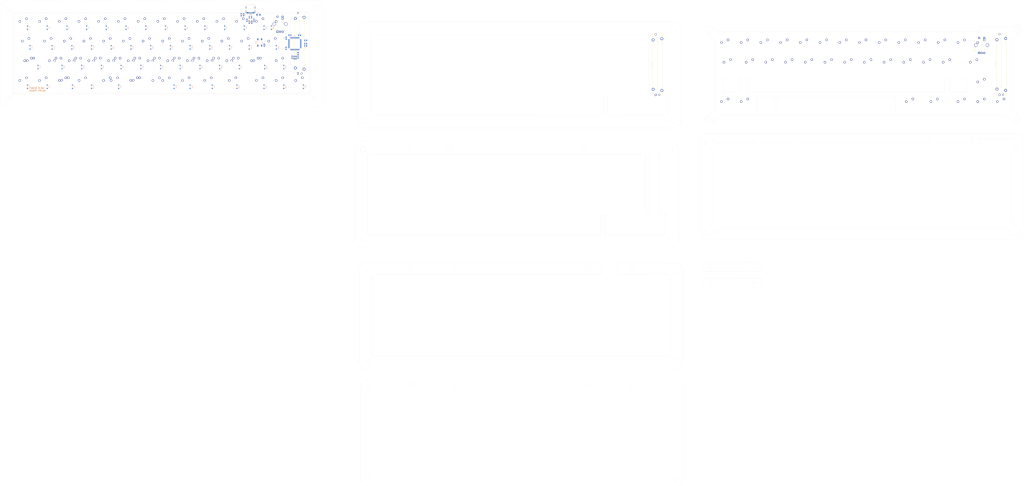
<source format=kicad_pcb>
(kicad_pcb (version 20171130) (host pcbnew "(5.1.9)-1")
  (layers (0 F.Cu signal hide) (31 B.Cu signal hide) (34 B.Paste user hide) (35 F.Paste user hide) (36 B.SilkS user hide) (37 F.SilkS user hide) (38 B.Mask user hide) (39 F.Mask user hide) (44 Edge.Cuts user))
  (net 0 "")
  (net 1 "Net-(D1-Pad2)")
  (net 2 "Net-(D2-Pad2)")
  (net 3 "Net-(D3-Pad2)")
  (net 4 "Net-(D4-Pad2)")
  (net 5 "Net-(D5-Pad2)")
  (net 6 "Net-(D6-Pad2)")
  (net 7 "Net-(D7-Pad2)")
  (net 8 "Net-(D8-Pad2)")
  (net 9 "Net-(D9-Pad2)")
  (net 10 "Net-(D10-Pad2)")
  (net 11 "Net-(D11-Pad2)")
  (net 12 "Net-(D12-Pad2)")
  (net 13 "Net-(D13-Pad2)")
  (net 14 "Net-(D14-Pad2)")
  (net 15 "Net-(D15-Pad2)")
  (net 16 "Net-(D16-Pad2)")
  (net 17 "Net-(D17-Pad2)")
  (net 18 "Net-(D18-Pad2)")
  (net 19 "Net-(D19-Pad2)")
  (net 20 "Net-(D20-Pad2)")
  (net 21 "Net-(D21-Pad2)")
  (net 22 "Net-(D22-Pad2)")
  (net 23 "Net-(D23-Pad2)")
  (net 24 "Net-(D24-Pad2)")
  (net 25 "Net-(D25-Pad2)")
  (net 26 "Net-(D26-Pad2)")
  (net 27 "Net-(D27-Pad2)")
  (net 28 "Net-(D28-Pad2)")
  (net 29 "Net-(D29-Pad2)")
  (net 30 "Net-(D30-Pad2)")
  (net 31 "Net-(D31-Pad2)")
  (net 32 "Net-(D32-Pad2)")
  (net 33 "Net-(D33-Pad2)")
  (net 34 "Net-(D34-Pad2)")
  (net 35 "Net-(D35-Pad2)")
  (net 36 "Net-(D36-Pad2)")
  (net 37 "Net-(D37-Pad2)")
  (net 38 "Net-(D38-Pad2)")
  (net 39 "Net-(D39-Pad2)")
  (net 40 "Net-(D40-Pad2)")
  (net 41 "Net-(D41-Pad2)")
  (net 42 "Net-(D42-Pad2)")
  (net 43 "Net-(D43-Pad2)")
  (net 44 "Net-(D44-Pad2)")
  (net 45 "Net-(D45-Pad2)")
  (net 46 "Net-(D46-Pad2)")
  (net 47 "Net-(D47-Pad2)")
  (net 48 "Net-(D48-Pad2)")
  (net 49 "Net-(D49-Pad2)")
  (net 50 "Net-(D50-Pad2)")
  (net 51 "Net-(D51-Pad2)")
  (net 52 "Net-(D52-Pad2)")
  (net 53 +5V)
  (net 54 GND)
  (net 55 "Net-(R1-Pad2)")
  (net 56 VCC)
  (net 57 D+)
  (net 58 D-)
  (net 59 "Net-(R7-Pad2)")
  (net 60 MG2)
  (net 61 MG1)
  (net 62 ANAL_IN)
  (net 63 Earth)
  (net 64 "Net-(C2-Pad1)")
  (net 65 "Net-(R2-Pad2)")
  (net 66 "Net-(R3-Pad2)")
  (net 67 "Net-(R5-Pad1)")
  (net 68 "Net-(R6-Pad1)")
  (net 69 "Net-(U2-Pad42)")
  (net 70 "Net-(U2-Pad41)")
  (net 71 "Net-(U2-Pad40)")
  (net 72 "Net-(U2-Pad9)")
  (net 73 "Net-(U2-Pad8)")
  (net 74 "Net-(U2-Pad1)")
  (net 75 "Net-(USB1-PadB8)")
  (net 76 "Net-(USB1-PadA8)")
  (net 77 r1)
  (net 78 r2)
  (net 79 r3)
  (net 80 r4)
  (net 81 c1)
  (net 82 c2)
  (net 83 c3)
  (net 84 c4)
  (net 85 c5)
  (net 86 c6)
  (net 87 c7)
  (net 88 c8)
  (net 89 c9)
  (net 90 c10)
  (net 91 c11)
  (net 92 c12)
  (net 93 c13)
  (net 94 "Net-(C9-Pad1)")
  (net 95 "Net-(C10-Pad1)")
  (module MX_Only:MXOnly-1.25U-NoLED (layer F.Cu) (at 228.60096 83.3441)
    (fp_text reference MX48)
    (fp_text value MX-NoLED)
    (pad 2 thru_hole circle (at 2.54 -5.08) (size 2.25 2.25) (drill 1.47) (layers *.Cu B.Mask) (net 48 "Net-(D48-Pad2)"))
    (pad "" np_thru_hole circle (at 0 0) (size 3.9878 3.9878) (drill 3.9878) (layers *.Cu *.Mask))
    (pad 1 thru_hole circle (at -3.81 -2.54) (size 2.25 2.25) (drill 1.47) (layers *.Cu B.Mask) (net 89 c9))
    (pad "" np_thru_hole circle (at -5.08 0 48.0996) (size 1.75 1.75) (drill 1.75) (layers *.Cu *.Mask))
    (pad "" np_thru_hole circle (at 5.08 0 48.0996) (size 1.75 1.75) (drill 1.75) (layers *.Cu *.Mask))
  )
  (module MX_Only:MXOnly-1U-NoLED (layer F.Cu) (at 254.79482 83.3441)
    (fp_text reference MX49)
    (fp_text value MX-NoLED)
    (pad 2 thru_hole circle (at 2.54 -5.08) (size 2.25 2.25) (drill 1.47) (layers *.Cu B.Mask) (net 49 "Net-(D49-Pad2)"))
    (pad "" np_thru_hole circle (at 0 0) (size 3.9878 3.9878) (drill 3.9878) (layers *.Cu *.Mask))
    (pad 1 thru_hole circle (at -3.81 -2.54) (size 2.25 2.25) (drill 1.47) (layers *.Cu B.Mask) (net 90 c10))
    (pad "" np_thru_hole circle (at -5.08 0 48.0996) (size 1.75 1.75) (drill 1.75) (layers *.Cu *.Mask))
    (pad "" np_thru_hole circle (at 5.08 0 48.0996) (size 1.75 1.75) (drill 1.75) (layers *.Cu *.Mask))
  )
  (module MX_Only:MXOnly-1.25U-NoLED (layer F.Cu) (at 252.41356 64.29402)
    (fp_text reference MX38-1.25u1)
    (fp_text value MX-NoLED)
    (pad 2 thru_hole circle (at 2.54 -5.08) (size 2.25 2.25) (drill 1.47) (layers *.Cu B.Mask) (net 38 "Net-(D38-Pad2)"))
    (pad "" np_thru_hole circle (at 0 0) (size 3.9878 3.9878) (drill 3.9878) (layers *.Cu *.Mask))
    (pad 1 thru_hole circle (at -3.81 -2.54) (size 2.25 2.25) (drill 1.47) (layers *.Cu B.Mask) (net 92 c12))
    (pad "" np_thru_hole circle (at -5.08 0 48.0996) (size 1.75 1.75) (drill 1.75) (layers *.Cu *.Mask))
    (pad "" np_thru_hole circle (at 5.08 0 48.0996) (size 1.75 1.75) (drill 1.75) (layers *.Cu *.Mask))
  )
  (module MX_Only:MXOnly-1U-NoLED (layer F.Cu) (at 183.35702 83.3441)
    (fp_text reference MX46)
    (fp_text value MX-NoLED)
    (pad 2 thru_hole circle (at 2.54 -5.08) (size 2.25 2.25) (drill 1.47) (layers *.Cu B.Mask) (net 46 "Net-(D46-Pad2)"))
    (pad "" np_thru_hole circle (at 0 0) (size 3.9878 3.9878) (drill 3.9878) (layers *.Cu *.Mask))
    (pad 1 thru_hole circle (at -3.81 -2.54) (size 2.25 2.25) (drill 1.47) (layers *.Cu B.Mask) (net 87 c7))
    (pad "" np_thru_hole circle (at -5.08 0 48.0996) (size 1.75 1.75) (drill 1.75) (layers *.Cu *.Mask))
    (pad "" np_thru_hole circle (at 5.08 0 48.0996) (size 1.75 1.75) (drill 1.75) (layers *.Cu *.Mask))
  )
  (module MX_Only:MXOnly-1U-NoLED (layer F.Cu) (at 83.3441 83.3441)
    (fp_text reference MX43)
    (fp_text value MX-NoLED)
    (pad 2 thru_hole circle (at 2.54 -5.08) (size 2.25 2.25) (drill 1.47) (layers *.Cu B.Mask) (net 43 "Net-(D43-Pad2)"))
    (pad "" np_thru_hole circle (at 0 0) (size 3.9878 3.9878) (drill 3.9878) (layers *.Cu *.Mask))
    (pad 1 thru_hole circle (at -3.81 -2.54) (size 2.25 2.25) (drill 1.47) (layers *.Cu B.Mask) (net 84 c4))
    (pad "" np_thru_hole circle (at -5.08 0 48.0996) (size 1.75 1.75) (drill 1.75) (layers *.Cu *.Mask))
    (pad "" np_thru_hole circle (at 5.08 0 48.0996) (size 1.75 1.75) (drill 1.75) (layers *.Cu *.Mask))
  )
  (module MX_Only:MXOnly-1U-NoLED (layer F.Cu) (at 73.81906 64.29402)
    (fp_text reference MX29)
    (fp_text value MX-NoLED)
    (pad 2 thru_hole circle (at 2.54 -5.08) (size 2.25 2.25) (drill 1.47) (layers *.Cu B.Mask) (net 29 "Net-(D29-Pad2)"))
    (pad "" np_thru_hole circle (at 0 0) (size 3.9878 3.9878) (drill 3.9878) (layers *.Cu *.Mask))
    (pad 1 thru_hole circle (at -3.81 -2.54) (size 2.25 2.25) (drill 1.47) (layers *.Cu B.Mask) (net 83 c3))
    (pad "" np_thru_hole circle (at -5.08 0 48.0996) (size 1.75 1.75) (drill 1.75) (layers *.Cu *.Mask))
    (pad "" np_thru_hole circle (at 5.08 0 48.0996) (size 1.75 1.75) (drill 1.75) (layers *.Cu *.Mask))
  )
  (module MX_Only:MXOnly-1.25U-NoLED (layer F.Cu) (at 204.78836 83.3441)
    (fp_text reference MX47)
    (fp_text value MX-NoLED)
    (pad 2 thru_hole circle (at 2.54 -5.08) (size 2.25 2.25) (drill 1.47) (layers *.Cu B.Mask) (net 47 "Net-(D47-Pad2)"))
    (pad "" np_thru_hole circle (at 0 0) (size 3.9878 3.9878) (drill 3.9878) (layers *.Cu *.Mask))
    (pad 1 thru_hole circle (at -3.81 -2.54) (size 2.25 2.25) (drill 1.47) (layers *.Cu B.Mask) (net 88 c8))
    (pad "" np_thru_hole circle (at -5.08 0 48.0996) (size 1.75 1.75) (drill 1.75) (layers *.Cu *.Mask))
    (pad "" np_thru_hole circle (at 5.08 0 48.0996) (size 1.75 1.75) (drill 1.75) (layers *.Cu *.Mask))
  )
  (module MX_Only:MXOnly-1U-NoLED (layer F.Cu) (at 292.89498 83.3441)
    (fp_text reference MX51)
    (fp_text value MX-NoLED)
    (pad 2 thru_hole circle (at 2.54 -5.08) (size 2.25 2.25) (drill 1.47) (layers *.Cu B.Mask) (net 51 "Net-(D51-Pad2)"))
    (pad "" np_thru_hole circle (at 0 0) (size 3.9878 3.9878) (drill 3.9878) (layers *.Cu *.Mask))
    (pad 1 thru_hole circle (at -3.81 -2.54) (size 2.25 2.25) (drill 1.47) (layers *.Cu B.Mask) (net 92 c12))
    (pad "" np_thru_hole circle (at -5.08 0 48.0996) (size 1.75 1.75) (drill 1.75) (layers *.Cu *.Mask))
    (pad "" np_thru_hole circle (at 5.08 0 48.0996) (size 1.75 1.75) (drill 1.75) (layers *.Cu *.Mask))
  )
  (module MX_Only:MXOnly-1U-NoLED (layer F.Cu) (at 64.29402 83.3441)
    (fp_text reference MX42)
    (fp_text value MX-NoLED)
    (pad 2 thru_hole circle (at 2.54 -5.08) (size 2.25 2.25) (drill 1.47) (layers *.Cu B.Mask) (net 42 "Net-(D42-Pad2)"))
    (pad "" np_thru_hole circle (at 0 0) (size 3.9878 3.9878) (drill 3.9878) (layers *.Cu *.Mask))
    (pad 1 thru_hole circle (at -3.81 -2.54) (size 2.25 2.25) (drill 1.47) (layers *.Cu B.Mask) (net 83 c3))
    (pad "" np_thru_hole circle (at -5.08 0 48.0996) (size 1.75 1.75) (drill 1.75) (layers *.Cu *.Mask))
    (pad "" np_thru_hole circle (at 5.08 0 48.0996) (size 1.75 1.75) (drill 1.75) (layers *.Cu *.Mask))
  )
  (module MX_Only:MXOnly-1.75U-NoLED (layer F.Cu) (at 33.33764 64.29402)
    (fp_text reference MX27-1.75u1)
    (fp_text value MX-NoLED)
    (pad 2 thru_hole circle (at 2.54 -5.08) (size 2.25 2.25) (drill 1.47) (layers *.Cu B.Mask) (net 27 "Net-(D27-Pad2)"))
    (pad "" np_thru_hole circle (at 0 0) (size 3.9878 3.9878) (drill 3.9878) (layers *.Cu *.Mask))
    (pad 1 thru_hole circle (at -3.81 -2.54) (size 2.25 2.25) (drill 1.47) (layers *.Cu B.Mask) (net 81 c1))
    (pad "" np_thru_hole circle (at -5.08 0 48.0996) (size 1.75 1.75) (drill 1.75) (layers *.Cu *.Mask))
    (pad "" np_thru_hole circle (at 5.08 0 48.0996) (size 1.75 1.75) (drill 1.75) (layers *.Cu *.Mask))
  )
  (module MX_Only:MXOnly-1U-NoLED (layer F.Cu) (at 273.8449 26.19386)
    (fp_text reference MX52)
    (fp_text value MX-NoLED)
    (pad 2 thru_hole circle (at 2.54 -5.08) (size 2.25 2.25) (drill 1.47) (layers *.Cu B.Mask) (net 52 "Net-(D52-Pad2)"))
    (pad "" np_thru_hole circle (at 0 0) (size 3.9878 3.9878) (drill 3.9878) (layers *.Cu *.Mask))
    (pad 1 thru_hole circle (at -3.81 -2.54) (size 2.25 2.25) (drill 1.47) (layers *.Cu B.Mask) (net 93 c13))
    (pad "" np_thru_hole circle (at -5.08 0 48.0996) (size 1.75 1.75) (drill 1.75) (layers *.Cu *.Mask))
    (pad "" np_thru_hole circle (at 5.08 0 48.0996) (size 1.75 1.75) (drill 1.75) (layers *.Cu *.Mask))
  )
  (module MX_Only:MXOnly-1U-NoLED (layer F.Cu) (at 54.76898 64.29402)
    (fp_text reference MX28)
    (fp_text value MX-NoLED)
    (pad 2 thru_hole circle (at 2.54 -5.08) (size 2.25 2.25) (drill 1.47) (layers *.Cu B.Mask) (net 28 "Net-(D28-Pad2)"))
    (pad "" np_thru_hole circle (at 0 0) (size 3.9878 3.9878) (drill 3.9878) (layers *.Cu *.Mask))
    (pad 1 thru_hole circle (at -3.81 -2.54) (size 2.25 2.25) (drill 1.47) (layers *.Cu B.Mask) (net 82 c2))
    (pad "" np_thru_hole circle (at -5.08 0 48.0996) (size 1.75 1.75) (drill 1.75) (layers *.Cu *.Mask))
    (pad "" np_thru_hole circle (at 5.08 0 48.0996) (size 1.75 1.75) (drill 1.75) (layers *.Cu *.Mask))
  )
  (module MX_Only:MXOnly-1U-NoLED (layer F.Cu) (at 45.24394 83.3441)
    (fp_text reference MX41)
    (fp_text value MX-NoLED)
    (pad 2 thru_hole circle (at 2.54 -5.08) (size 2.25 2.25) (drill 1.47) (layers *.Cu B.Mask) (net 41 "Net-(D41-Pad2)"))
    (pad "" np_thru_hole circle (at 0 0) (size 3.9878 3.9878) (drill 3.9878) (layers *.Cu *.Mask))
    (pad 1 thru_hole circle (at -3.81 -2.54) (size 2.25 2.25) (drill 1.47) (layers *.Cu B.Mask) (net 82 c2))
    (pad "" np_thru_hole circle (at -5.08 0 48.0996) (size 1.75 1.75) (drill 1.75) (layers *.Cu *.Mask))
    (pad "" np_thru_hole circle (at 5.08 0 48.0996) (size 1.75 1.75) (drill 1.75) (layers *.Cu *.Mask))
  )
  (module MX_Only:MXOnly-1U-NoLED (layer F.Cu) (at 92.86914 64.29402)
    (fp_text reference MX30)
    (fp_text value MX-NoLED)
    (pad 2 thru_hole circle (at 2.54 -5.08) (size 2.25 2.25) (drill 1.47) (layers *.Cu B.Mask) (net 30 "Net-(D30-Pad2)"))
    (pad "" np_thru_hole circle (at 0 0) (size 3.9878 3.9878) (drill 3.9878) (layers *.Cu *.Mask))
    (pad 1 thru_hole circle (at -3.81 -2.54) (size 2.25 2.25) (drill 1.47) (layers *.Cu B.Mask) (net 84 c4))
    (pad "" np_thru_hole circle (at -5.08 0 48.0996) (size 1.75 1.75) (drill 1.75) (layers *.Cu *.Mask))
    (pad "" np_thru_hole circle (at 5.08 0 48.0996) (size 1.75 1.75) (drill 1.75) (layers *.Cu *.Mask))
  )
  (module MX_Only:MXOnly-1U-NoLED (layer F.Cu) (at 26.19386 83.3441)
    (fp_text reference MX40)
    (fp_text value MX-NoLED)
    (pad 2 thru_hole circle (at 2.54 -5.08) (size 2.25 2.25) (drill 1.47) (layers *.Cu B.Mask) (net 40 "Net-(D40-Pad2)"))
    (pad "" np_thru_hole circle (at 0 0) (size 3.9878 3.9878) (drill 3.9878) (layers *.Cu *.Mask))
    (pad 1 thru_hole circle (at -3.81 -2.54) (size 2.25 2.25) (drill 1.47) (layers *.Cu B.Mask) (net 81 c1))
    (pad "" np_thru_hole circle (at -5.08 0 48.0996) (size 1.75 1.75) (drill 1.75) (layers *.Cu *.Mask))
    (pad "" np_thru_hole circle (at 5.08 0 48.0996) (size 1.75 1.75) (drill 1.75) (layers *.Cu *.Mask))
  )
  (module MX_Only:MXOnly-1U-NoLED (layer F.Cu) (at 273.8449 83.3441)
    (fp_text reference MX50)
    (fp_text value MX-NoLED)
    (pad 2 thru_hole circle (at 2.54 -5.08) (size 2.25 2.25) (drill 1.47) (layers *.Cu B.Mask) (net 50 "Net-(D50-Pad2)"))
    (pad "" np_thru_hole circle (at 0 0) (size 3.9878 3.9878) (drill 3.9878) (layers *.Cu *.Mask))
    (pad 1 thru_hole circle (at -3.81 -2.54) (size 2.25 2.25) (drill 1.47) (layers *.Cu B.Mask) (net 91 c11))
    (pad "" np_thru_hole circle (at -5.08 0 48.0996) (size 1.75 1.75) (drill 1.75) (layers *.Cu *.Mask))
    (pad "" np_thru_hole circle (at 5.08 0 48.0996) (size 1.75 1.75) (drill 1.75) (layers *.Cu *.Mask))
  )
  (module MX_Only:MXOnly-1U-NoLED (layer F.Cu) (at 240.50726 45.24394)
    (fp_text reference MX25)
    (fp_text value MX-NoLED)
    (pad 2 thru_hole circle (at 2.54 -5.08) (size 2.25 2.25) (drill 1.47) (layers *.Cu B.Mask) (net 25 "Net-(D25-Pad2)"))
    (pad "" np_thru_hole circle (at 0 0) (size 3.9878 3.9878) (drill 3.9878) (layers *.Cu *.Mask))
    (pad 1 thru_hole circle (at -3.81 -2.54) (size 2.25 2.25) (drill 1.47) (layers *.Cu B.Mask) (net 92 c12))
    (pad "" np_thru_hole circle (at -5.08 0 48.0996) (size 1.75 1.75) (drill 1.75) (layers *.Cu *.Mask))
    (pad "" np_thru_hole circle (at 5.08 0 48.0996) (size 1.75 1.75) (drill 1.75) (layers *.Cu *.Mask))
  )
  (module MX_Only:MXOnly-1U-NoLED (layer F.Cu) (at 221.45718 45.24394)
    (fp_text reference MX24)
    (fp_text value MX-NoLED)
    (pad 2 thru_hole circle (at 2.54 -5.08) (size 2.25 2.25) (drill 1.47) (layers *.Cu B.Mask) (net 24 "Net-(D24-Pad2)"))
    (pad "" np_thru_hole circle (at 0 0) (size 3.9878 3.9878) (drill 3.9878) (layers *.Cu *.Mask))
    (pad 1 thru_hole circle (at -3.81 -2.54) (size 2.25 2.25) (drill 1.47) (layers *.Cu B.Mask) (net 91 c11))
    (pad "" np_thru_hole circle (at -5.08 0 48.0996) (size 1.75 1.75) (drill 1.75) (layers *.Cu *.Mask))
    (pad "" np_thru_hole circle (at 5.08 0 48.0996) (size 1.75 1.75) (drill 1.75) (layers *.Cu *.Mask))
  )
  (module MX_Only:MXOnly-1U-NoLED (layer F.Cu) (at 183.35702 45.24394)
    (fp_text reference MX22)
    (fp_text value MX-NoLED)
    (pad 2 thru_hole circle (at 2.54 -5.08) (size 2.25 2.25) (drill 1.47) (layers *.Cu B.Mask) (net 22 "Net-(D22-Pad2)"))
    (pad "" np_thru_hole circle (at 0 0) (size 3.9878 3.9878) (drill 3.9878) (layers *.Cu *.Mask))
    (pad 1 thru_hole circle (at -3.81 -2.54) (size 2.25 2.25) (drill 1.47) (layers *.Cu B.Mask) (net 89 c9))
    (pad "" np_thru_hole circle (at -5.08 0 48.0996) (size 1.75 1.75) (drill 1.75) (layers *.Cu *.Mask))
    (pad "" np_thru_hole circle (at 5.08 0 48.0996) (size 1.75 1.75) (drill 1.75) (layers *.Cu *.Mask))
  )
  (module MX_Only:MXOnly-1U-NoLED (layer F.Cu) (at 164.30694 45.24394)
    (fp_text reference MX21)
    (fp_text value MX-NoLED)
    (pad 2 thru_hole circle (at 2.54 -5.08) (size 2.25 2.25) (drill 1.47) (layers *.Cu B.Mask) (net 21 "Net-(D21-Pad2)"))
    (pad "" np_thru_hole circle (at 0 0) (size 3.9878 3.9878) (drill 3.9878) (layers *.Cu *.Mask))
    (pad 1 thru_hole circle (at -3.81 -2.54) (size 2.25 2.25) (drill 1.47) (layers *.Cu B.Mask) (net 88 c8))
    (pad "" np_thru_hole circle (at -5.08 0 48.0996) (size 1.75 1.75) (drill 1.75) (layers *.Cu *.Mask))
    (pad "" np_thru_hole circle (at 5.08 0 48.0996) (size 1.75 1.75) (drill 1.75) (layers *.Cu *.Mask))
  )
  (module MX_Only:MXOnly-1U-NoLED (layer F.Cu) (at 202.4071 45.24394)
    (fp_text reference MX23)
    (fp_text value MX-NoLED)
    (pad 2 thru_hole circle (at 2.54 -5.08) (size 2.25 2.25) (drill 1.47) (layers *.Cu B.Mask) (net 23 "Net-(D23-Pad2)"))
    (pad "" np_thru_hole circle (at 0 0) (size 3.9878 3.9878) (drill 3.9878) (layers *.Cu *.Mask))
    (pad 1 thru_hole circle (at -3.81 -2.54) (size 2.25 2.25) (drill 1.47) (layers *.Cu B.Mask) (net 90 c10))
    (pad "" np_thru_hole circle (at -5.08 0 48.0996) (size 1.75 1.75) (drill 1.75) (layers *.Cu *.Mask))
    (pad "" np_thru_hole circle (at 5.08 0 48.0996) (size 1.75 1.75) (drill 1.75) (layers *.Cu *.Mask))
  )
  (module MX_Only:MXOnly-1.5U-NoLED (layer F.Cu) (at 30.95638 64.29402)
    (fp_text reference MX27)
    (fp_text value MX-NoLED)
    (pad 2 thru_hole circle (at 2.54 -5.08) (size 2.25 2.25) (drill 1.47) (layers *.Cu B.Mask) (net 27 "Net-(D27-Pad2)"))
    (pad "" np_thru_hole circle (at 0 0) (size 3.9878 3.9878) (drill 3.9878) (layers *.Cu *.Mask))
    (pad 1 thru_hole circle (at -3.81 -2.54) (size 2.25 2.25) (drill 1.47) (layers *.Cu B.Mask) (net 81 c1))
    (pad "" np_thru_hole circle (at -5.08 0 48.0996) (size 1.75 1.75) (drill 1.75) (layers *.Cu *.Mask))
    (pad "" np_thru_hole circle (at 5.08 0 48.0996) (size 1.75 1.75) (drill 1.75) (layers *.Cu *.Mask))
  )
  (module MX_Only:MXOnly-1.75U-NoLED (layer F.Cu) (at 266.70112 45.24394)
    (fp_text reference MX26)
    (fp_text value MX-NoLED)
    (pad 2 thru_hole circle (at 2.54 -5.08) (size 2.25 2.25) (drill 1.47) (layers *.Cu B.Mask) (net 26 "Net-(D26-Pad2)"))
    (pad "" np_thru_hole circle (at 0 0) (size 3.9878 3.9878) (drill 3.9878) (layers *.Cu *.Mask))
    (pad 1 thru_hole circle (at -3.81 -2.54) (size 2.25 2.25) (drill 1.47) (layers *.Cu B.Mask) (net 93 c13))
    (pad "" np_thru_hole circle (at -5.08 0 48.0996) (size 1.75 1.75) (drill 1.75) (layers *.Cu *.Mask))
    (pad "" np_thru_hole circle (at 5.08 0 48.0996) (size 1.75 1.75) (drill 1.75) (layers *.Cu *.Mask))
  )
  (module MX_Only:MXOnly-1U-NoLED (layer F.Cu) (at 273.8449 64.29402)
    (fp_text reference MX39)
    (fp_text value MX-NoLED)
    (pad 2 thru_hole circle (at 2.54 -5.08) (size 2.25 2.25) (drill 1.47) (layers *.Cu B.Mask) (net 39 "Net-(D39-Pad2)"))
    (pad "" np_thru_hole circle (at 0 0) (size 3.9878 3.9878) (drill 3.9878) (layers *.Cu *.Mask))
    (pad 1 thru_hole circle (at -3.81 -2.54) (size 2.25 2.25) (drill 1.47) (layers *.Cu B.Mask) (net 93 c13))
    (pad "" np_thru_hole circle (at -5.08 0 48.0996) (size 1.75 1.75) (drill 1.75) (layers *.Cu *.Mask))
    (pad "" np_thru_hole circle (at 5.08 0 48.0996) (size 1.75 1.75) (drill 1.75) (layers *.Cu *.Mask))
  )
  (module MX_Only:MXOnly-1.5U-NoLED (layer F.Cu) (at 250.0323 64.29402)
    (fp_text reference MX38)
    (fp_text value MX-NoLED)
    (pad 2 thru_hole circle (at 2.54 -5.08) (size 2.25 2.25) (drill 1.47) (layers *.Cu B.Mask) (net 38 "Net-(D38-Pad2)"))
    (pad "" np_thru_hole circle (at 0 0) (size 3.9878 3.9878) (drill 3.9878) (layers *.Cu *.Mask))
    (pad 1 thru_hole circle (at -3.81 -2.54) (size 2.25 2.25) (drill 1.47) (layers *.Cu B.Mask) (net 92 c12))
    (pad "" np_thru_hole circle (at -5.08 0 48.0996) (size 1.75 1.75) (drill 1.75) (layers *.Cu *.Mask))
    (pad "" np_thru_hole circle (at 5.08 0 48.0996) (size 1.75 1.75) (drill 1.75) (layers *.Cu *.Mask))
  )
  (module MX_Only:MXOnly-1U-NoLED (layer F.Cu) (at 83.3441 26.19386)
    (fp_text reference MX4)
    (fp_text value MX-NoLED)
    (pad 2 thru_hole circle (at 2.54 -5.08) (size 2.25 2.25) (drill 1.47) (layers *.Cu B.Mask) (net 4 "Net-(D4-Pad2)"))
    (pad "" np_thru_hole circle (at 0 0) (size 3.9878 3.9878) (drill 3.9878) (layers *.Cu *.Mask))
    (pad 1 thru_hole circle (at -3.81 -2.54) (size 2.25 2.25) (drill 1.47) (layers *.Cu B.Mask) (net 84 c4))
    (pad "" np_thru_hole circle (at -5.08 0 48.0996) (size 1.75 1.75) (drill 1.75) (layers *.Cu *.Mask))
    (pad "" np_thru_hole circle (at 5.08 0 48.0996) (size 1.75 1.75) (drill 1.75) (layers *.Cu *.Mask))
  )
  (module MX_Only:MXOnly-1U-NoLED (layer F.Cu) (at 145.25686 45.24394)
    (fp_text reference MX20)
    (fp_text value MX-NoLED)
    (pad 2 thru_hole circle (at 2.54 -5.08) (size 2.25 2.25) (drill 1.47) (layers *.Cu B.Mask) (net 20 "Net-(D20-Pad2)"))
    (pad "" np_thru_hole circle (at 0 0) (size 3.9878 3.9878) (drill 3.9878) (layers *.Cu *.Mask))
    (pad 1 thru_hole circle (at -3.81 -2.54) (size 2.25 2.25) (drill 1.47) (layers *.Cu B.Mask) (net 87 c7))
    (pad "" np_thru_hole circle (at -5.08 0 48.0996) (size 1.75 1.75) (drill 1.75) (layers *.Cu *.Mask))
    (pad "" np_thru_hole circle (at 5.08 0 48.0996) (size 1.75 1.75) (drill 1.75) (layers *.Cu *.Mask))
  )
  (module MX_Only:MXOnly-1U-NoLED (layer F.Cu) (at 88.10662 45.24394)
    (fp_text reference MX17)
    (fp_text value MX-NoLED)
    (pad 2 thru_hole circle (at 2.54 -5.08) (size 2.25 2.25) (drill 1.47) (layers *.Cu B.Mask) (net 17 "Net-(D17-Pad2)"))
    (pad "" np_thru_hole circle (at 0 0) (size 3.9878 3.9878) (drill 3.9878) (layers *.Cu *.Mask))
    (pad 1 thru_hole circle (at -3.81 -2.54) (size 2.25 2.25) (drill 1.47) (layers *.Cu B.Mask) (net 84 c4))
    (pad "" np_thru_hole circle (at -5.08 0 48.0996) (size 1.75 1.75) (drill 1.75) (layers *.Cu *.Mask))
    (pad "" np_thru_hole circle (at 5.08 0 48.0996) (size 1.75 1.75) (drill 1.75) (layers *.Cu *.Mask))
  )
  (module MX_Only:MXOnly-1U-NoLED (layer F.Cu) (at 107.1567 45.24394)
    (fp_text reference MX18)
    (fp_text value MX-NoLED)
    (pad 2 thru_hole circle (at 2.54 -5.08) (size 2.25 2.25) (drill 1.47) (layers *.Cu B.Mask) (net 18 "Net-(D18-Pad2)"))
    (pad "" np_thru_hole circle (at 0 0) (size 3.9878 3.9878) (drill 3.9878) (layers *.Cu *.Mask))
    (pad 1 thru_hole circle (at -3.81 -2.54) (size 2.25 2.25) (drill 1.47) (layers *.Cu B.Mask) (net 85 c5))
    (pad "" np_thru_hole circle (at -5.08 0 48.0996) (size 1.75 1.75) (drill 1.75) (layers *.Cu *.Mask))
    (pad "" np_thru_hole circle (at 5.08 0 48.0996) (size 1.75 1.75) (drill 1.75) (layers *.Cu *.Mask))
  )
  (module MX_Only:MXOnly-1U-NoLED (layer F.Cu) (at 254.79482 26.19386)
    (fp_text reference MX13)
    (fp_text value MX-NoLED)
    (pad 2 thru_hole circle (at 2.54 -5.08) (size 2.25 2.25) (drill 1.47) (layers *.Cu B.Mask) (net 13 "Net-(D13-Pad2)"))
    (pad "" np_thru_hole circle (at 0 0) (size 3.9878 3.9878) (drill 3.9878) (layers *.Cu *.Mask))
    (pad 1 thru_hole circle (at -3.81 -2.54) (size 2.25 2.25) (drill 1.47) (layers *.Cu B.Mask) (net 93 c13))
    (pad "" np_thru_hole circle (at -5.08 0 48.0996) (size 1.75 1.75) (drill 1.75) (layers *.Cu *.Mask))
    (pad "" np_thru_hole circle (at 5.08 0 48.0996) (size 1.75 1.75) (drill 1.75) (layers *.Cu *.Mask))
  )
  (module MX_Only:MXOnly-1U-NoLED (layer F.Cu) (at 50.00646 45.24394)
    (fp_text reference MX15)
    (fp_text value MX-NoLED)
    (pad 2 thru_hole circle (at 2.54 -5.08) (size 2.25 2.25) (drill 1.47) (layers *.Cu B.Mask) (net 15 "Net-(D15-Pad2)"))
    (pad "" np_thru_hole circle (at 0 0) (size 3.9878 3.9878) (drill 3.9878) (layers *.Cu *.Mask))
    (pad 1 thru_hole circle (at -3.81 -2.54) (size 2.25 2.25) (drill 1.47) (layers *.Cu B.Mask) (net 82 c2))
    (pad "" np_thru_hole circle (at -5.08 0 48.0996) (size 1.75 1.75) (drill 1.75) (layers *.Cu *.Mask))
    (pad "" np_thru_hole circle (at 5.08 0 48.0996) (size 1.75 1.75) (drill 1.75) (layers *.Cu *.Mask))
  )
  (module MX_Only:MXOnly-1.25U-NoLED (layer F.Cu) (at 28.57512 45.24394)
    (fp_text reference MX14)
    (fp_text value MX-NoLED)
    (pad 2 thru_hole circle (at 2.54 -5.08) (size 2.25 2.25) (drill 1.47) (layers *.Cu B.Mask) (net 14 "Net-(D14-Pad2)"))
    (pad "" np_thru_hole circle (at 0 0) (size 3.9878 3.9878) (drill 3.9878) (layers *.Cu *.Mask))
    (pad 1 thru_hole circle (at -3.81 -2.54) (size 2.25 2.25) (drill 1.47) (layers *.Cu B.Mask) (net 81 c1))
    (pad "" np_thru_hole circle (at -5.08 0 48.0996) (size 1.75 1.75) (drill 1.75) (layers *.Cu *.Mask))
    (pad "" np_thru_hole circle (at 5.08 0 48.0996) (size 1.75 1.75) (drill 1.75) (layers *.Cu *.Mask))
  )
  (module MX_Only:MXOnly-1U-NoLED (layer F.Cu) (at 235.74474 26.19386)
    (fp_text reference MX12)
    (fp_text value MX-NoLED)
    (pad 2 thru_hole circle (at 2.54 -5.08) (size 2.25 2.25) (drill 1.47) (layers *.Cu B.Mask) (net 12 "Net-(D12-Pad2)"))
    (pad "" np_thru_hole circle (at 0 0) (size 3.9878 3.9878) (drill 3.9878) (layers *.Cu *.Mask))
    (pad 1 thru_hole circle (at -3.81 -2.54) (size 2.25 2.25) (drill 1.47) (layers *.Cu B.Mask) (net 92 c12))
    (pad "" np_thru_hole circle (at -5.08 0 48.0996) (size 1.75 1.75) (drill 1.75) (layers *.Cu *.Mask))
    (pad "" np_thru_hole circle (at 5.08 0 48.0996) (size 1.75 1.75) (drill 1.75) (layers *.Cu *.Mask))
  )
  (module MX_Only:MXOnly-1U-NoLED (layer F.Cu) (at 216.69466 26.19386)
    (fp_text reference MX11)
    (fp_text value MX-NoLED)
    (pad 2 thru_hole circle (at 2.54 -5.08) (size 2.25 2.25) (drill 1.47) (layers *.Cu B.Mask) (net 11 "Net-(D11-Pad2)"))
    (pad "" np_thru_hole circle (at 0 0) (size 3.9878 3.9878) (drill 3.9878) (layers *.Cu *.Mask))
    (pad 1 thru_hole circle (at -3.81 -2.54) (size 2.25 2.25) (drill 1.47) (layers *.Cu B.Mask) (net 91 c11))
    (pad "" np_thru_hole circle (at -5.08 0 48.0996) (size 1.75 1.75) (drill 1.75) (layers *.Cu *.Mask))
    (pad "" np_thru_hole circle (at 5.08 0 48.0996) (size 1.75 1.75) (drill 1.75) (layers *.Cu *.Mask))
  )
  (module MX_Only:MXOnly-1U-NoLED (layer F.Cu) (at 197.64458 26.19386)
    (fp_text reference MX10)
    (fp_text value MX-NoLED)
    (pad 2 thru_hole circle (at 2.54 -5.08) (size 2.25 2.25) (drill 1.47) (layers *.Cu B.Mask) (net 10 "Net-(D10-Pad2)"))
    (pad "" np_thru_hole circle (at 0 0) (size 3.9878 3.9878) (drill 3.9878) (layers *.Cu *.Mask))
    (pad 1 thru_hole circle (at -3.81 -2.54) (size 2.25 2.25) (drill 1.47) (layers *.Cu B.Mask) (net 90 c10))
    (pad "" np_thru_hole circle (at -5.08 0 48.0996) (size 1.75 1.75) (drill 1.75) (layers *.Cu *.Mask))
    (pad "" np_thru_hole circle (at 5.08 0 48.0996) (size 1.75 1.75) (drill 1.75) (layers *.Cu *.Mask))
  )
  (module MX_Only:MXOnly-1U-NoLED (layer F.Cu) (at 64.29402 26.19386)
    (fp_text reference MX3)
    (fp_text value MX-NoLED)
    (pad 2 thru_hole circle (at 2.54 -5.08) (size 2.25 2.25) (drill 1.47) (layers *.Cu B.Mask) (net 3 "Net-(D3-Pad2)"))
    (pad "" np_thru_hole circle (at 0 0) (size 3.9878 3.9878) (drill 3.9878) (layers *.Cu *.Mask))
    (pad 1 thru_hole circle (at -3.81 -2.54) (size 2.25 2.25) (drill 1.47) (layers *.Cu B.Mask) (net 83 c3))
    (pad "" np_thru_hole circle (at -5.08 0 48.0996) (size 1.75 1.75) (drill 1.75) (layers *.Cu *.Mask))
    (pad "" np_thru_hole circle (at 5.08 0 48.0996) (size 1.75 1.75) (drill 1.75) (layers *.Cu *.Mask))
  )
  (module MX_Only:MXOnly-1U-NoLED (layer F.Cu) (at 126.20678 45.24394)
    (fp_text reference MX19)
    (fp_text value MX-NoLED)
    (pad 2 thru_hole circle (at 2.54 -5.08) (size 2.25 2.25) (drill 1.47) (layers *.Cu B.Mask) (net 19 "Net-(D19-Pad2)"))
    (pad "" np_thru_hole circle (at 0 0) (size 3.9878 3.9878) (drill 3.9878) (layers *.Cu *.Mask))
    (pad 1 thru_hole circle (at -3.81 -2.54) (size 2.25 2.25) (drill 1.47) (layers *.Cu B.Mask) (net 86 c6))
    (pad "" np_thru_hole circle (at -5.08 0 48.0996) (size 1.75 1.75) (drill 1.75) (layers *.Cu *.Mask))
    (pad "" np_thru_hole circle (at 5.08 0 48.0996) (size 1.75 1.75) (drill 1.75) (layers *.Cu *.Mask))
  )
  (module MX_Only:MXOnly-1U-NoLED (layer F.Cu) (at 159.54442 26.19386)
    (fp_text reference MX8)
    (fp_text value MX-NoLED)
    (pad 2 thru_hole circle (at 2.54 -5.08) (size 2.25 2.25) (drill 1.47) (layers *.Cu B.Mask) (net 8 "Net-(D8-Pad2)"))
    (pad "" np_thru_hole circle (at 0 0) (size 3.9878 3.9878) (drill 3.9878) (layers *.Cu *.Mask))
    (pad 1 thru_hole circle (at -3.81 -2.54) (size 2.25 2.25) (drill 1.47) (layers *.Cu B.Mask) (net 88 c8))
    (pad "" np_thru_hole circle (at -5.08 0 48.0996) (size 1.75 1.75) (drill 1.75) (layers *.Cu *.Mask))
    (pad "" np_thru_hole circle (at 5.08 0 48.0996) (size 1.75 1.75) (drill 1.75) (layers *.Cu *.Mask))
  )
  (module MX_Only:MXOnly-1U-NoLED (layer F.Cu) (at 69.05654 45.24394)
    (fp_text reference MX16)
    (fp_text value MX-NoLED)
    (pad 2 thru_hole circle (at 2.54 -5.08) (size 2.25 2.25) (drill 1.47) (layers *.Cu B.Mask) (net 16 "Net-(D16-Pad2)"))
    (pad "" np_thru_hole circle (at 0 0) (size 3.9878 3.9878) (drill 3.9878) (layers *.Cu *.Mask))
    (pad 1 thru_hole circle (at -3.81 -2.54) (size 2.25 2.25) (drill 1.47) (layers *.Cu B.Mask) (net 83 c3))
    (pad "" np_thru_hole circle (at -5.08 0 48.0996) (size 1.75 1.75) (drill 1.75) (layers *.Cu *.Mask))
    (pad "" np_thru_hole circle (at 5.08 0 48.0996) (size 1.75 1.75) (drill 1.75) (layers *.Cu *.Mask))
  )
  (module MX_Only:MXOnly-1U-NoLED (layer F.Cu) (at 178.5945 26.19386)
    (fp_text reference MX9)
    (fp_text value MX-NoLED)
    (pad 2 thru_hole circle (at 2.54 -5.08) (size 2.25 2.25) (drill 1.47) (layers *.Cu B.Mask) (net 9 "Net-(D9-Pad2)"))
    (pad "" np_thru_hole circle (at 0 0) (size 3.9878 3.9878) (drill 3.9878) (layers *.Cu *.Mask))
    (pad 1 thru_hole circle (at -3.81 -2.54) (size 2.25 2.25) (drill 1.47) (layers *.Cu B.Mask) (net 89 c9))
    (pad "" np_thru_hole circle (at -5.08 0 48.0996) (size 1.75 1.75) (drill 1.75) (layers *.Cu *.Mask))
    (pad "" np_thru_hole circle (at 5.08 0 48.0996) (size 1.75 1.75) (drill 1.75) (layers *.Cu *.Mask))
  )
  (module MX_Only:MXOnly-1U-NoLED (layer F.Cu) (at 140.49434 26.19386)
    (fp_text reference MX7)
    (fp_text value MX-NoLED)
    (pad 2 thru_hole circle (at 2.54 -5.08) (size 2.25 2.25) (drill 1.47) (layers *.Cu B.Mask) (net 7 "Net-(D7-Pad2)"))
    (pad "" np_thru_hole circle (at 0 0) (size 3.9878 3.9878) (drill 3.9878) (layers *.Cu *.Mask))
    (pad 1 thru_hole circle (at -3.81 -2.54) (size 2.25 2.25) (drill 1.47) (layers *.Cu B.Mask) (net 87 c7))
    (pad "" np_thru_hole circle (at -5.08 0 48.0996) (size 1.75 1.75) (drill 1.75) (layers *.Cu *.Mask))
    (pad "" np_thru_hole circle (at 5.08 0 48.0996) (size 1.75 1.75) (drill 1.75) (layers *.Cu *.Mask))
  )
  (module MX_Only:MXOnly-1U-NoLED (layer F.Cu) (at 121.44426 26.19386)
    (fp_text reference MX6)
    (fp_text value MX-NoLED)
    (pad 2 thru_hole circle (at 2.54 -5.08) (size 2.25 2.25) (drill 1.47) (layers *.Cu B.Mask) (net 6 "Net-(D6-Pad2)"))
    (pad "" np_thru_hole circle (at 0 0) (size 3.9878 3.9878) (drill 3.9878) (layers *.Cu *.Mask))
    (pad 1 thru_hole circle (at -3.81 -2.54) (size 2.25 2.25) (drill 1.47) (layers *.Cu B.Mask) (net 86 c6))
    (pad "" np_thru_hole circle (at -5.08 0 48.0996) (size 1.75 1.75) (drill 1.75) (layers *.Cu *.Mask))
    (pad "" np_thru_hole circle (at 5.08 0 48.0996) (size 1.75 1.75) (drill 1.75) (layers *.Cu *.Mask))
  )
  (module MX_Only:MXOnly-1U-NoLED (layer F.Cu) (at 102.39418 26.19386)
    (fp_text reference MX5)
    (fp_text value MX-NoLED)
    (pad 2 thru_hole circle (at 2.54 -5.08) (size 2.25 2.25) (drill 1.47) (layers *.Cu B.Mask) (net 5 "Net-(D5-Pad2)"))
    (pad "" np_thru_hole circle (at 0 0) (size 3.9878 3.9878) (drill 3.9878) (layers *.Cu *.Mask))
    (pad 1 thru_hole circle (at -3.81 -2.54) (size 2.25 2.25) (drill 1.47) (layers *.Cu B.Mask) (net 85 c5))
    (pad "" np_thru_hole circle (at -5.08 0 48.0996) (size 1.75 1.75) (drill 1.75) (layers *.Cu *.Mask))
    (pad "" np_thru_hole circle (at 5.08 0 48.0996) (size 1.75 1.75) (drill 1.75) (layers *.Cu *.Mask))
  )
  (module MX_Only:MXOnly-1U-NoLED (layer F.Cu) (at 45.24394 26.19386)
    (fp_text reference MX2)
    (fp_text value MX-NoLED)
    (pad 2 thru_hole circle (at 2.54 -5.08) (size 2.25 2.25) (drill 1.47) (layers *.Cu B.Mask) (net 2 "Net-(D2-Pad2)"))
    (pad "" np_thru_hole circle (at 0 0) (size 3.9878 3.9878) (drill 3.9878) (layers *.Cu *.Mask))
    (pad 1 thru_hole circle (at -3.81 -2.54) (size 2.25 2.25) (drill 1.47) (layers *.Cu B.Mask) (net 82 c2))
    (pad "" np_thru_hole circle (at -5.08 0 48.0996) (size 1.75 1.75) (drill 1.75) (layers *.Cu *.Mask))
    (pad "" np_thru_hole circle (at 5.08 0 48.0996) (size 1.75 1.75) (drill 1.75) (layers *.Cu *.Mask))
  )
  (module MX_Only:MXOnly-1U-NoLED (layer F.Cu) (at 26.19386 26.19386)
    (fp_text reference MX1)
    (fp_text value MX-NoLED)
    (pad 2 thru_hole circle (at 2.54 -5.08) (size 2.25 2.25) (drill 1.47) (layers *.Cu B.Mask) (net 1 "Net-(D1-Pad2)"))
    (pad "" np_thru_hole circle (at 0 0) (size 3.9878 3.9878) (drill 3.9878) (layers *.Cu *.Mask))
    (pad 1 thru_hole circle (at -3.81 -2.54) (size 2.25 2.25) (drill 1.47) (layers *.Cu B.Mask) (net 81 c1))
    (pad "" np_thru_hole circle (at -5.08 0 48.0996) (size 1.75 1.75) (drill 1.75) (layers *.Cu *.Mask))
    (pad "" np_thru_hole circle (at 5.08 0 48.0996) (size 1.75 1.75) (drill 1.75) (layers *.Cu *.Mask))
  )
  (module MX_Only:MXOnly-1.75U-NoLED (layer F.Cu) (at 944.836786 65.717986)
    (fp_text reference MX26)
    (fp_text value MX-NoLED)
    (pad "" np_thru_hole circle (at 5.08 0 48.0996) (size 1.75 1.75) (drill 1.75) (layers *.Cu *.Mask))
    (pad "" np_thru_hole circle (at -5.08 0 48.0996) (size 1.75 1.75) (drill 1.75) (layers *.Cu *.Mask))
    (pad 1 thru_hole circle (at -3.81 -2.54) (size 2.25 2.25) (drill 1.47) (layers *.Cu B.Mask))
    (pad "" np_thru_hole circle (at 0 0) (size 3.9878 3.9878) (drill 3.9878) (layers *.Cu *.Mask))
    (pad 2 thru_hole circle (at 2.54 -5.08) (size 2.25 2.25) (drill 1.47) (layers *.Cu B.Mask))
  )
  (module MX_Only:MXOnly-1U-NoLED (layer F.Cu) (at 766.242286 65.717986)
    (fp_text reference MX17)
    (fp_text value MX-NoLED)
    (pad "" np_thru_hole circle (at 5.08 0 48.0996) (size 1.75 1.75) (drill 1.75) (layers *.Cu *.Mask))
    (pad "" np_thru_hole circle (at -5.08 0 48.0996) (size 1.75 1.75) (drill 1.75) (layers *.Cu *.Mask))
    (pad 1 thru_hole circle (at -3.81 -2.54) (size 2.25 2.25) (drill 1.47) (layers *.Cu B.Mask))
    (pad "" np_thru_hole circle (at 0 0) (size 3.9878 3.9878) (drill 3.9878) (layers *.Cu *.Mask))
    (pad 2 thru_hole circle (at 2.54 -5.08) (size 2.25 2.25) (drill 1.47) (layers *.Cu B.Mask))
  )
  (module MX_Only:MXOnly-1U-NoLED (layer F.Cu) (at 861.492686 65.717986)
    (fp_text reference MX22)
    (fp_text value MX-NoLED)
    (pad "" np_thru_hole circle (at 5.08 0 48.0996) (size 1.75 1.75) (drill 1.75) (layers *.Cu *.Mask))
    (pad "" np_thru_hole circle (at -5.08 0 48.0996) (size 1.75 1.75) (drill 1.75) (layers *.Cu *.Mask))
    (pad 1 thru_hole circle (at -3.81 -2.54) (size 2.25 2.25) (drill 1.47) (layers *.Cu B.Mask))
    (pad "" np_thru_hole circle (at 0 0) (size 3.9878 3.9878) (drill 3.9878) (layers *.Cu *.Mask))
    (pad 2 thru_hole circle (at 2.54 -5.08) (size 2.25 2.25) (drill 1.47) (layers *.Cu B.Mask))
  )
  (module MX_Only:MXOnly-1U-NoLED (layer F.Cu) (at 747.192206 65.717986)
    (fp_text reference MX16)
    (fp_text value MX-NoLED)
    (pad "" np_thru_hole circle (at 5.08 0 48.0996) (size 1.75 1.75) (drill 1.75) (layers *.Cu *.Mask))
    (pad "" np_thru_hole circle (at -5.08 0 48.0996) (size 1.75 1.75) (drill 1.75) (layers *.Cu *.Mask))
    (pad 1 thru_hole circle (at -3.81 -2.54) (size 2.25 2.25) (drill 1.47) (layers *.Cu B.Mask))
    (pad "" np_thru_hole circle (at 0 0) (size 3.9878 3.9878) (drill 3.9878) (layers *.Cu *.Mask))
    (pad 2 thru_hole circle (at 2.54 -5.08) (size 2.25 2.25) (drill 1.47) (layers *.Cu B.Mask))
  )
  (module MX_Only:MXOnly-1U-NoLED (layer F.Cu) (at 823.392526 65.717986)
    (fp_text reference MX20)
    (fp_text value MX-NoLED)
    (pad "" np_thru_hole circle (at 5.08 0 48.0996) (size 1.75 1.75) (drill 1.75) (layers *.Cu *.Mask))
    (pad "" np_thru_hole circle (at -5.08 0 48.0996) (size 1.75 1.75) (drill 1.75) (layers *.Cu *.Mask))
    (pad 1 thru_hole circle (at -3.81 -2.54) (size 2.25 2.25) (drill 1.47) (layers *.Cu B.Mask))
    (pad "" np_thru_hole circle (at 0 0) (size 3.9878 3.9878) (drill 3.9878) (layers *.Cu *.Mask))
    (pad 2 thru_hole circle (at 2.54 -5.08) (size 2.25 2.25) (drill 1.47) (layers *.Cu B.Mask))
  )
  (module MX_Only:MXOnly-1U-NoLED (layer F.Cu) (at 918.642926 65.717986)
    (fp_text reference MX25)
    (fp_text value MX-NoLED)
    (pad "" np_thru_hole circle (at 5.08 0 48.0996) (size 1.75 1.75) (drill 1.75) (layers *.Cu *.Mask))
    (pad "" np_thru_hole circle (at -5.08 0 48.0996) (size 1.75 1.75) (drill 1.75) (layers *.Cu *.Mask))
    (pad 1 thru_hole circle (at -3.81 -2.54) (size 2.25 2.25) (drill 1.47) (layers *.Cu B.Mask))
    (pad "" np_thru_hole circle (at 0 0) (size 3.9878 3.9878) (drill 3.9878) (layers *.Cu *.Mask))
    (pad 2 thru_hole circle (at 2.54 -5.08) (size 2.25 2.25) (drill 1.47) (layers *.Cu B.Mask))
  )
  (module MX_Only:MXOnly-1U-NoLED (layer F.Cu) (at 894.830326 46.667906)
    (fp_text reference MX11)
    (fp_text value MX-NoLED)
    (pad "" np_thru_hole circle (at 5.08 0 48.0996) (size 1.75 1.75) (drill 1.75) (layers *.Cu *.Mask))
    (pad "" np_thru_hole circle (at -5.08 0 48.0996) (size 1.75 1.75) (drill 1.75) (layers *.Cu *.Mask))
    (pad 1 thru_hole circle (at -3.81 -2.54) (size 2.25 2.25) (drill 1.47) (layers *.Cu B.Mask))
    (pad "" np_thru_hole circle (at 0 0) (size 3.9878 3.9878) (drill 3.9878) (layers *.Cu *.Mask))
    (pad 2 thru_hole circle (at 2.54 -5.08) (size 2.25 2.25) (drill 1.47) (layers *.Cu B.Mask))
  )
  (module MX_Only:MXOnly-6.25U-ReversedStabilizers-NoLED (layer F.Cu) (at 133.35056 83.3441)
    (fp_text reference MX44-6.25u1)
    (fp_text value MX-NoLED)
    (pad 2 thru_hole circle (at 2.54 -5.08) (size 2.25 2.25) (drill 1.47) (layers *.Cu B.Mask) (net 44 "Net-(D44-Pad2)"))
    (pad "" np_thru_hole circle (at 0 0) (size 3.9878 3.9878) (drill 3.9878) (layers *.Cu *.Mask))
    (pad 1 thru_hole circle (at -3.81 -2.54) (size 2.25 2.25) (drill 1.47) (layers *.Cu B.Mask) (net 85 c5))
    (pad "" np_thru_hole circle (at -5.08 0 48.0996) (size 1.75 1.75) (drill 1.75) (layers *.Cu *.Mask))
    (pad "" np_thru_hole circle (at 5.08 0 48.0996) (size 1.75 1.75) (drill 1.75) (layers *.Cu *.Mask))
    (pad "" np_thru_hole circle (at -49.9999 6.985) (size 3.048 3.048) (drill 3.048) (layers *.Cu *.Mask))
    (pad "" np_thru_hole circle (at 49.9999 6.985) (size 3.048 3.048) (drill 3.048) (layers *.Cu *.Mask))
    (pad "" np_thru_hole circle (at -49.9999 -8.255) (size 3.9878 3.9878) (drill 3.9878) (layers *.Cu *.Mask))
    (pad "" np_thru_hole circle (at 49.9999 -8.255) (size 3.9878 3.9878) (drill 3.9878) (layers *.Cu *.Mask))
  )
  (module MX_Only:MXOnly-3U-ReversedStabilizers-NoLED (layer F.Cu) (at 107.15634 83.34382)
    (fp_text reference MX44-3u1)
    (fp_text value MX-NoLED)
    (pad 2 thru_hole circle (at 2.54 -5.08) (size 2.25 2.25) (drill 1.47) (layers *.Cu B.Mask) (net 44 "Net-(D44-Pad2)"))
    (pad 1 thru_hole circle (at -3.81 -2.54 48.1) (size 2.25 2.25) (drill 1.47) (layers *.Cu B.Mask) (net 85 c5))
    (pad "" np_thru_hole circle (at 0 0) (size 3.9878 3.9878) (drill 3.9878) (layers *.Cu *.Mask))
    (pad "" np_thru_hole circle (at -5.08 0 48.0996) (size 1.75 1.75) (drill 1.75) (layers *.Cu *.Mask))
    (pad "" np_thru_hole circle (at 5.08 0 48.0996) (size 1.75 1.75) (drill 1.75) (layers *.Cu *.Mask))
    (pad "" np_thru_hole circle (at -19.05 6.985) (size 3.048 3.048) (drill 3.048) (layers *.Cu *.Mask))
    (pad "" np_thru_hole circle (at 19.05 6.985) (size 3.048 3.048) (drill 3.048) (layers *.Cu *.Mask))
    (pad "" np_thru_hole circle (at -19.05 -8.255) (size 3.9878 3.9878) (drill 3.9878) (layers *.Cu *.Mask))
    (pad "" np_thru_hole circle (at 19.05 -8.255) (size 3.9878 3.9878) (drill 3.9878) (layers *.Cu *.Mask))
  )
  (module MX_Only:MXOnly-3U-ReversedStabilizers-NoLED (layer F.Cu) (at 164.306388 83.34382)
    (fp_text reference MX45-3u1)
    (fp_text value MX-NoLED)
    (pad 2 thru_hole circle (at 2.54 -5.08) (size 2.25 2.25) (drill 1.47) (layers *.Cu B.Mask) (net 45 "Net-(D45-Pad2)"))
    (pad 1 thru_hole circle (at -3.81 -2.54 48.1) (size 2.25 2.25) (drill 1.47) (layers *.Cu B.Mask) (net 86 c6))
    (pad "" np_thru_hole circle (at 0 0) (size 3.9878 3.9878) (drill 3.9878) (layers *.Cu *.Mask))
    (pad "" np_thru_hole circle (at -5.08 0 48.0996) (size 1.75 1.75) (drill 1.75) (layers *.Cu *.Mask))
    (pad "" np_thru_hole circle (at 5.08 0 48.0996) (size 1.75 1.75) (drill 1.75) (layers *.Cu *.Mask))
    (pad "" np_thru_hole circle (at -19.05 6.985) (size 3.048 3.048) (drill 3.048) (layers *.Cu *.Mask))
    (pad "" np_thru_hole circle (at 19.05 6.985) (size 3.048 3.048) (drill 3.048) (layers *.Cu *.Mask))
    (pad "" np_thru_hole circle (at -19.05 -8.255) (size 3.9878 3.9878) (drill 3.9878) (layers *.Cu *.Mask))
    (pad "" np_thru_hole circle (at 19.05 -8.255) (size 3.9878 3.9878) (drill 3.9878) (layers *.Cu *.Mask))
  )
  (module MX_Only:MXOnly-1U-NoLED (layer F.Cu) (at 59.5315 64.29402)
    (fp_text reference MX28)
    (fp_text value MX-NoLED)
    (pad "" np_thru_hole circle (at 5.08 0 48.0996) (size 1.75 1.75) (drill 1.75) (layers *.Cu *.Mask))
    (pad "" np_thru_hole circle (at -5.08 0 48.0996) (size 1.75 1.75) (drill 1.75) (layers *.Cu *.Mask))
    (pad 1 thru_hole circle (at -3.81 -2.54) (size 2.25 2.25) (drill 1.47) (layers *.Cu B.Mask) (net 82 c2))
    (pad "" np_thru_hole circle (at 0 0) (size 3.9878 3.9878) (drill 3.9878) (layers *.Cu *.Mask))
    (pad 2 thru_hole circle (at 2.54 -5.08) (size 2.25 2.25) (drill 1.47) (layers *.Cu B.Mask) (net 28 "Net-(D28-Pad2)"))
  )
  (module MX_Only:MXOnly-1U-NoLED (layer F.Cu) (at 130.9693 64.29402)
    (fp_text reference MX32)
    (fp_text value MX-NoLED)
    (pad 2 thru_hole circle (at 2.54 -5.08) (size 2.25 2.25) (drill 1.47) (layers *.Cu B.Mask) (net 32 "Net-(D32-Pad2)"))
    (pad "" np_thru_hole circle (at 0 0) (size 3.9878 3.9878) (drill 3.9878) (layers *.Cu *.Mask))
    (pad 1 thru_hole circle (at -3.81 -2.54) (size 2.25 2.25) (drill 1.47) (layers *.Cu B.Mask) (net 86 c6))
    (pad "" np_thru_hole circle (at -5.08 0 48.0996) (size 1.75 1.75) (drill 1.75) (layers *.Cu *.Mask))
    (pad "" np_thru_hole circle (at 5.08 0 48.0996) (size 1.75 1.75) (drill 1.75) (layers *.Cu *.Mask))
  )
  (module MX_Only:MXOnly-1U-NoLED (layer F.Cu) (at 116.68174 64.29402)
    (fp_text reference MX31)
    (fp_text value MX-NoLED)
    (pad "" np_thru_hole circle (at 5.08 0 48.0996) (size 1.75 1.75) (drill 1.75) (layers *.Cu *.Mask))
    (pad "" np_thru_hole circle (at -5.08 0 48.0996) (size 1.75 1.75) (drill 1.75) (layers *.Cu *.Mask))
    (pad 1 thru_hole circle (at -3.81 -2.54) (size 2.25 2.25) (drill 1.47) (layers *.Cu B.Mask) (net 85 c5))
    (pad "" np_thru_hole circle (at 0 0) (size 3.9878 3.9878) (drill 3.9878) (layers *.Cu *.Mask))
    (pad 2 thru_hole circle (at 2.54 -5.08) (size 2.25 2.25) (drill 1.47) (layers *.Cu B.Mask) (net 31 "Net-(D31-Pad2)"))
  )
  (module MX_Only:MXOnly-1U-NoLED (layer F.Cu) (at 97.631661 64.29402)
    (fp_text reference MX30)
    (fp_text value MX-NoLED)
    (pad "" np_thru_hole circle (at 5.08 0 48.0996) (size 1.75 1.75) (drill 1.75) (layers *.Cu *.Mask))
    (pad "" np_thru_hole circle (at -5.08 0 48.0996) (size 1.75 1.75) (drill 1.75) (layers *.Cu *.Mask))
    (pad 1 thru_hole circle (at -3.81 -2.54) (size 2.25 2.25) (drill 1.47) (layers *.Cu B.Mask) (net 84 c4))
    (pad "" np_thru_hole circle (at 0 0) (size 3.9878 3.9878) (drill 3.9878) (layers *.Cu *.Mask))
    (pad 2 thru_hole circle (at 2.54 -5.08) (size 2.25 2.25) (drill 1.47) (layers *.Cu B.Mask) (net 30 "Net-(D30-Pad2)"))
  )
  (module MX_Only:MXOnly-1U-NoLED (layer F.Cu) (at 169.06946 64.29402)
    (fp_text reference MX34)
    (fp_text value MX-NoLED)
    (pad 2 thru_hole circle (at 2.54 -5.08) (size 2.25 2.25) (drill 1.47) (layers *.Cu B.Mask) (net 34 "Net-(D34-Pad2)"))
    (pad "" np_thru_hole circle (at 0 0) (size 3.9878 3.9878) (drill 3.9878) (layers *.Cu *.Mask))
    (pad 1 thru_hole circle (at -3.81 -2.54) (size 2.25 2.25) (drill 1.47) (layers *.Cu B.Mask) (net 88 c8))
    (pad "" np_thru_hole circle (at -5.08 0 48.0996) (size 1.75 1.75) (drill 1.75) (layers *.Cu *.Mask))
    (pad "" np_thru_hole circle (at 5.08 0 48.0996) (size 1.75 1.75) (drill 1.75) (layers *.Cu *.Mask))
  )
  (module MX_Only:MXOnly-1U-NoLED (layer F.Cu) (at 226.2197 64.29402)
    (fp_text reference MX37)
    (fp_text value MX-NoLED)
    (pad 2 thru_hole circle (at 2.54 -5.08) (size 2.25 2.25) (drill 1.47) (layers *.Cu B.Mask) (net 37 "Net-(D37-Pad2)"))
    (pad "" np_thru_hole circle (at 0 0) (size 3.9878 3.9878) (drill 3.9878) (layers *.Cu *.Mask))
    (pad 1 thru_hole circle (at -3.81 -2.54) (size 2.25 2.25) (drill 1.47) (layers *.Cu B.Mask) (net 91 c11))
    (pad "" np_thru_hole circle (at -5.08 0 48.0996) (size 1.75 1.75) (drill 1.75) (layers *.Cu *.Mask))
    (pad "" np_thru_hole circle (at 5.08 0 48.0996) (size 1.75 1.75) (drill 1.75) (layers *.Cu *.Mask))
  )
  (module MX_Only:MXOnly-1U-NoLED (layer F.Cu) (at 135.73182 64.29402)
    (fp_text reference MX32)
    (fp_text value MX-NoLED)
    (pad "" np_thru_hole circle (at 5.08 0 48.0996) (size 1.75 1.75) (drill 1.75) (layers *.Cu *.Mask))
    (pad "" np_thru_hole circle (at -5.08 0 48.0996) (size 1.75 1.75) (drill 1.75) (layers *.Cu *.Mask))
    (pad 1 thru_hole circle (at -3.81 -2.54) (size 2.25 2.25) (drill 1.47) (layers *.Cu B.Mask) (net 86 c6))
    (pad "" np_thru_hole circle (at 0 0) (size 3.9878 3.9878) (drill 3.9878) (layers *.Cu *.Mask))
    (pad 2 thru_hole circle (at 2.54 -5.08) (size 2.25 2.25) (drill 1.47) (layers *.Cu B.Mask) (net 32 "Net-(D32-Pad2)"))
  )
  (module MX_Only:MXOnly-1U-NoLED (layer F.Cu) (at 211.93214 64.29402)
    (fp_text reference MX36)
    (fp_text value MX-NoLED)
    (pad "" np_thru_hole circle (at 5.08 0 48.0996) (size 1.75 1.75) (drill 1.75) (layers *.Cu *.Mask))
    (pad "" np_thru_hole circle (at -5.08 0 48.0996) (size 1.75 1.75) (drill 1.75) (layers *.Cu *.Mask))
    (pad 1 thru_hole circle (at -3.81 -2.54) (size 2.25 2.25) (drill 1.47) (layers *.Cu B.Mask) (net 90 c10))
    (pad "" np_thru_hole circle (at 0 0) (size 3.9878 3.9878) (drill 3.9878) (layers *.Cu *.Mask))
    (pad 2 thru_hole circle (at 2.54 -5.08) (size 2.25 2.25) (drill 1.47) (layers *.Cu B.Mask) (net 36 "Net-(D36-Pad2)"))
  )
  (module MX_Only:MXOnly-1U-NoLED (layer F.Cu) (at 150.01938 64.29402)
    (fp_text reference MX33)
    (fp_text value MX-NoLED)
    (pad 2 thru_hole circle (at 2.54 -5.08) (size 2.25 2.25) (drill 1.47) (layers *.Cu B.Mask) (net 33 "Net-(D33-Pad2)"))
    (pad "" np_thru_hole circle (at 0 0) (size 3.9878 3.9878) (drill 3.9878) (layers *.Cu *.Mask))
    (pad 1 thru_hole circle (at -3.81 -2.54) (size 2.25 2.25) (drill 1.47) (layers *.Cu B.Mask) (net 87 c7))
    (pad "" np_thru_hole circle (at -5.08 0 48.0996) (size 1.75 1.75) (drill 1.75) (layers *.Cu *.Mask))
    (pad "" np_thru_hole circle (at 5.08 0 48.0996) (size 1.75 1.75) (drill 1.75) (layers *.Cu *.Mask))
  )
  (module MX_Only:MXOnly-1.25U-NoLED (layer F.Cu) (at 66.67528 83.3441)
    (fp_text reference MX42-1.25u1)
    (fp_text value MX-NoLED)
    (pad 2 thru_hole circle (at 2.54 -5.08) (size 2.25 2.25) (drill 1.47) (layers *.Cu B.Mask) (net 42 "Net-(D42-Pad2)"))
    (pad "" np_thru_hole circle (at 0 0) (size 3.9878 3.9878) (drill 3.9878) (layers *.Cu *.Mask))
    (pad 1 thru_hole circle (at -3.81 -2.54) (size 2.25 2.25) (drill 1.47) (layers *.Cu B.Mask) (net 83 c3))
    (pad "" np_thru_hole circle (at -5.08 0 48.0996) (size 1.75 1.75) (drill 1.75) (layers *.Cu *.Mask))
    (pad "" np_thru_hole circle (at 5.08 0 48.0996) (size 1.75 1.75) (drill 1.75) (layers *.Cu *.Mask))
  )
  (module MX_Only:MXOnly-1U-NoLED (layer F.Cu) (at 188.11954 64.29402)
    (fp_text reference MX35)
    (fp_text value MX-NoLED)
    (pad 2 thru_hole circle (at 2.54 -5.08) (size 2.25 2.25) (drill 1.47) (layers *.Cu B.Mask) (net 35 "Net-(D35-Pad2)"))
    (pad "" np_thru_hole circle (at 0 0) (size 3.9878 3.9878) (drill 3.9878) (layers *.Cu *.Mask))
    (pad 1 thru_hole circle (at -3.81 -2.54) (size 2.25 2.25) (drill 1.47) (layers *.Cu B.Mask) (net 89 c9))
    (pad "" np_thru_hole circle (at -5.08 0 48.0996) (size 1.75 1.75) (drill 1.75) (layers *.Cu *.Mask))
    (pad "" np_thru_hole circle (at 5.08 0 48.0996) (size 1.75 1.75) (drill 1.75) (layers *.Cu *.Mask))
  )
  (module MX_Only:MXOnly-1U-NoLED (layer F.Cu) (at 154.7819 64.29402)
    (fp_text reference MX33)
    (fp_text value MX-NoLED)
    (pad "" np_thru_hole circle (at 5.08 0 48.0996) (size 1.75 1.75) (drill 1.75) (layers *.Cu *.Mask))
    (pad "" np_thru_hole circle (at -5.08 0 48.0996) (size 1.75 1.75) (drill 1.75) (layers *.Cu *.Mask))
    (pad 1 thru_hole circle (at -3.81 -2.54) (size 2.25 2.25) (drill 1.47) (layers *.Cu B.Mask) (net 87 c7))
    (pad "" np_thru_hole circle (at 0 0) (size 3.9878 3.9878) (drill 3.9878) (layers *.Cu *.Mask))
    (pad 2 thru_hole circle (at 2.54 -5.08) (size 2.25 2.25) (drill 1.47) (layers *.Cu B.Mask) (net 33 "Net-(D33-Pad2)"))
  )
  (module MX_Only:MXOnly-1U-NoLED (layer F.Cu) (at 173.831981 64.29402)
    (fp_text reference MX34)
    (fp_text value MX-NoLED)
    (pad "" np_thru_hole circle (at 5.08 0 48.0996) (size 1.75 1.75) (drill 1.75) (layers *.Cu *.Mask))
    (pad "" np_thru_hole circle (at -5.08 0 48.0996) (size 1.75 1.75) (drill 1.75) (layers *.Cu *.Mask))
    (pad 1 thru_hole circle (at -3.81 -2.54) (size 2.25 2.25) (drill 1.47) (layers *.Cu B.Mask) (net 88 c8))
    (pad "" np_thru_hole circle (at 0 0) (size 3.9878 3.9878) (drill 3.9878) (layers *.Cu *.Mask))
    (pad 2 thru_hole circle (at 2.54 -5.08) (size 2.25 2.25) (drill 1.47) (layers *.Cu B.Mask) (net 34 "Net-(D34-Pad2)"))
  )
  (module MX_Only:MXOnly-1U-NoLED (layer F.Cu) (at 207.16962 64.29402)
    (fp_text reference MX36)
    (fp_text value MX-NoLED)
    (pad 2 thru_hole circle (at 2.54 -5.08) (size 2.25 2.25) (drill 1.47) (layers *.Cu B.Mask) (net 36 "Net-(D36-Pad2)"))
    (pad "" np_thru_hole circle (at 0 0) (size 3.9878 3.9878) (drill 3.9878) (layers *.Cu *.Mask))
    (pad 1 thru_hole circle (at -3.81 -2.54) (size 2.25 2.25) (drill 1.47) (layers *.Cu B.Mask) (net 90 c10))
    (pad "" np_thru_hole circle (at -5.08 0 48.0996) (size 1.75 1.75) (drill 1.75) (layers *.Cu *.Mask))
    (pad "" np_thru_hole circle (at 5.08 0 48.0996) (size 1.75 1.75) (drill 1.75) (layers *.Cu *.Mask))
  )
  (module MX_Only:MXOnly-1U-NoLED (layer F.Cu) (at 111.91922 64.29402)
    (fp_text reference MX31)
    (fp_text value MX-NoLED)
    (pad 2 thru_hole circle (at 2.54 -5.08) (size 2.25 2.25) (drill 1.47) (layers *.Cu B.Mask) (net 31 "Net-(D31-Pad2)"))
    (pad "" np_thru_hole circle (at 0 0) (size 3.9878 3.9878) (drill 3.9878) (layers *.Cu *.Mask))
    (pad 1 thru_hole circle (at -3.81 -2.54) (size 2.25 2.25) (drill 1.47) (layers *.Cu B.Mask) (net 85 c5))
    (pad "" np_thru_hole circle (at -5.08 0 48.0996) (size 1.75 1.75) (drill 1.75) (layers *.Cu *.Mask))
    (pad "" np_thru_hole circle (at 5.08 0 48.0996) (size 1.75 1.75) (drill 1.75) (layers *.Cu *.Mask))
  )
  (module MX_Only:MXOnly-1U-NoLED (layer F.Cu) (at 230.98222 64.29402)
    (fp_text reference MX37)
    (fp_text value MX-NoLED)
    (pad "" np_thru_hole circle (at 5.08 0 48.0996) (size 1.75 1.75) (drill 1.75) (layers *.Cu *.Mask))
    (pad "" np_thru_hole circle (at -5.08 0 48.0996) (size 1.75 1.75) (drill 1.75) (layers *.Cu *.Mask))
    (pad 1 thru_hole circle (at -3.81 -2.54) (size 2.25 2.25) (drill 1.47) (layers *.Cu B.Mask) (net 91 c11))
    (pad "" np_thru_hole circle (at 0 0) (size 3.9878 3.9878) (drill 3.9878) (layers *.Cu *.Mask))
    (pad 2 thru_hole circle (at 2.54 -5.08) (size 2.25 2.25) (drill 1.47) (layers *.Cu B.Mask) (net 37 "Net-(D37-Pad2)"))
  )
  (module MX_Only:MXOnly-1U-NoLED (layer F.Cu) (at 78.58158 64.29402)
    (fp_text reference MX29)
    (fp_text value MX-NoLED)
    (pad "" np_thru_hole circle (at 5.08 0 48.0996) (size 1.75 1.75) (drill 1.75) (layers *.Cu *.Mask))
    (pad "" np_thru_hole circle (at -5.08 0 48.0996) (size 1.75 1.75) (drill 1.75) (layers *.Cu *.Mask))
    (pad 1 thru_hole circle (at -3.81 -2.54) (size 2.25 2.25) (drill 1.47) (layers *.Cu B.Mask) (net 83 c3))
    (pad "" np_thru_hole circle (at 0 0) (size 3.9878 3.9878) (drill 3.9878) (layers *.Cu *.Mask))
    (pad 2 thru_hole circle (at 2.54 -5.08) (size 2.25 2.25) (drill 1.47) (layers *.Cu B.Mask) (net 29 "Net-(D29-Pad2)"))
  )
  (module MX_Only:MXOnly-1U-NoLED (layer F.Cu) (at 192.88206 64.29402)
    (fp_text reference MX35)
    (fp_text value MX-NoLED)
    (pad "" np_thru_hole circle (at 5.08 0 48.0996) (size 1.75 1.75) (drill 1.75) (layers *.Cu *.Mask))
    (pad "" np_thru_hole circle (at -5.08 0 48.0996) (size 1.75 1.75) (drill 1.75) (layers *.Cu *.Mask))
    (pad 1 thru_hole circle (at -3.81 -2.54) (size 2.25 2.25) (drill 1.47) (layers *.Cu B.Mask) (net 89 c9))
    (pad "" np_thru_hole circle (at 0 0) (size 3.9878 3.9878) (drill 3.9878) (layers *.Cu *.Mask))
    (pad 2 thru_hole circle (at 2.54 -5.08) (size 2.25 2.25) (drill 1.47) (layers *.Cu B.Mask) (net 35 "Net-(D35-Pad2)"))
  )
  (module MX_Only:MXOnly-1U-NoLED (layer F.Cu) (at 899.592846 65.717986)
    (fp_text reference MX24)
    (fp_text value MX-NoLED)
    (pad "" np_thru_hole circle (at 5.08 0 48.0996) (size 1.75 1.75) (drill 1.75) (layers *.Cu *.Mask))
    (pad "" np_thru_hole circle (at -5.08 0 48.0996) (size 1.75 1.75) (drill 1.75) (layers *.Cu *.Mask))
    (pad 1 thru_hole circle (at -3.81 -2.54) (size 2.25 2.25) (drill 1.47) (layers *.Cu B.Mask))
    (pad "" np_thru_hole circle (at 0 0) (size 3.9878 3.9878) (drill 3.9878) (layers *.Cu *.Mask))
    (pad 2 thru_hole circle (at 2.54 -5.08) (size 2.25 2.25) (drill 1.47) (layers *.Cu B.Mask))
  )
  (module MX_Only:MXOnly-1U-NoLED (layer F.Cu) (at 880.542766 65.717986)
    (fp_text reference MX23)
    (fp_text value MX-NoLED)
    (pad "" np_thru_hole circle (at 5.08 0 48.0996) (size 1.75 1.75) (drill 1.75) (layers *.Cu *.Mask))
    (pad "" np_thru_hole circle (at -5.08 0 48.0996) (size 1.75 1.75) (drill 1.75) (layers *.Cu *.Mask))
    (pad 1 thru_hole circle (at -3.81 -2.54) (size 2.25 2.25) (drill 1.47) (layers *.Cu B.Mask))
    (pad "" np_thru_hole circle (at 0 0) (size 3.9878 3.9878) (drill 3.9878) (layers *.Cu *.Mask))
    (pad 2 thru_hole circle (at 2.54 -5.08) (size 2.25 2.25) (drill 1.47) (layers *.Cu B.Mask))
  )
  (module MX_Only:MXOnly-1U-NoLED (layer F.Cu) (at 761.479766 46.667906)
    (fp_text reference MX4)
    (fp_text value MX-NoLED)
    (pad "" np_thru_hole circle (at 5.08 0 48.0996) (size 1.75 1.75) (drill 1.75) (layers *.Cu *.Mask))
    (pad "" np_thru_hole circle (at -5.08 0 48.0996) (size 1.75 1.75) (drill 1.75) (layers *.Cu *.Mask))
    (pad 1 thru_hole circle (at -3.81 -2.54) (size 2.25 2.25) (drill 1.47) (layers *.Cu B.Mask))
    (pad "" np_thru_hole circle (at 0 0) (size 3.9878 3.9878) (drill 3.9878) (layers *.Cu *.Mask))
    (pad 2 thru_hole circle (at 2.54 -5.08) (size 2.25 2.25) (drill 1.47) (layers *.Cu B.Mask))
  )
  (module MX_Only:MXOnly-1U-NoLED (layer F.Cu) (at 856.730166 46.667906)
    (fp_text reference MX9)
    (fp_text value MX-NoLED)
    (pad "" np_thru_hole circle (at 5.08 0 48.0996) (size 1.75 1.75) (drill 1.75) (layers *.Cu *.Mask))
    (pad "" np_thru_hole circle (at -5.08 0 48.0996) (size 1.75 1.75) (drill 1.75) (layers *.Cu *.Mask))
    (pad 1 thru_hole circle (at -3.81 -2.54) (size 2.25 2.25) (drill 1.47) (layers *.Cu B.Mask))
    (pad "" np_thru_hole circle (at 0 0) (size 3.9878 3.9878) (drill 3.9878) (layers *.Cu *.Mask))
    (pad 2 thru_hole circle (at 2.54 -5.08) (size 2.25 2.25) (drill 1.47) (layers *.Cu B.Mask))
  )
  (module MX_Only:MXOnly-1U-NoLED (layer F.Cu) (at 837.680086 46.667906)
    (fp_text reference MX8)
    (fp_text value MX-NoLED)
    (pad "" np_thru_hole circle (at 5.08 0 48.0996) (size 1.75 1.75) (drill 1.75) (layers *.Cu *.Mask))
    (pad "" np_thru_hole circle (at -5.08 0 48.0996) (size 1.75 1.75) (drill 1.75) (layers *.Cu *.Mask))
    (pad 1 thru_hole circle (at -3.81 -2.54) (size 2.25 2.25) (drill 1.47) (layers *.Cu B.Mask))
    (pad "" np_thru_hole circle (at 0 0) (size 3.9878 3.9878) (drill 3.9878) (layers *.Cu *.Mask))
    (pad 2 thru_hole circle (at 2.54 -5.08) (size 2.25 2.25) (drill 1.47) (layers *.Cu B.Mask))
  )
  (module MX_Only:MXOnly-1U-NoLED (layer F.Cu) (at 780.529846 46.667906)
    (fp_text reference MX5)
    (fp_text value MX-NoLED)
    (pad "" np_thru_hole circle (at 5.08 0 48.0996) (size 1.75 1.75) (drill 1.75) (layers *.Cu *.Mask))
    (pad "" np_thru_hole circle (at -5.08 0 48.0996) (size 1.75 1.75) (drill 1.75) (layers *.Cu *.Mask))
    (pad 1 thru_hole circle (at -3.81 -2.54) (size 2.25 2.25) (drill 1.47) (layers *.Cu B.Mask))
    (pad "" np_thru_hole circle (at 0 0) (size 3.9878 3.9878) (drill 3.9878) (layers *.Cu *.Mask))
    (pad 2 thru_hole circle (at 2.54 -5.08) (size 2.25 2.25) (drill 1.47) (layers *.Cu B.Mask))
  )
  (module MX_Only:MXOnly-1U-NoLED (layer F.Cu) (at 723.379606 46.667906)
    (fp_text reference MX2)
    (fp_text value MX-NoLED)
    (pad "" np_thru_hole circle (at 5.08 0 48.0996) (size 1.75 1.75) (drill 1.75) (layers *.Cu *.Mask))
    (pad "" np_thru_hole circle (at -5.08 0 48.0996) (size 1.75 1.75) (drill 1.75) (layers *.Cu *.Mask))
    (pad 1 thru_hole circle (at -3.81 -2.54) (size 2.25 2.25) (drill 1.47) (layers *.Cu B.Mask))
    (pad "" np_thru_hole circle (at 0 0) (size 3.9878 3.9878) (drill 3.9878) (layers *.Cu *.Mask))
    (pad 2 thru_hole circle (at 2.54 -5.08) (size 2.25 2.25) (drill 1.47) (layers *.Cu B.Mask))
  )
  (module MX_Only:MXOnly-1U-NoLED (layer F.Cu) (at 728.142126 65.717986)
    (fp_text reference MX15)
    (fp_text value MX-NoLED)
    (pad "" np_thru_hole circle (at 5.08 0 48.0996) (size 1.75 1.75) (drill 1.75) (layers *.Cu *.Mask))
    (pad "" np_thru_hole circle (at -5.08 0 48.0996) (size 1.75 1.75) (drill 1.75) (layers *.Cu *.Mask))
    (pad 1 thru_hole circle (at -3.81 -2.54) (size 2.25 2.25) (drill 1.47) (layers *.Cu B.Mask))
    (pad "" np_thru_hole circle (at 0 0) (size 3.9878 3.9878) (drill 3.9878) (layers *.Cu *.Mask))
    (pad 2 thru_hole circle (at 2.54 -5.08) (size 2.25 2.25) (drill 1.47) (layers *.Cu B.Mask))
  )
  (module MX_Only:MXOnly-1U-NoLED (layer F.Cu) (at 842.442606 65.717986)
    (fp_text reference MX21)
    (fp_text value MX-NoLED)
    (pad "" np_thru_hole circle (at 5.08 0 48.0996) (size 1.75 1.75) (drill 1.75) (layers *.Cu *.Mask))
    (pad "" np_thru_hole circle (at -5.08 0 48.0996) (size 1.75 1.75) (drill 1.75) (layers *.Cu *.Mask))
    (pad 1 thru_hole circle (at -3.81 -2.54) (size 2.25 2.25) (drill 1.47) (layers *.Cu B.Mask))
    (pad "" np_thru_hole circle (at 0 0) (size 3.9878 3.9878) (drill 3.9878) (layers *.Cu *.Mask))
    (pad 2 thru_hole circle (at 2.54 -5.08) (size 2.25 2.25) (drill 1.47) (layers *.Cu B.Mask))
  )
  (module MX_Only:MXOnly-1U-NoLED (layer F.Cu) (at 799.579926 46.667906)
    (fp_text reference MX6)
    (fp_text value MX-NoLED)
    (pad "" np_thru_hole circle (at 5.08 0 48.0996) (size 1.75 1.75) (drill 1.75) (layers *.Cu *.Mask))
    (pad "" np_thru_hole circle (at -5.08 0 48.0996) (size 1.75 1.75) (drill 1.75) (layers *.Cu *.Mask))
    (pad 1 thru_hole circle (at -3.81 -2.54) (size 2.25 2.25) (drill 1.47) (layers *.Cu B.Mask))
    (pad "" np_thru_hole circle (at 0 0) (size 3.9878 3.9878) (drill 3.9878) (layers *.Cu *.Mask))
    (pad 2 thru_hole circle (at 2.54 -5.08) (size 2.25 2.25) (drill 1.47) (layers *.Cu B.Mask))
  )
  (module MX_Only:MXOnly-1U-NoLED (layer F.Cu) (at 913.880406 46.667906)
    (fp_text reference MX12)
    (fp_text value MX-NoLED)
    (pad "" np_thru_hole circle (at 5.08 0 48.0996) (size 1.75 1.75) (drill 1.75) (layers *.Cu *.Mask))
    (pad "" np_thru_hole circle (at -5.08 0 48.0996) (size 1.75 1.75) (drill 1.75) (layers *.Cu *.Mask))
    (pad 1 thru_hole circle (at -3.81 -2.54) (size 2.25 2.25) (drill 1.47) (layers *.Cu B.Mask))
    (pad "" np_thru_hole circle (at 0 0) (size 3.9878 3.9878) (drill 3.9878) (layers *.Cu *.Mask))
    (pad 2 thru_hole circle (at 2.54 -5.08) (size 2.25 2.25) (drill 1.47) (layers *.Cu B.Mask))
  )
  (module MX_Only:MXOnly-1U-NoLED (layer F.Cu) (at 785.292366 65.717986)
    (fp_text reference MX18)
    (fp_text value MX-NoLED)
    (pad "" np_thru_hole circle (at 5.08 0 48.0996) (size 1.75 1.75) (drill 1.75) (layers *.Cu *.Mask))
    (pad "" np_thru_hole circle (at -5.08 0 48.0996) (size 1.75 1.75) (drill 1.75) (layers *.Cu *.Mask))
    (pad 1 thru_hole circle (at -3.81 -2.54) (size 2.25 2.25) (drill 1.47) (layers *.Cu B.Mask))
    (pad "" np_thru_hole circle (at 0 0) (size 3.9878 3.9878) (drill 3.9878) (layers *.Cu *.Mask))
    (pad 2 thru_hole circle (at 2.54 -5.08) (size 2.25 2.25) (drill 1.47) (layers *.Cu B.Mask))
  )
  (module MX_Only:MXOnly-1U-NoLED (layer F.Cu) (at 875.780246 46.667906)
    (fp_text reference MX10)
    (fp_text value MX-NoLED)
    (pad "" np_thru_hole circle (at 5.08 0 48.0996) (size 1.75 1.75) (drill 1.75) (layers *.Cu *.Mask))
    (pad "" np_thru_hole circle (at -5.08 0 48.0996) (size 1.75 1.75) (drill 1.75) (layers *.Cu *.Mask))
    (pad 1 thru_hole circle (at -3.81 -2.54) (size 2.25 2.25) (drill 1.47) (layers *.Cu B.Mask))
    (pad "" np_thru_hole circle (at 0 0) (size 3.9878 3.9878) (drill 3.9878) (layers *.Cu *.Mask))
    (pad 2 thru_hole circle (at 2.54 -5.08) (size 2.25 2.25) (drill 1.47) (layers *.Cu B.Mask))
  )
  (module MX_Only:MXOnly-1U-NoLED (layer F.Cu) (at 932.930486 46.667906)
    (fp_text reference MX13)
    (fp_text value MX-NoLED)
    (pad "" np_thru_hole circle (at 5.08 0 48.0996) (size 1.75 1.75) (drill 1.75) (layers *.Cu *.Mask))
    (pad "" np_thru_hole circle (at -5.08 0 48.0996) (size 1.75 1.75) (drill 1.75) (layers *.Cu *.Mask))
    (pad 1 thru_hole circle (at -3.81 -2.54) (size 2.25 2.25) (drill 1.47) (layers *.Cu B.Mask))
    (pad "" np_thru_hole circle (at 0 0) (size 3.9878 3.9878) (drill 3.9878) (layers *.Cu *.Mask))
    (pad 2 thru_hole circle (at 2.54 -5.08) (size 2.25 2.25) (drill 1.47) (layers *.Cu B.Mask))
  )
  (module MX_Only:MXOnly-1.25U-NoLED (layer F.Cu) (at 706.710786 65.717986)
    (fp_text reference MX14)
    (fp_text value MX-NoLED)
    (pad "" np_thru_hole circle (at 5.08 0 48.0996) (size 1.75 1.75) (drill 1.75) (layers *.Cu *.Mask))
    (pad "" np_thru_hole circle (at -5.08 0 48.0996) (size 1.75 1.75) (drill 1.75) (layers *.Cu *.Mask))
    (pad 1 thru_hole circle (at -3.81 -2.54) (size 2.25 2.25) (drill 1.47) (layers *.Cu B.Mask))
    (pad "" np_thru_hole circle (at 0 0) (size 3.9878 3.9878) (drill 3.9878) (layers *.Cu *.Mask))
    (pad 2 thru_hole circle (at 2.54 -5.08) (size 2.25 2.25) (drill 1.47) (layers *.Cu B.Mask))
  )
  (module MX_Only:MXOnly-1U-NoLED (layer F.Cu) (at 818.630006 46.667906)
    (fp_text reference MX7)
    (fp_text value MX-NoLED)
    (pad "" np_thru_hole circle (at 5.08 0 48.0996) (size 1.75 1.75) (drill 1.75) (layers *.Cu *.Mask))
    (pad "" np_thru_hole circle (at -5.08 0 48.0996) (size 1.75 1.75) (drill 1.75) (layers *.Cu *.Mask))
    (pad 1 thru_hole circle (at -3.81 -2.54) (size 2.25 2.25) (drill 1.47) (layers *.Cu B.Mask))
    (pad "" np_thru_hole circle (at 0 0) (size 3.9878 3.9878) (drill 3.9878) (layers *.Cu *.Mask))
    (pad 2 thru_hole circle (at 2.54 -5.08) (size 2.25 2.25) (drill 1.47) (layers *.Cu B.Mask))
  )
  (module MX_Only:MXOnly-1U-NoLED (layer F.Cu) (at 742.429686 46.667906)
    (fp_text reference MX3)
    (fp_text value MX-NoLED)
    (pad "" np_thru_hole circle (at 5.08 0 48.0996) (size 1.75 1.75) (drill 1.75) (layers *.Cu *.Mask))
    (pad "" np_thru_hole circle (at -5.08 0 48.0996) (size 1.75 1.75) (drill 1.75) (layers *.Cu *.Mask))
    (pad 1 thru_hole circle (at -3.81 -2.54) (size 2.25 2.25) (drill 1.47) (layers *.Cu B.Mask))
    (pad "" np_thru_hole circle (at 0 0) (size 3.9878 3.9878) (drill 3.9878) (layers *.Cu *.Mask))
    (pad 2 thru_hole circle (at 2.54 -5.08) (size 2.25 2.25) (drill 1.47) (layers *.Cu B.Mask))
  )
  (module MX_Only:MXOnly-1U-NoLED (layer F.Cu) (at 804.342446 65.717986)
    (fp_text reference MX19)
    (fp_text value MX-NoLED)
    (pad "" np_thru_hole circle (at 5.08 0 48.0996) (size 1.75 1.75) (drill 1.75) (layers *.Cu *.Mask))
    (pad "" np_thru_hole circle (at -5.08 0 48.0996) (size 1.75 1.75) (drill 1.75) (layers *.Cu *.Mask))
    (pad 1 thru_hole circle (at -3.81 -2.54) (size 2.25 2.25) (drill 1.47) (layers *.Cu B.Mask))
    (pad "" np_thru_hole circle (at 0 0) (size 3.9878 3.9878) (drill 3.9878) (layers *.Cu *.Mask))
    (pad 2 thru_hole circle (at 2.54 -5.08) (size 2.25 2.25) (drill 1.47) (layers *.Cu B.Mask))
  )
  (module MX_Only:MXOnly-1U-NoLED (layer F.Cu) (at 971.030646 103.818146)
    (fp_text reference MX51)
    (fp_text value MX-NoLED)
    (pad "" np_thru_hole circle (at 5.08 0 48.0996) (size 1.75 1.75) (drill 1.75) (layers *.Cu *.Mask))
    (pad "" np_thru_hole circle (at -5.08 0 48.0996) (size 1.75 1.75) (drill 1.75) (layers *.Cu *.Mask))
    (pad 1 thru_hole circle (at -3.81 -2.54) (size 2.25 2.25) (drill 1.47) (layers *.Cu B.Mask))
    (pad "" np_thru_hole circle (at 0 0) (size 3.9878 3.9878) (drill 3.9878) (layers *.Cu *.Mask))
    (pad 2 thru_hole circle (at 2.54 -5.08) (size 2.25 2.25) (drill 1.47) (layers *.Cu B.Mask))
  )
  (module MX_Only:MXOnly-1U-NoLED (layer F.Cu) (at 723.379606 103.818146)
    (fp_text reference MX41)
    (fp_text value MX-NoLED)
    (pad "" np_thru_hole circle (at 5.08 0 48.0996) (size 1.75 1.75) (drill 1.75) (layers *.Cu *.Mask))
    (pad "" np_thru_hole circle (at -5.08 0 48.0996) (size 1.75 1.75) (drill 1.75) (layers *.Cu *.Mask))
    (pad 1 thru_hole circle (at -3.81 -2.54) (size 2.25 2.25) (drill 1.47) (layers *.Cu B.Mask))
    (pad "" np_thru_hole circle (at 0 0) (size 3.9878 3.9878) (drill 3.9878) (layers *.Cu *.Mask))
    (pad 2 thru_hole circle (at 2.54 -5.08) (size 2.25 2.25) (drill 1.47) (layers *.Cu B.Mask))
  )
  (module MX_Only:MXOnly-1U-NoLED (layer F.Cu) (at 704.329526 103.818146)
    (fp_text reference MX40)
    (fp_text value MX-NoLED)
    (pad "" np_thru_hole circle (at 5.08 0 48.0996) (size 1.75 1.75) (drill 1.75) (layers *.Cu *.Mask))
    (pad "" np_thru_hole circle (at -5.08 0 48.0996) (size 1.75 1.75) (drill 1.75) (layers *.Cu *.Mask))
    (pad 1 thru_hole circle (at -3.81 -2.54) (size 2.25 2.25) (drill 1.47) (layers *.Cu B.Mask))
    (pad "" np_thru_hole circle (at 0 0) (size 3.9878 3.9878) (drill 3.9878) (layers *.Cu *.Mask))
    (pad 2 thru_hole circle (at 2.54 -5.08) (size 2.25 2.25) (drill 1.47) (layers *.Cu B.Mask))
  )
  (module MX_Only:MXOnly-1U-NoLED (layer F.Cu) (at 951.980566 84.768066)
    (fp_text reference MX39)
    (fp_text value MX-NoLED)
    (pad "" np_thru_hole circle (at 5.08 0 48.0996) (size 1.75 1.75) (drill 1.75) (layers *.Cu *.Mask))
    (pad "" np_thru_hole circle (at -5.08 0 48.0996) (size 1.75 1.75) (drill 1.75) (layers *.Cu *.Mask))
    (pad 1 thru_hole circle (at -3.81 -2.54) (size 2.25 2.25) (drill 1.47) (layers *.Cu B.Mask))
    (pad "" np_thru_hole circle (at 0 0) (size 3.9878 3.9878) (drill 3.9878) (layers *.Cu *.Mask))
    (pad 2 thru_hole circle (at 2.54 -5.08) (size 2.25 2.25) (drill 1.47) (layers *.Cu B.Mask))
  )
  (module MX_Only:MXOnly-1.25U-NoLED (layer F.Cu) (at 882.924026 103.818146)
    (fp_text reference MX47)
    (fp_text value MX-NoLED)
    (pad "" np_thru_hole circle (at 5.08 0 48.0996) (size 1.75 1.75) (drill 1.75) (layers *.Cu *.Mask))
    (pad "" np_thru_hole circle (at -5.08 0 48.0996) (size 1.75 1.75) (drill 1.75) (layers *.Cu *.Mask))
    (pad 1 thru_hole circle (at -3.81 -2.54) (size 2.25 2.25) (drill 1.47) (layers *.Cu B.Mask))
    (pad "" np_thru_hole circle (at 0 0) (size 3.9878 3.9878) (drill 3.9878) (layers *.Cu *.Mask))
    (pad 2 thru_hole circle (at 2.54 -5.08) (size 2.25 2.25) (drill 1.47) (layers *.Cu B.Mask))
  )
  (module MX_Only:MXOnly-1U-NoLED (layer F.Cu) (at 951.980566 46.667906)
    (fp_text reference MX52)
    (fp_text value MX-NoLED)
    (pad "" np_thru_hole circle (at 5.08 0 48.0996) (size 1.75 1.75) (drill 1.75) (layers *.Cu *.Mask))
    (pad "" np_thru_hole circle (at -5.08 0 48.0996) (size 1.75 1.75) (drill 1.75) (layers *.Cu *.Mask))
    (pad 1 thru_hole circle (at -3.81 -2.54) (size 2.25 2.25) (drill 1.47) (layers *.Cu B.Mask))
    (pad "" np_thru_hole circle (at 0 0) (size 3.9878 3.9878) (drill 3.9878) (layers *.Cu *.Mask))
    (pad 2 thru_hole circle (at 2.54 -5.08) (size 2.25 2.25) (drill 1.47) (layers *.Cu B.Mask))
  )
  (module MX_Only:MXOnly-1U-NoLED (layer F.Cu) (at 932.930486 103.818146)
    (fp_text reference MX49)
    (fp_text value MX-NoLED)
    (pad "" np_thru_hole circle (at 5.08 0 48.0996) (size 1.75 1.75) (drill 1.75) (layers *.Cu *.Mask))
    (pad "" np_thru_hole circle (at -5.08 0 48.0996) (size 1.75 1.75) (drill 1.75) (layers *.Cu *.Mask))
    (pad 1 thru_hole circle (at -3.81 -2.54) (size 2.25 2.25) (drill 1.47) (layers *.Cu B.Mask))
    (pad "" np_thru_hole circle (at 0 0) (size 3.9878 3.9878) (drill 3.9878) (layers *.Cu *.Mask))
    (pad 2 thru_hole circle (at 2.54 -5.08) (size 2.25 2.25) (drill 1.47) (layers *.Cu B.Mask))
  )
  (module MX_Only:MXOnly-1U-NoLED (layer F.Cu) (at 704.329526 46.667906)
    (fp_text reference MX1)
    (fp_text value MX-NoLED)
    (pad "" np_thru_hole circle (at 5.08 0 48.0996) (size 1.75 1.75) (drill 1.75) (layers *.Cu *.Mask))
    (pad "" np_thru_hole circle (at -5.08 0 48.0996) (size 1.75 1.75) (drill 1.75) (layers *.Cu *.Mask))
    (pad 1 thru_hole circle (at -3.81 -2.54) (size 2.25 2.25) (drill 1.47) (layers *.Cu B.Mask))
    (pad "" np_thru_hole circle (at 0 0) (size 3.9878 3.9878) (drill 3.9878) (layers *.Cu *.Mask))
    (pad 2 thru_hole circle (at 2.54 -5.08) (size 2.25 2.25) (drill 1.47) (layers *.Cu B.Mask))
  )
  (module MX_Only:MXOnly-1.25U-NoLED (layer F.Cu) (at 906.736626 103.818146)
    (fp_text reference MX48)
    (fp_text value MX-NoLED)
    (pad "" np_thru_hole circle (at 5.08 0 48.0996) (size 1.75 1.75) (drill 1.75) (layers *.Cu *.Mask))
    (pad "" np_thru_hole circle (at -5.08 0 48.0996) (size 1.75 1.75) (drill 1.75) (layers *.Cu *.Mask))
    (pad 1 thru_hole circle (at -3.81 -2.54) (size 2.25 2.25) (drill 1.47) (layers *.Cu B.Mask))
    (pad "" np_thru_hole circle (at 0 0) (size 3.9878 3.9878) (drill 3.9878) (layers *.Cu *.Mask))
    (pad 2 thru_hole circle (at 2.54 -5.08) (size 2.25 2.25) (drill 1.47) (layers *.Cu B.Mask))
  )
  (module MX_Only:MXOnly-1U-NoLED (layer F.Cu) (at 951.980566 103.818146)
    (fp_text reference MX50)
    (fp_text value MX-NoLED)
    (pad "" np_thru_hole circle (at 5.08 0 48.0996) (size 1.75 1.75) (drill 1.75) (layers *.Cu *.Mask))
    (pad "" np_thru_hole circle (at -5.08 0 48.0996) (size 1.75 1.75) (drill 1.75) (layers *.Cu *.Mask))
    (pad 1 thru_hole circle (at -3.81 -2.54) (size 2.25 2.25) (drill 1.47) (layers *.Cu B.Mask))
    (pad "" np_thru_hole circle (at 0 0) (size 3.9878 3.9878) (drill 3.9878) (layers *.Cu *.Mask))
    (pad 2 thru_hole circle (at 2.54 -5.08) (size 2.25 2.25) (drill 1.47) (layers *.Cu B.Mask))
  )
  (module Potentiometer_THT:Potentiometer_Bourns_PTA4543_Single_Slide (layer F.Cu) (at 636.931223 94.745494 90)
    (fp_text reference SLIDE1 (at 29.25 -4 90) (layer F.SilkS))
    (fp_text value Conn_01x07_Male)
    (pad 1 thru_hole rect (at 0 0 90) (size 1.75 1.75) (drill 1.2) (layers *.Cu *.Mask))
    (pad 2 thru_hole circle (at 0 3.5 90) (size 1.75 1.75) (drill 1.2) (layers *.Cu *.Mask))
    (pad 3 thru_hole circle (at 58.5 0 90) (size 1.75 1.75) (drill 1.2) (layers *.Cu *.Mask))
    (pad MP thru_hole circle (at 5.35 -2.45 90) (size 2.7 2.7) (drill 1.7) (layers *.Cu *.Mask))
    (pad MP thru_hole circle (at 53.15 -2.45 90) (size 2.7 2.7) (drill 1.7) (layers *.Cu *.Mask))
    (pad MP thru_hole circle (at 4.15 5.95 90) (size 2.7 2.7) (drill 1.7) (layers *.Cu *.Mask))
    (pad MP thru_hole circle (at 54.35 5.95 90) (size 2.7 2.7) (drill 1.7) (layers *.Cu *.Mask))
  )
  (module Potentiometer_THT:Potentiometer_Bourns_PTA4543_Single_Slide (layer F.Cu) (at 969.243723 94.551546 90)
    (fp_text reference SLIDE1 (at 29.25 -4 90) (layer F.SilkS))
    (fp_text value Conn_01x07_Male)
    (pad 1 thru_hole rect (at 0 0 90) (size 1.75 1.75) (drill 1.2) (layers *.Cu *.Mask))
    (pad 2 thru_hole circle (at 0 3.5 90) (size 1.75 1.75) (drill 1.2) (layers *.Cu *.Mask))
    (pad 3 thru_hole circle (at 58.5 0 90) (size 1.75 1.75) (drill 1.2) (layers *.Cu *.Mask))
    (pad MP thru_hole circle (at 5.35 -2.45 90) (size 2.7 2.7) (drill 1.7) (layers *.Cu *.Mask))
    (pad MP thru_hole circle (at 53.15 -2.45 90) (size 2.7 2.7) (drill 1.7) (layers *.Cu *.Mask))
    (pad MP thru_hole circle (at 4.15 5.95 90) (size 2.7 2.7) (drill 1.7) (layers *.Cu *.Mask))
    (pad MP thru_hole circle (at 54.35 5.95 90) (size 2.7 2.7) (drill 1.7) (layers *.Cu *.Mask))
  )
  (module Rotary_Encoder:RotaryEncoder_Alps_EC11E-Switch_Vertical_H20mm_CircularMountingHoles (layer F.Cu) (at 951.979646 46.667818 90)
    (fp_text reference RE1 (at -4.70062 -7.19428 90) (layer F.SilkS))
    (fp_text value Rotary_Encoder_Switch)
    (pad S1 thru_hole circle (at 6.99938 2.50572 90) (size 2 2) (drill 1) (layers *.Cu *.Mask))
    (pad S2 thru_hole circle (at 6.99938 -2.49428 90) (size 2 2) (drill 1) (layers *.Cu *.Mask))
    (pad MP thru_hole circle (at -0.00062 5.60572 90) (size 3.2 3.2) (drill 2.6) (layers *.Cu *.Mask))
    (pad MP thru_hole circle (at -0.00062 -5.59428 90) (size 3.2 3.2) (drill 2.6) (layers *.Cu *.Mask))
    (pad B thru_hole circle (at -7.50062 2.50572 90) (size 2 2) (drill 1) (layers *.Cu *.Mask))
    (pad C thru_hole circle (at -7.50062 0.00572 90) (size 2 2) (drill 1) (layers *.Cu *.Mask))
    (pad A thru_hole rect (at -7.50062 -2.49428 90) (size 2 2) (drill 1) (layers *.Cu *.Mask))
  )
  (module Crystal:Crystal_SMD_3225-4Pin_3.2x2.5mm (layer B.Cu) (at 288.39 58.68 90)
    (fp_text reference Y1 (at 0 2.45 90) (layer B.SilkS) (effects (justify mirror)))
    (fp_text value Crystal_GND24_Small)
    (pad 4 smd rect (at -1.1 0.85 90) (size 1.4 1.2) (layers B.Cu B.Paste B.Mask) (net 54 GND))
    (pad 3 smd rect (at 1.1 0.85 90) (size 1.4 1.2) (layers B.Cu B.Paste B.Mask) (net 95 "Net-(C10-Pad1)"))
    (pad 2 smd rect (at 1.1 -0.85 90) (size 1.4 1.2) (layers B.Cu B.Paste B.Mask) (net 54 GND))
    (pad 1 smd rect (at -1.1 -0.85 90) (size 1.4 1.2) (layers B.Cu B.Paste B.Mask) (net 94 "Net-(C9-Pad1)"))
  )
  (module Capacitor_SMD:C_0805_2012Metric (layer B.Cu) (at 291.29 58.27 270)
    (fp_text reference C10 (at 0 1.68 90) (layer B.SilkS) (effects (justify mirror)))
    (fp_text value 22)
    (pad 2 smd roundrect (at 0.95 0 270) (size 1 1.45) (layers B.Cu B.Paste B.Mask) (net 54 GND))
    (pad 1 smd roundrect (at -0.95 0 270) (size 1 1.45) (layers B.Cu B.Paste B.Mask) (net 95 "Net-(C10-Pad1)"))
  )
  (module Capacitor_SMD:C_0805_2012Metric (layer B.Cu) (at 285.47 58.28 90)
    (fp_text reference C9 (at 0 1.68 90) (layer B.SilkS) (effects (justify mirror)))
    (fp_text value 22)
    (pad 2 smd roundrect (at 0.95 0 90) (size 1 1.45) (layers B.Cu B.Paste B.Mask) (net 54 GND))
    (pad 1 smd roundrect (at -0.95 0 90) (size 1 1.45) (layers B.Cu B.Paste B.Mask) (net 94 "Net-(C9-Pad1)"))
  )
  (module Connector_USB:USB_C_Receptacle_HRO_TYPE-C-31-M-12 (layer B.Cu) (at 245.268956 11.310947)
    (fp_text reference USB1 (at 0 5.645) (layer B.SilkS) (effects (justify mirror)))
    (fp_text value USB_C_Receptacle_USB2.0)
    (pad B1 smd rect (at 3.25 4.045) (size 0.6 1.45) (layers B.Cu B.Paste B.Mask) (net 54 GND))
    (pad A9 smd rect (at 2.45 4.045) (size 0.6 1.45) (layers B.Cu B.Paste B.Mask) (net 56 VCC))
    (pad B9 smd rect (at -2.45 4.045) (size 0.6 1.45) (layers B.Cu B.Paste B.Mask) (net 56 VCC))
    (pad B12 smd rect (at -3.25 4.045) (size 0.6 1.45) (layers B.Cu B.Paste B.Mask) (net 54 GND))
    (pad A1 smd rect (at -3.25 4.045) (size 0.6 1.45) (layers B.Cu B.Paste B.Mask) (net 54 GND))
    (pad A4 smd rect (at -2.45 4.045) (size 0.6 1.45) (layers B.Cu B.Paste B.Mask) (net 56 VCC))
    (pad B4 smd rect (at 2.45 4.045) (size 0.6 1.45) (layers B.Cu B.Paste B.Mask) (net 56 VCC))
    (pad A12 smd rect (at 3.25 4.045) (size 0.6 1.45) (layers B.Cu B.Paste B.Mask) (net 54 GND))
    (pad B8 smd rect (at -1.75 4.045) (size 0.3 1.45) (layers B.Cu B.Paste B.Mask) (net 75 "Net-(USB1-PadB8)"))
    (pad A5 smd rect (at -1.25 4.045) (size 0.3 1.45) (layers B.Cu B.Paste B.Mask) (net 55 "Net-(R1-Pad2)"))
    (pad B7 smd rect (at -0.75 4.045) (size 0.3 1.45) (layers B.Cu B.Paste B.Mask) (net 58 D-))
    (pad A7 smd rect (at 0.25 4.045) (size 0.3 1.45) (layers B.Cu B.Paste B.Mask) (net 58 D-))
    (pad B6 smd rect (at 0.75 4.045) (size 0.3 1.45) (layers B.Cu B.Paste B.Mask) (net 57 D+))
    (pad A8 smd rect (at 1.25 4.045) (size 0.3 1.45) (layers B.Cu B.Paste B.Mask) (net 76 "Net-(USB1-PadA8)"))
    (pad B5 smd rect (at 1.75 4.045) (size 0.3 1.45) (layers B.Cu B.Paste B.Mask) (net 66 "Net-(R3-Pad2)"))
    (pad A6 smd rect (at -0.25 4.045) (size 0.3 1.45) (layers B.Cu B.Paste B.Mask) (net 57 D+))
    (pad S1 thru_hole oval (at 4.32 3.13) (size 1 2.1) (drill oval 0.6 1.7) (layers *.Cu *.Mask) (net 63 Earth))
    (pad S1 thru_hole oval (at -4.32 3.13) (size 1 2.1) (drill oval 0.6 1.7) (layers *.Cu *.Mask) (net 63 Earth))
    (pad "" np_thru_hole circle (at -2.89 2.6) (size 0.65 0.65) (drill 0.65) (layers *.Cu *.Mask))
    (pad S1 thru_hole oval (at -4.32 -1.05) (size 1 1.6) (drill oval 0.6 1.2) (layers *.Cu *.Mask) (net 63 Earth))
    (pad "" np_thru_hole circle (at 2.89 2.6) (size 0.65 0.65) (drill 0.65) (layers *.Cu *.Mask))
    (pad S1 thru_hole oval (at 4.32 -1.05) (size 1 1.6) (drill oval 0.6 1.2) (layers *.Cu *.Mask) (net 63 Earth))
  )
  (module Potentiometer_THT:Potentiometer_Bourns_PTA4543_Single_Slide (layer F.Cu) (at 291.108057 74.0775 90)
    (fp_text reference SLIDE1 (at 29.25 -4 90) (layer F.SilkS))
    (fp_text value Conn_01x07_Male)
    (pad MP thru_hole circle (at 54.35 5.95 90) (size 2.7 2.7) (drill 1.7) (layers *.Cu *.Mask))
    (pad MP thru_hole circle (at 4.15 5.95 90) (size 2.7 2.7) (drill 1.7) (layers *.Cu *.Mask))
    (pad MP thru_hole circle (at 53.15 -2.45 90) (size 2.7 2.7) (drill 1.7) (layers *.Cu *.Mask))
    (pad MP thru_hole circle (at 5.35 -2.45 90) (size 2.7 2.7) (drill 1.7) (layers *.Cu *.Mask))
    (pad 3 thru_hole circle (at 58.5 0 90) (size 1.75 1.75) (drill 1.2) (layers *.Cu *.Mask) (net 53 +5V))
    (pad 2 thru_hole circle (at 0 3.5 90) (size 1.75 1.75) (drill 1.2) (layers *.Cu *.Mask) (net 62 ANAL_IN))
    (pad 1 thru_hole rect (at 0 0 90) (size 1.75 1.75) (drill 1.2) (layers *.Cu *.Mask) (net 54 GND))
  )
  (module Package_TO_SOT_SMD:SOT-23-6 (layer B.Cu) (at 245.268956 19.645329 180)
    (fp_text reference U1 (at 0 2.9) (layer B.SilkS) (effects (justify mirror)))
    (fp_text value SRV05-4)
    (pad 5 smd rect (at 1.1 0 180) (size 1.06 0.65) (layers B.Cu B.Paste B.Mask) (net 56 VCC))
    (pad 6 smd rect (at 1.1 0.95 180) (size 1.06 0.65) (layers B.Cu B.Paste B.Mask) (net 57 D+))
    (pad 4 smd rect (at 1.1 -0.95 180) (size 1.06 0.65) (layers B.Cu B.Paste B.Mask) (net 58 D-))
    (pad 3 smd rect (at -1.1 -0.95 180) (size 1.06 0.65) (layers B.Cu B.Paste B.Mask) (net 57 D+))
    (pad 2 smd rect (at -1.1 0 180) (size 1.06 0.65) (layers B.Cu B.Paste B.Mask) (net 54 GND))
    (pad 1 smd rect (at -1.1 0.95 180) (size 1.06 0.65) (layers B.Cu B.Paste B.Mask) (net 58 D-))
  )
  (module Resistor_SMD:R_0805_2012Metric (layer B.Cu) (at 238.720513 17.264077 90)
    (fp_text reference R4 (at 0.02 1.65 90) (layer B.SilkS) (effects (justify mirror)))
    (fp_text value 1M)
    (pad 2 smd roundrect (at 0.9125 0 90) (size 1.025 1.4) (layers B.Cu B.Paste B.Mask) (roundrect_rratio 0.2439004878048781) (net 63 Earth))
    (pad 1 smd roundrect (at -0.9125 0 90) (size 1.025 1.4) (layers B.Cu B.Paste B.Mask) (roundrect_rratio 0.2439004878048781) (net 54 GND))
  )
  (module Capacitor_SMD:C_0805_2012Metric (layer B.Cu) (at 236.339261 17.264077 90)
    (fp_text reference C1 (at 0 1.68 90) (layer B.SilkS) (effects (justify mirror)))
    (fp_text value 4.7n)
    (pad 2 smd roundrect (at 0.95 0 90) (size 1 1.45) (layers B.Cu B.Paste B.Mask) (net 63 Earth))
    (pad 1 smd roundrect (at -0.95 0 90) (size 1 1.45) (layers B.Cu B.Paste B.Mask) (net 54 GND))
  )
  (module Rotary_Encoder:RotaryEncoder_Alps_EC11E-Switch_Vertical_H20mm_CircularMountingHoles (layer F.Cu) (at 273.84398 26.193772 90)
    (fp_text reference RE1 (at -4.70062 -7.19428 90) (layer F.SilkS))
    (fp_text value Rotary_Encoder_Switch)
    (pad A thru_hole rect (at -7.50062 -2.49428 90) (size 2 2) (drill 1) (layers *.Cu *.Mask) (net 60 MG2))
    (pad C thru_hole circle (at -7.50062 0.00572 90) (size 2 2) (drill 1) (layers *.Cu *.Mask) (net 54 GND))
    (pad B thru_hole circle (at -7.50062 2.50572 90) (size 2 2) (drill 1) (layers *.Cu *.Mask) (net 61 MG1))
    (pad MP thru_hole circle (at -0.00062 -5.59428 90) (size 3.2 3.2) (drill 2.6) (layers *.Cu *.Mask))
    (pad MP thru_hole circle (at -0.00062 5.60572 90) (size 3.2 3.2) (drill 2.6) (layers *.Cu *.Mask))
    (pad S2 thru_hole circle (at 6.99938 -2.49428 90) (size 2 2) (drill 1) (layers *.Cu *.Mask) (net 93 c13))
    (pad S1 thru_hole circle (at 6.99938 2.50572 90) (size 2 2) (drill 1) (layers *.Cu *.Mask) (net 52 "Net-(D52-Pad2)"))
  )
  (module Button_Switch_SMD:SW_SPST_SKQG_WithStem (layer B.Cu) (at 254.198651 44.053162 270)
    (fp_text reference SW1 (at 0 3.6 90) (layer B.SilkS) (effects (justify mirror)))
    (fp_text value SW_Push)
    (pad 2 smd rect (at 3.1 -1.85 270) (size 1.8 1.1) (layers B.Cu B.Paste B.Mask) (net 65 "Net-(R2-Pad2)"))
    (pad 2 smd rect (at -3.1 -1.85 270) (size 1.8 1.1) (layers B.Cu B.Paste B.Mask) (net 65 "Net-(R2-Pad2)"))
    (pad 1 smd rect (at 3.1 1.85 270) (size 1.8 1.1) (layers B.Cu B.Paste B.Mask) (net 54 GND))
    (pad 1 smd rect (at -3.1 1.85 270) (size 1.8 1.1) (layers B.Cu B.Paste B.Mask) (net 54 GND))
  )
  (module Resistor_SMD:R_0805_2012Metric (layer B.Cu) (at 248.6 22.4875 90)
    (fp_text reference R3 (at 0 1.65 90) (layer B.SilkS) (effects (justify mirror)))
    (fp_text value 5.1k)
    (pad 2 smd roundrect (at 0.9125 0 90) (size 1.025 1.4) (layers B.Cu B.Paste B.Mask) (roundrect_rratio 0.2439004878048781) (net 66 "Net-(R3-Pad2)"))
    (pad 1 smd roundrect (at -0.9125 0 90) (size 1.025 1.4) (layers B.Cu B.Paste B.Mask) (roundrect_rratio 0.2439004878048781) (net 54 GND))
  )
  (module Resistor_SMD:R_0805_2012Metric (layer B.Cu) (at 241.9 22.5875 90)
    (fp_text reference R1 (at 0 1.65 90) (layer B.SilkS) (effects (justify mirror)))
    (fp_text value 5.1k)
    (pad 2 smd roundrect (at 0.9125 0 90) (size 1.025 1.4) (layers B.Cu B.Paste B.Mask) (roundrect_rratio 0.2439004878048781) (net 55 "Net-(R1-Pad2)"))
    (pad 1 smd roundrect (at -0.9125 0 90) (size 1.025 1.4) (layers B.Cu B.Paste B.Mask) (roundrect_rratio 0.2439004878048781) (net 54 GND))
  )
  (module Resistor_SMD:R_0805_2012Metric (layer B.Cu) (at 279.79711 39.885971 270)
    (fp_text reference R7 (at 0 1.65 90) (layer B.SilkS) (effects (justify mirror)))
    (fp_text value 10k)
    (pad 2 smd roundrect (at 0.9125 0 270) (size 1.025 1.4) (layers B.Cu B.Paste B.Mask) (roundrect_rratio 0.2439004878048781) (net 59 "Net-(R7-Pad2)"))
    (pad 1 smd roundrect (at -0.9125 0 270) (size 1.025 1.4) (layers B.Cu B.Paste B.Mask) (roundrect_rratio 0.2439004878048781) (net 54 GND))
  )
  (module Resistor_SMD:R_0805_2012Metric (layer B.Cu) (at 244.07833 24.407833 90)
    (fp_text reference R6 (at 0 1.65 90) (layer B.SilkS) (effects (justify mirror)))
    (fp_text value 22)
    (pad 2 smd roundrect (at 0.9125 0 90) (size 1.025 1.4) (layers B.Cu B.Paste B.Mask) (roundrect_rratio 0.2439004878048781) (net 58 D-))
    (pad 1 smd roundrect (at -0.9125 0 90) (size 1.025 1.4) (layers B.Cu B.Paste B.Mask) (roundrect_rratio 0.2439004878048781) (net 68 "Net-(R6-Pad1)"))
  )
  (module Resistor_SMD:R_0805_2012Metric (layer B.Cu) (at 246.459582 24.407833 90)
    (fp_text reference R5 (at 0 1.65 90) (layer B.SilkS) (effects (justify mirror)))
    (fp_text value 22)
    (pad 2 smd roundrect (at 0.9125 0 90) (size 1.025 1.4) (layers B.Cu B.Paste B.Mask) (roundrect_rratio 0.2439004878048781) (net 57 D+))
    (pad 1 smd roundrect (at -0.9125 0 90) (size 1.025 1.4) (layers B.Cu B.Paste B.Mask) (roundrect_rratio 0.2439004878048781) (net 67 "Net-(R5-Pad1)"))
  )
  (module Resistor_SMD:R_0805_2012Metric (layer B.Cu) (at 258.55 46.65 90)
    (fp_text reference R2 (at 0 1.65 90) (layer B.SilkS) (effects (justify mirror)))
    (fp_text value 10k)
    (pad 2 smd roundrect (at 0.9125 0 90) (size 1.025 1.4) (layers B.Cu B.Paste B.Mask) (roundrect_rratio 0.2439004878048781) (net 65 "Net-(R2-Pad2)"))
    (pad 1 smd roundrect (at -0.9125 0 90) (size 1.025 1.4) (layers B.Cu B.Paste B.Mask) (roundrect_rratio 0.2439004878048781) (net 53 +5V))
  )
  (module Fuse:Fuse_1206_3216Metric (layer B.Cu) (at 253.008025 17.264077 180)
    (fp_text reference F1 (at 0 1.82) (layer B.SilkS) (effects (justify mirror)))
    (fp_text value "500 mA")
    (pad 2 smd roundrect (at 1.4 0 180) (size 1.25 1.75) (layers B.Cu B.Paste B.Mask) (roundrect_rratio 0.2) (net 56 VCC))
    (pad 1 smd roundrect (at -1.4 0 180) (size 1.25 1.75) (layers B.Cu B.Paste B.Mask) (roundrect_rratio 0.2) (net 53 +5V))
  )
  (module Capacitor_SMD:C_0805_2012Metric (layer B.Cu) (at 283.368988 36.909406)
    (fp_text reference C8 (at 0 1.68) (layer B.SilkS) (effects (justify mirror)))
    (fp_text value 10uF)
    (pad 2 smd roundrect (at 0.95 0) (size 1 1.45) (layers B.Cu B.Paste B.Mask) (net 54 GND))
    (pad 1 smd roundrect (at -0.95 0) (size 1 1.45) (layers B.Cu B.Paste B.Mask) (net 53 +5V))
  )
  (module Capacitor_SMD:C_0805_2012Metric (layer B.Cu) (at 279.7 49.7 270)
    (fp_text reference C7 (at 0 1.68 90) (layer B.SilkS) (effects (justify mirror)))
    (fp_text value 0.1uF)
    (pad 2 smd roundrect (at 0.95 0 270) (size 1 1.45) (layers B.Cu B.Paste B.Mask) (net 54 GND))
    (pad 1 smd roundrect (at -0.95 0 270) (size 1 1.45) (layers B.Cu B.Paste B.Mask) (net 53 +5V))
  )
  (module Capacitor_SMD:C_0805_2012Metric (layer B.Cu) (at 298.6 47.3)
    (fp_text reference C6 (at 0 1.68) (layer B.SilkS) (effects (justify mirror)))
    (fp_text value 0.1uF)
    (pad 2 smd roundrect (at 0.95 0) (size 1 1.45) (layers B.Cu B.Paste B.Mask) (net 54 GND))
    (pad 1 smd roundrect (at -0.95 0) (size 1 1.45) (layers B.Cu B.Paste B.Mask) (net 53 +5V))
  )
  (module Capacitor_SMD:C_0805_2012Metric (layer B.Cu) (at 298.6 42)
    (fp_text reference C5 (at 0 1.68) (layer B.SilkS) (effects (justify mirror)))
    (fp_text value 0.1uF)
    (pad 2 smd roundrect (at 0.95 0) (size 1 1.45) (layers B.Cu B.Paste B.Mask) (net 54 GND))
    (pad 1 smd roundrect (at -0.95 0) (size 1 1.45) (layers B.Cu B.Paste B.Mask) (net 53 +5V))
  )
  (module Capacitor_SMD:C_0805_2012Metric (layer B.Cu) (at 291.3 54.7 270)
    (fp_text reference C4 (at 0 1.68 90) (layer B.SilkS) (effects (justify mirror)))
    (fp_text value 0.1uF)
    (pad 2 smd roundrect (at 0.95 0 270) (size 1 1.45) (layers B.Cu B.Paste B.Mask) (net 54 GND))
    (pad 1 smd roundrect (at -0.95 0 270) (size 1 1.45) (layers B.Cu B.Paste B.Mask) (net 53 +5V))
  )
  (module Capacitor_SMD:C_0805_2012Metric (layer B.Cu) (at 292.7 37 180)
    (fp_text reference C3 (at 0 1.68) (layer B.SilkS) (effects (justify mirror)))
    (fp_text value 0.1uF)
    (pad 2 smd roundrect (at 0.95 0 180) (size 1 1.45) (layers B.Cu B.Paste B.Mask) (net 54 GND))
    (pad 1 smd roundrect (at -0.95 0 180) (size 1 1.45) (layers B.Cu B.Paste B.Mask) (net 53 +5V))
  )
  (module Capacitor_SMD:C_0805_2012Metric (layer B.Cu) (at 298.606499 45.243788)
    (fp_text reference C2 (at 0 1.68) (layer B.SilkS) (effects (justify mirror)))
    (fp_text value 1uF)
    (pad 2 smd roundrect (at 0.95 0) (size 1 1.45) (layers B.Cu B.Paste B.Mask) (net 54 GND))
    (pad 1 smd roundrect (at -0.95 0) (size 1 1.45) (layers B.Cu B.Paste B.Mask) (net 64 "Net-(C2-Pad1)"))
  )
  (module Package_QFP:TQFP-44_10x10mm_P0.8mm (layer B.Cu) (at 288.131492 45.243788 180)
    (fp_text reference U2 (at 0 7.45) (layer B.SilkS) (effects (justify mirror)))
    (fp_text value ATmega32U4-AU)
    (pad 44 smd rect (at -4 5.7 90) (size 1.5 0.55) (layers B.Cu B.Paste B.Mask) (net 53 +5V))
    (pad 43 smd rect (at -3.2 5.7 90) (size 1.5 0.55) (layers B.Cu B.Paste B.Mask) (net 54 GND))
    (pad 42 smd rect (at -2.4 5.7 90) (size 1.5 0.55) (layers B.Cu B.Paste B.Mask) (net 69 "Net-(U2-Pad42)"))
    (pad 41 smd rect (at -1.6 5.7 90) (size 1.5 0.55) (layers B.Cu B.Paste B.Mask) (net 70 "Net-(U2-Pad41)"))
    (pad 40 smd rect (at -0.8 5.7 90) (size 1.5 0.55) (layers B.Cu B.Paste B.Mask) (net 71 "Net-(U2-Pad40)"))
    (pad 39 smd rect (at 0 5.7 90) (size 1.5 0.55) (layers B.Cu B.Paste B.Mask) (net 77 r1))
    (pad 38 smd rect (at 0.8 5.7 90) (size 1.5 0.55) (layers B.Cu B.Paste B.Mask) (net 78 r2))
    (pad 37 smd rect (at 1.6 5.7 90) (size 1.5 0.55) (layers B.Cu B.Paste B.Mask) (net 60 MG2))
    (pad 36 smd rect (at 2.4 5.7 90) (size 1.5 0.55) (layers B.Cu B.Paste B.Mask) (net 61 MG1))
    (pad 35 smd rect (at 3.2 5.7 90) (size 1.5 0.55) (layers B.Cu B.Paste B.Mask) (net 54 GND))
    (pad 34 smd rect (at 4 5.7 90) (size 1.5 0.55) (layers B.Cu B.Paste B.Mask) (net 53 +5V))
    (pad 33 smd rect (at 5.7 4 180) (size 1.5 0.55) (layers B.Cu B.Paste B.Mask) (net 59 "Net-(R7-Pad2)"))
    (pad 32 smd rect (at 5.7 3.2 180) (size 1.5 0.55) (layers B.Cu B.Paste B.Mask) (net 81 c1))
    (pad 31 smd rect (at 5.7 2.4 180) (size 1.5 0.55) (layers B.Cu B.Paste B.Mask) (net 82 c2))
    (pad 30 smd rect (at 5.7 1.6 180) (size 1.5 0.55) (layers B.Cu B.Paste B.Mask) (net 83 c3))
    (pad 29 smd rect (at 5.7 0.8 180) (size 1.5 0.55) (layers B.Cu B.Paste B.Mask) (net 84 c4))
    (pad 28 smd rect (at 5.7 0 180) (size 1.5 0.55) (layers B.Cu B.Paste B.Mask) (net 85 c5))
    (pad 27 smd rect (at 5.7 -0.8 180) (size 1.5 0.55) (layers B.Cu B.Paste B.Mask) (net 86 c6))
    (pad 26 smd rect (at 5.7 -1.6 180) (size 1.5 0.55) (layers B.Cu B.Paste B.Mask) (net 87 c7))
    (pad 25 smd rect (at 5.7 -2.4 180) (size 1.5 0.55) (layers B.Cu B.Paste B.Mask) (net 88 c8))
    (pad 24 smd rect (at 5.7 -3.2 180) (size 1.5 0.55) (layers B.Cu B.Paste B.Mask) (net 53 +5V))
    (pad 23 smd rect (at 5.7 -4 180) (size 1.5 0.55) (layers B.Cu B.Paste B.Mask) (net 54 GND))
    (pad 22 smd rect (at 4 -5.7 90) (size 1.5 0.55) (layers B.Cu B.Paste B.Mask) (net 79 r3))
    (pad 21 smd rect (at 3.2 -5.7 90) (size 1.5 0.55) (layers B.Cu B.Paste B.Mask) (net 80 r4))
    (pad 20 smd rect (at 2.4 -5.7 90) (size 1.5 0.55) (layers B.Cu B.Paste B.Mask) (net 93 c13))
    (pad 19 smd rect (at 1.6 -5.7 90) (size 1.5 0.55) (layers B.Cu B.Paste B.Mask) (net 91 c11))
    (pad 18 smd rect (at 0.8 -5.7 90) (size 1.5 0.55) (layers B.Cu B.Paste B.Mask) (net 92 c12))
    (pad 17 smd rect (at 0 -5.7 90) (size 1.5 0.55) (layers B.Cu B.Paste B.Mask) (net 94 "Net-(C9-Pad1)"))
    (pad 16 smd rect (at -0.8 -5.7 90) (size 1.5 0.55) (layers B.Cu B.Paste B.Mask) (net 95 "Net-(C10-Pad1)"))
    (pad 15 smd rect (at -1.6 -5.7 90) (size 1.5 0.55) (layers B.Cu B.Paste B.Mask) (net 54 GND))
    (pad 14 smd rect (at -2.4 -5.7 90) (size 1.5 0.55) (layers B.Cu B.Paste B.Mask) (net 53 +5V))
    (pad 13 smd rect (at -3.2 -5.7 90) (size 1.5 0.55) (layers B.Cu B.Paste B.Mask) (net 65 "Net-(R2-Pad2)"))
    (pad 12 smd rect (at -4 -5.7 90) (size 1.5 0.55) (layers B.Cu B.Paste B.Mask) (net 62 ANAL_IN))
    (pad 11 smd rect (at -5.7 -4 180) (size 1.5 0.55) (layers B.Cu B.Paste B.Mask) (net 90 c10))
    (pad 10 smd rect (at -5.7 -3.2 180) (size 1.5 0.55) (layers B.Cu B.Paste B.Mask) (net 89 c9))
    (pad 9 smd rect (at -5.7 -2.4 180) (size 1.5 0.55) (layers B.Cu B.Paste B.Mask) (net 72 "Net-(U2-Pad9)"))
    (pad 8 smd rect (at -5.7 -1.6 180) (size 1.5 0.55) (layers B.Cu B.Paste B.Mask) (net 73 "Net-(U2-Pad8)"))
    (pad 7 smd rect (at -5.7 -0.8 180) (size 1.5 0.55) (layers B.Cu B.Paste B.Mask) (net 53 +5V))
    (pad 6 smd rect (at -5.7 0 180) (size 1.5 0.55) (layers B.Cu B.Paste B.Mask) (net 64 "Net-(C2-Pad1)"))
    (pad 5 smd rect (at -5.7 0.8 180) (size 1.5 0.55) (layers B.Cu B.Paste B.Mask) (net 54 GND))
    (pad 4 smd rect (at -5.7 1.6 180) (size 1.5 0.55) (layers B.Cu B.Paste B.Mask) (net 67 "Net-(R5-Pad1)"))
    (pad 3 smd rect (at -5.7 2.4 180) (size 1.5 0.55) (layers B.Cu B.Paste B.Mask) (net 68 "Net-(R6-Pad1)"))
    (pad 2 smd rect (at -5.7 3.2 180) (size 1.5 0.55) (layers B.Cu B.Paste B.Mask) (net 53 +5V))
    (pad 1 smd rect (at -5.7 4 180) (size 1.5 0.55) (layers B.Cu B.Paste B.Mask) (net 74 "Net-(U2-Pad1)"))
  )
  (module MX_Only:MXOnly-6U-Centered-ReversedStabilizers-NoLED (layer F.Cu) (at 135.73182 83.3441)
    (fp_text reference MX44-6u1)
    (fp_text value MX-NoLED)
    (pad "" np_thru_hole circle (at 47.625 -8.255) (size 3.9878 3.9878) (drill 3.9878) (layers *.Cu *.Mask))
    (pad "" np_thru_hole circle (at -47.625 -8.255) (size 3.9878 3.9878) (drill 3.9878) (layers *.Cu *.Mask))
    (pad "" np_thru_hole circle (at 47.625 6.985) (size 3.048 3.048) (drill 3.048) (layers *.Cu *.Mask))
    (pad "" np_thru_hole circle (at -47.625 6.985) (size 3.048 3.048) (drill 3.048) (layers *.Cu *.Mask))
    (pad "" np_thru_hole circle (at 5.08 0 48.0996) (size 1.75 1.75) (drill 1.75) (layers *.Cu *.Mask))
    (pad "" np_thru_hole circle (at -5.08 0 48.0996) (size 1.75 1.75) (drill 1.75) (layers *.Cu *.Mask))
    (pad 1 thru_hole circle (at -3.81 -2.54) (size 2.25 2.25) (drill 1.47) (layers *.Cu B.Mask) (net 85 c5))
    (pad "" np_thru_hole circle (at 0 0) (size 3.9878 3.9878) (drill 3.9878) (layers *.Cu *.Mask))
    (pad 2 thru_hole circle (at 2.54 -5.08) (size 2.25 2.25) (drill 1.47) (layers *.Cu B.Mask) (net 44 "Net-(D44-Pad2)"))
  )
  (module MX_Only:MXOnly-2U-ReversedStabilizers-NoLED (layer F.Cu) (at 154.7819 83.3441)
    (fp_text reference MX45)
    (fp_text value MX-NoLED)
    (pad 2 thru_hole circle (at 2.54 -5.08) (size 2.25 2.25) (drill 1.47) (layers *.Cu B.Mask) (net 45 "Net-(D45-Pad2)"))
    (pad "" np_thru_hole circle (at 0 0) (size 3.9878 3.9878) (drill 3.9878) (layers *.Cu *.Mask))
    (pad 1 thru_hole circle (at -3.81 -2.54) (size 2.25 2.25) (drill 1.47) (layers *.Cu B.Mask) (net 86 c6))
    (pad "" np_thru_hole circle (at -5.08 0 48.0996) (size 1.75 1.75) (drill 1.75) (layers *.Cu *.Mask))
    (pad "" np_thru_hole circle (at 5.08 0 48.0996) (size 1.75 1.75) (drill 1.75) (layers *.Cu *.Mask))
    (pad "" np_thru_hole circle (at -11.90625 6.985) (size 3.048 3.048) (drill 3.048) (layers *.Cu *.Mask))
    (pad "" np_thru_hole circle (at 11.90625 6.985) (size 3.048 3.048) (drill 3.048) (layers *.Cu *.Mask))
    (pad "" np_thru_hole circle (at -11.90625 -8.255) (size 3.9878 3.9878) (drill 3.9878) (layers *.Cu *.Mask))
    (pad "" np_thru_hole circle (at 11.90625 -8.255) (size 3.9878 3.9878) (drill 3.9878) (layers *.Cu *.Mask))
  )
  (module MX_Only:MXOnly-2.25U-ReversedStabilizers-NoLED (layer F.Cu) (at 114.30048 83.3441)
    (fp_text reference MX44)
    (fp_text value MX-NoLED)
    (pad 2 thru_hole circle (at 2.54 -5.08) (size 2.25 2.25) (drill 1.47) (layers *.Cu B.Mask) (net 44 "Net-(D44-Pad2)"))
    (pad "" np_thru_hole circle (at 0 0) (size 3.9878 3.9878) (drill 3.9878) (layers *.Cu *.Mask))
    (pad 1 thru_hole circle (at -3.81 -2.54) (size 2.25 2.25) (drill 1.47) (layers *.Cu B.Mask) (net 85 c5))
    (pad "" np_thru_hole circle (at -5.08 0 48.0996) (size 1.75 1.75) (drill 1.75) (layers *.Cu *.Mask))
    (pad "" np_thru_hole circle (at 5.08 0 48.0996) (size 1.75 1.75) (drill 1.75) (layers *.Cu *.Mask))
    (pad "" np_thru_hole circle (at -11.90625 6.985) (size 3.048 3.048) (drill 3.048) (layers *.Cu *.Mask))
    (pad "" np_thru_hole circle (at 11.90625 6.985) (size 3.048 3.048) (drill 3.048) (layers *.Cu *.Mask))
    (pad "" np_thru_hole circle (at -11.90625 -8.255) (size 3.9878 3.9878) (drill 3.9878) (layers *.Cu *.Mask))
    (pad "" np_thru_hole circle (at 11.90625 -8.255) (size 3.9878 3.9878) (drill 3.9878) (layers *.Cu *.Mask))
  )
  (module Diode_SMD:D_SOD-123 (layer B.Cu) (at 265.509598 29.76565 90)
    (fp_text reference D52 (at 0 2 270) (layer B.SilkS) (effects (justify mirror)))
    (fp_text value D_Small)
    (pad 2 smd rect (at 1.65 0 90) (size 0.9 1.2) (layers B.Cu B.Paste B.Mask) (net 52 "Net-(D52-Pad2)"))
    (pad 1 smd rect (at -1.65 0 90) (size 0.9 1.2) (layers B.Cu B.Paste B.Mask) (net 80 r4))
  )
  (module Diode_SMD:D_SOD-123 (layer B.Cu) (at 296.465874 86.915698 90)
    (fp_text reference D51 (at 0 2 270) (layer B.SilkS) (effects (justify mirror)))
    (fp_text value D_Small)
    (pad 2 smd rect (at 1.65 0 90) (size 0.9 1.2) (layers B.Cu B.Paste B.Mask) (net 51 "Net-(D51-Pad2)"))
    (pad 1 smd rect (at -1.65 0 90) (size 0.9 1.2) (layers B.Cu B.Paste B.Mask) (net 80 r4))
  )
  (module Diode_SMD:D_SOD-123 (layer B.Cu) (at 277.415858 86.915698 90)
    (fp_text reference D50 (at 0 2 270) (layer B.SilkS) (effects (justify mirror)))
    (fp_text value D_Small)
    (pad 2 smd rect (at 1.65 0 90) (size 0.9 1.2) (layers B.Cu B.Paste B.Mask) (net 50 "Net-(D50-Pad2)"))
    (pad 1 smd rect (at -1.65 0 90) (size 0.9 1.2) (layers B.Cu B.Paste B.Mask) (net 80 r4))
  )
  (module Diode_SMD:D_SOD-123 (layer B.Cu) (at 258.365842 86.915698 90)
    (fp_text reference D49 (at 0 2 270) (layer B.SilkS) (effects (justify mirror)))
    (fp_text value D_Small)
    (pad 2 smd rect (at 1.65 0 90) (size 0.9 1.2) (layers B.Cu B.Paste B.Mask) (net 49 "Net-(D49-Pad2)"))
    (pad 1 smd rect (at -1.65 0 90) (size 0.9 1.2) (layers B.Cu B.Paste B.Mask) (net 80 r4))
  )
  (module Diode_SMD:D_SOD-123 (layer B.Cu) (at 232.17207 86.915698 90)
    (fp_text reference D48 (at 0 2 270) (layer B.SilkS) (effects (justify mirror)))
    (fp_text value D_Small)
    (pad 2 smd rect (at 1.65 0 90) (size 0.9 1.2) (layers B.Cu B.Paste B.Mask) (net 48 "Net-(D48-Pad2)"))
    (pad 1 smd rect (at -1.65 0 90) (size 0.9 1.2) (layers B.Cu B.Paste B.Mask) (net 80 r4))
  )
  (module Diode_SMD:D_SOD-123 (layer B.Cu) (at 208.35955 86.915698 90)
    (fp_text reference D47 (at 0 2 270) (layer B.SilkS) (effects (justify mirror)))
    (fp_text value D_Small)
    (pad 2 smd rect (at 1.65 0 90) (size 0.9 1.2) (layers B.Cu B.Paste B.Mask) (net 47 "Net-(D47-Pad2)"))
    (pad 1 smd rect (at -1.65 0 90) (size 0.9 1.2) (layers B.Cu B.Paste B.Mask) (net 80 r4))
  )
  (module Diode_SMD:D_SOD-123 (layer B.Cu) (at 186.928282 86.915698 90)
    (fp_text reference D46 (at 0 2 270) (layer B.SilkS) (effects (justify mirror)))
    (fp_text value D_Small)
    (pad 2 smd rect (at 1.65 0 90) (size 0.9 1.2) (layers B.Cu B.Paste B.Mask) (net 46 "Net-(D46-Pad2)"))
    (pad 1 smd rect (at -1.65 0 90) (size 0.9 1.2) (layers B.Cu B.Paste B.Mask) (net 80 r4))
  )
  (module Diode_SMD:D_SOD-123 (layer B.Cu) (at 171.450144 86.915698 90)
    (fp_text reference D45 (at 0 2 270) (layer B.SilkS) (effects (justify mirror)))
    (fp_text value D_Small)
    (pad 2 smd rect (at 1.65 0 90) (size 0.9 1.2) (layers B.Cu B.Paste B.Mask) (net 45 "Net-(D45-Pad2)"))
    (pad 1 smd rect (at -1.65 0 90) (size 0.9 1.2) (layers B.Cu B.Paste B.Mask) (net 80 r4))
  )
  (module Diode_SMD:D_SOD-123 (layer B.Cu) (at 117.871974 86.915698 90)
    (fp_text reference D44 (at 0 2 270) (layer B.SilkS) (effects (justify mirror)))
    (fp_text value D_Small)
    (pad 2 smd rect (at 1.65 0 90) (size 0.9 1.2) (layers B.Cu B.Paste B.Mask) (net 44 "Net-(D44-Pad2)"))
    (pad 1 smd rect (at -1.65 0 90) (size 0.9 1.2) (layers B.Cu B.Paste B.Mask) (net 80 r4))
  )
  (module Diode_SMD:D_SOD-123 (layer B.Cu) (at 91.678202 86.915698 90)
    (fp_text reference D43 (at 0 2 270) (layer B.SilkS) (effects (justify mirror)))
    (fp_text value D_Small)
    (pad 2 smd rect (at 1.65 0 90) (size 0.9 1.2) (layers B.Cu B.Paste B.Mask) (net 43 "Net-(D43-Pad2)"))
    (pad 1 smd rect (at -1.65 0 90) (size 0.9 1.2) (layers B.Cu B.Paste B.Mask) (net 80 r4))
  )
  (module Diode_SMD:D_SOD-123 (layer B.Cu) (at 73.223499 86.915698 90)
    (fp_text reference D42 (at 0 2 270) (layer B.SilkS) (effects (justify mirror)))
    (fp_text value D_Small)
    (pad 2 smd rect (at 1.65 0 90) (size 0.9 1.2) (layers B.Cu B.Paste B.Mask) (net 42 "Net-(D42-Pad2)"))
    (pad 1 smd rect (at -1.65 0 90) (size 0.9 1.2) (layers B.Cu B.Paste B.Mask) (net 80 r4))
  )
  (module Diode_SMD:D_SOD-123 (layer B.Cu) (at 48.815666 86.915698 90)
    (fp_text reference D41 (at 0 2 270) (layer B.SilkS) (effects (justify mirror)))
    (fp_text value D_Small)
    (pad 2 smd rect (at 1.65 0 90) (size 0.9 1.2) (layers B.Cu B.Paste B.Mask) (net 41 "Net-(D41-Pad2)"))
    (pad 1 smd rect (at -1.65 0 90) (size 0.9 1.2) (layers B.Cu B.Paste B.Mask) (net 80 r4))
  )
  (module Diode_SMD:D_SOD-123 (layer B.Cu) (at 29.76565 86.915698 90)
    (fp_text reference D40 (at 0 2 270) (layer B.SilkS) (effects (justify mirror)))
    (fp_text value D_Small)
    (pad 2 smd rect (at 1.65 0 90) (size 0.9 1.2) (layers B.Cu B.Paste B.Mask) (net 40 "Net-(D40-Pad2)"))
    (pad 1 smd rect (at -1.65 0 90) (size 0.9 1.2) (layers B.Cu B.Paste B.Mask) (net 80 r4))
  )
  (module Diode_SMD:D_SOD-123 (layer B.Cu) (at 277.415858 67.865682 90)
    (fp_text reference D39 (at 0 2 270) (layer B.SilkS) (effects (justify mirror)))
    (fp_text value D_Small)
    (pad 2 smd rect (at 1.65 0 90) (size 0.9 1.2) (layers B.Cu B.Paste B.Mask) (net 39 "Net-(D39-Pad2)"))
    (pad 1 smd rect (at -1.65 0 90) (size 0.9 1.2) (layers B.Cu B.Paste B.Mask) (net 79 r3))
  )
  (module Diode_SMD:D_SOD-123 (layer B.Cu) (at 258.961155 67.865682 90)
    (fp_text reference D38 (at 0 2 270) (layer B.SilkS) (effects (justify mirror)))
    (fp_text value D_Small)
    (pad 2 smd rect (at 1.65 0 90) (size 0.9 1.2) (layers B.Cu B.Paste B.Mask) (net 38 "Net-(D38-Pad2)"))
    (pad 1 smd rect (at -1.65 0 90) (size 0.9 1.2) (layers B.Cu B.Paste B.Mask) (net 79 r3))
  )
  (module Diode_SMD:D_SOD-123 (layer B.Cu) (at 234.553322 67.865682 90)
    (fp_text reference D37 (at 0 2 270) (layer B.SilkS) (effects (justify mirror)))
    (fp_text value D_Small)
    (pad 2 smd rect (at 1.65 0 90) (size 0.9 1.2) (layers B.Cu B.Paste B.Mask) (net 37 "Net-(D37-Pad2)"))
    (pad 1 smd rect (at -1.65 0 90) (size 0.9 1.2) (layers B.Cu B.Paste B.Mask) (net 79 r3))
  )
  (module Diode_SMD:D_SOD-123 (layer B.Cu) (at 215.503306 67.865682 90)
    (fp_text reference D36 (at 0 2 270) (layer B.SilkS) (effects (justify mirror)))
    (fp_text value D_Small)
    (pad 2 smd rect (at 1.65 0 90) (size 0.9 1.2) (layers B.Cu B.Paste B.Mask) (net 36 "Net-(D36-Pad2)"))
    (pad 1 smd rect (at -1.65 0 90) (size 0.9 1.2) (layers B.Cu B.Paste B.Mask) (net 79 r3))
  )
  (module Diode_SMD:D_SOD-123 (layer B.Cu) (at 196.45329 67.865682 90)
    (fp_text reference D35 (at 0 2 270) (layer B.SilkS) (effects (justify mirror)))
    (fp_text value D_Small)
    (pad 2 smd rect (at 1.65 0 90) (size 0.9 1.2) (layers B.Cu B.Paste B.Mask) (net 35 "Net-(D35-Pad2)"))
    (pad 1 smd rect (at -1.65 0 90) (size 0.9 1.2) (layers B.Cu B.Paste B.Mask) (net 79 r3))
  )
  (module Diode_SMD:D_SOD-123 (layer B.Cu) (at 177.403274 67.865682 90)
    (fp_text reference D34 (at 0 2 270) (layer B.SilkS) (effects (justify mirror)))
    (fp_text value D_Small)
    (pad 2 smd rect (at 1.65 0 90) (size 0.9 1.2) (layers B.Cu B.Paste B.Mask) (net 34 "Net-(D34-Pad2)"))
    (pad 1 smd rect (at -1.65 0 90) (size 0.9 1.2) (layers B.Cu B.Paste B.Mask) (net 79 r3))
  )
  (module Diode_SMD:D_SOD-123 (layer B.Cu) (at 158.353258 67.865682 90)
    (fp_text reference D33 (at 0 2 270) (layer B.SilkS) (effects (justify mirror)))
    (fp_text value D_Small)
    (pad 2 smd rect (at 1.65 0 90) (size 0.9 1.2) (layers B.Cu B.Paste B.Mask) (net 33 "Net-(D33-Pad2)"))
    (pad 1 smd rect (at -1.65 0 90) (size 0.9 1.2) (layers B.Cu B.Paste B.Mask) (net 79 r3))
  )
  (module Diode_SMD:D_SOD-123 (layer B.Cu) (at 139.303242 67.865682 90)
    (fp_text reference D32 (at 0 2 270) (layer B.SilkS) (effects (justify mirror)))
    (fp_text value D_Small)
    (pad 2 smd rect (at 1.65 0 90) (size 0.9 1.2) (layers B.Cu B.Paste B.Mask) (net 32 "Net-(D32-Pad2)"))
    (pad 1 smd rect (at -1.65 0 90) (size 0.9 1.2) (layers B.Cu B.Paste B.Mask) (net 79 r3))
  )
  (module Diode_SMD:D_SOD-123 (layer B.Cu) (at 120.253226 67.865682 90)
    (fp_text reference D31 (at 0 2 270) (layer B.SilkS) (effects (justify mirror)))
    (fp_text value D_Small)
    (pad 2 smd rect (at 1.65 0 90) (size 0.9 1.2) (layers B.Cu B.Paste B.Mask) (net 31 "Net-(D31-Pad2)"))
    (pad 1 smd rect (at -1.65 0 90) (size 0.9 1.2) (layers B.Cu B.Paste B.Mask) (net 79 r3))
  )
  (module Diode_SMD:D_SOD-123 (layer B.Cu) (at 101.20321 67.865682 90)
    (fp_text reference D30 (at 0 2 270) (layer B.SilkS) (effects (justify mirror)))
    (fp_text value D_Small)
    (pad 2 smd rect (at 1.65 0 90) (size 0.9 1.2) (layers B.Cu B.Paste B.Mask) (net 30 "Net-(D30-Pad2)"))
    (pad 1 smd rect (at -1.65 0 90) (size 0.9 1.2) (layers B.Cu B.Paste B.Mask) (net 79 r3))
  )
  (module Diode_SMD:D_SOD-123 (layer B.Cu) (at 82.153194 67.865682 90)
    (fp_text reference D29 (at 0 2 270) (layer B.SilkS) (effects (justify mirror)))
    (fp_text value D_Small)
    (pad 2 smd rect (at 1.65 0 90) (size 0.9 1.2) (layers B.Cu B.Paste B.Mask) (net 29 "Net-(D29-Pad2)"))
    (pad 1 smd rect (at -1.65 0 90) (size 0.9 1.2) (layers B.Cu B.Paste B.Mask) (net 79 r3))
  )
  (module Diode_SMD:D_SOD-123 (layer B.Cu) (at 63.103178 67.865682 90)
    (fp_text reference D28 (at 0 2 270) (layer B.SilkS) (effects (justify mirror)))
    (fp_text value D_Small)
    (pad 2 smd rect (at 1.65 0 90) (size 0.9 1.2) (layers B.Cu B.Paste B.Mask) (net 28 "Net-(D28-Pad2)"))
    (pad 1 smd rect (at -1.65 0 90) (size 0.9 1.2) (layers B.Cu B.Paste B.Mask) (net 79 r3))
  )
  (module Diode_SMD:D_SOD-123 (layer B.Cu) (at 39.885971 67.865682 90)
    (fp_text reference D27 (at 0 2 270) (layer B.SilkS) (effects (justify mirror)))
    (fp_text value D_Small)
    (pad 2 smd rect (at 1.65 0 90) (size 0.9 1.2) (layers B.Cu B.Paste B.Mask) (net 27 "Net-(D27-Pad2)"))
    (pad 1 smd rect (at -1.65 0 90) (size 0.9 1.2) (layers B.Cu B.Paste B.Mask) (net 79 r3))
  )
  (module Diode_SMD:D_SOD-123 (layer B.Cu) (at 270.272102 48.815666 90)
    (fp_text reference D26 (at 0 2 270) (layer B.SilkS) (effects (justify mirror)))
    (fp_text value D_Small)
    (pad 2 smd rect (at 1.65 0 90) (size 0.9 1.2) (layers B.Cu B.Paste B.Mask) (net 26 "Net-(D26-Pad2)"))
    (pad 1 smd rect (at -1.65 0 90) (size 0.9 1.2) (layers B.Cu B.Paste B.Mask) (net 78 r2))
  )
  (module Diode_SMD:D_SOD-123 (layer B.Cu) (at 244.07833 48.815666 90)
    (fp_text reference D25 (at 0 2 270) (layer B.SilkS) (effects (justify mirror)))
    (fp_text value D_Small)
    (pad 2 smd rect (at 1.65 0 90) (size 0.9 1.2) (layers B.Cu B.Paste B.Mask) (net 25 "Net-(D25-Pad2)"))
    (pad 1 smd rect (at -1.65 0 90) (size 0.9 1.2) (layers B.Cu B.Paste B.Mask) (net 78 r2))
  )
  (module Diode_SMD:D_SOD-123 (layer B.Cu) (at 225.028314 48.815666 90)
    (fp_text reference D24 (at 0 2 270) (layer B.SilkS) (effects (justify mirror)))
    (fp_text value D_Small)
    (pad 2 smd rect (at 1.65 0 90) (size 0.9 1.2) (layers B.Cu B.Paste B.Mask) (net 24 "Net-(D24-Pad2)"))
    (pad 1 smd rect (at -1.65 0 90) (size 0.9 1.2) (layers B.Cu B.Paste B.Mask) (net 78 r2))
  )
  (module Diode_SMD:D_SOD-123 (layer B.Cu) (at 205.978298 48.815666 90)
    (fp_text reference D23 (at 0 2 270) (layer B.SilkS) (effects (justify mirror)))
    (fp_text value D_Small)
    (pad 2 smd rect (at 1.65 0 90) (size 0.9 1.2) (layers B.Cu B.Paste B.Mask) (net 23 "Net-(D23-Pad2)"))
    (pad 1 smd rect (at -1.65 0 90) (size 0.9 1.2) (layers B.Cu B.Paste B.Mask) (net 78 r2))
  )
  (module Diode_SMD:D_SOD-123 (layer B.Cu) (at 186.928282 48.815666 90)
    (fp_text reference D22 (at 0 2 270) (layer B.SilkS) (effects (justify mirror)))
    (fp_text value D_Small)
    (pad 2 smd rect (at 1.65 0 90) (size 0.9 1.2) (layers B.Cu B.Paste B.Mask) (net 22 "Net-(D22-Pad2)"))
    (pad 1 smd rect (at -1.65 0 90) (size 0.9 1.2) (layers B.Cu B.Paste B.Mask) (net 78 r2))
  )
  (module Diode_SMD:D_SOD-123 (layer B.Cu) (at 167.878266 48.815666 90)
    (fp_text reference D21 (at 0 2 270) (layer B.SilkS) (effects (justify mirror)))
    (fp_text value D_Small)
    (pad 2 smd rect (at 1.65 0 90) (size 0.9 1.2) (layers B.Cu B.Paste B.Mask) (net 21 "Net-(D21-Pad2)"))
    (pad 1 smd rect (at -1.65 0 90) (size 0.9 1.2) (layers B.Cu B.Paste B.Mask) (net 78 r2))
  )
  (module Diode_SMD:D_SOD-123 (layer B.Cu) (at 148.82825 48.815666 90)
    (fp_text reference D20 (at 0 2 270) (layer B.SilkS) (effects (justify mirror)))
    (fp_text value D_Small)
    (pad 2 smd rect (at 1.65 0 90) (size 0.9 1.2) (layers B.Cu B.Paste B.Mask) (net 20 "Net-(D20-Pad2)"))
    (pad 1 smd rect (at -1.65 0 90) (size 0.9 1.2) (layers B.Cu B.Paste B.Mask) (net 78 r2))
  )
  (module Diode_SMD:D_SOD-123 (layer B.Cu) (at 129.778234 48.815666 90)
    (fp_text reference D19 (at 0 2 270) (layer B.SilkS) (effects (justify mirror)))
    (fp_text value D_Small)
    (pad 2 smd rect (at 1.65 0 90) (size 0.9 1.2) (layers B.Cu B.Paste B.Mask) (net 19 "Net-(D19-Pad2)"))
    (pad 1 smd rect (at -1.65 0 90) (size 0.9 1.2) (layers B.Cu B.Paste B.Mask) (net 78 r2))
  )
  (module Diode_SMD:D_SOD-123 (layer B.Cu) (at 110.728218 48.815666 90)
    (fp_text reference D18 (at 0 2 270) (layer B.SilkS) (effects (justify mirror)))
    (fp_text value D_Small)
    (pad 2 smd rect (at 1.65 0 90) (size 0.9 1.2) (layers B.Cu B.Paste B.Mask) (net 18 "Net-(D18-Pad2)"))
    (pad 1 smd rect (at -1.65 0 90) (size 0.9 1.2) (layers B.Cu B.Paste B.Mask) (net 78 r2))
  )
  (module Diode_SMD:D_SOD-123 (layer B.Cu) (at 91.678202 48.815666 90)
    (fp_text reference D17 (at 0 2 270) (layer B.SilkS) (effects (justify mirror)))
    (fp_text value D_Small)
    (pad 2 smd rect (at 1.65 0 90) (size 0.9 1.2) (layers B.Cu B.Paste B.Mask) (net 17 "Net-(D17-Pad2)"))
    (pad 1 smd rect (at -1.65 0 90) (size 0.9 1.2) (layers B.Cu B.Paste B.Mask) (net 78 r2))
  )
  (module Diode_SMD:D_SOD-123 (layer B.Cu) (at 72.628186 48.815666 90)
    (fp_text reference D16 (at 0 2 270) (layer B.SilkS) (effects (justify mirror)))
    (fp_text value D_Small)
    (pad 2 smd rect (at 1.65 0 90) (size 0.9 1.2) (layers B.Cu B.Paste B.Mask) (net 16 "Net-(D16-Pad2)"))
    (pad 1 smd rect (at -1.65 0 90) (size 0.9 1.2) (layers B.Cu B.Paste B.Mask) (net 78 r2))
  )
  (module Diode_SMD:D_SOD-123 (layer B.Cu) (at 53.57817 48.815666 90)
    (fp_text reference D15 (at 0 2 270) (layer B.SilkS) (effects (justify mirror)))
    (fp_text value D_Small)
    (pad 2 smd rect (at 1.65 0 90) (size 0.9 1.2) (layers B.Cu B.Paste B.Mask) (net 15 "Net-(D15-Pad2)"))
    (pad 1 smd rect (at -1.65 0 90) (size 0.9 1.2) (layers B.Cu B.Paste B.Mask) (net 78 r2))
  )
  (module Diode_SMD:D_SOD-123 (layer B.Cu) (at 32.146902 48.815666 90)
    (fp_text reference D14 (at 0 2 270) (layer B.SilkS) (effects (justify mirror)))
    (fp_text value D_Small)
    (pad 2 smd rect (at 1.65 0 90) (size 0.9 1.2) (layers B.Cu B.Paste B.Mask) (net 14 "Net-(D14-Pad2)"))
    (pad 1 smd rect (at -1.65 0 90) (size 0.9 1.2) (layers B.Cu B.Paste B.Mask) (net 78 r2))
  )
  (module Diode_SMD:D_SOD-123 (layer B.Cu) (at 258.365842 29.76565 90)
    (fp_text reference D13 (at 0 2 270) (layer B.SilkS) (effects (justify mirror)))
    (fp_text value D_Small)
    (pad 2 smd rect (at 1.65 0 90) (size 0.9 1.2) (layers B.Cu B.Paste B.Mask) (net 13 "Net-(D13-Pad2)"))
    (pad 1 smd rect (at -1.65 0 90) (size 0.9 1.2) (layers B.Cu B.Paste B.Mask) (net 77 r1))
  )
  (module Diode_SMD:D_SOD-123 (layer B.Cu) (at 239.315826 29.76565 90)
    (fp_text reference D12 (at 0 2 270) (layer B.SilkS) (effects (justify mirror)))
    (fp_text value D_Small)
    (pad 2 smd rect (at 1.65 0 90) (size 0.9 1.2) (layers B.Cu B.Paste B.Mask) (net 12 "Net-(D12-Pad2)"))
    (pad 1 smd rect (at -1.65 0 90) (size 0.9 1.2) (layers B.Cu B.Paste B.Mask) (net 77 r1))
  )
  (module Diode_SMD:D_SOD-123 (layer B.Cu) (at 220.26581 29.76565 90)
    (fp_text reference D11 (at 0 2 270) (layer B.SilkS) (effects (justify mirror)))
    (fp_text value D_Small)
    (pad 2 smd rect (at 1.65 0 90) (size 0.9 1.2) (layers B.Cu B.Paste B.Mask) (net 11 "Net-(D11-Pad2)"))
    (pad 1 smd rect (at -1.65 0 90) (size 0.9 1.2) (layers B.Cu B.Paste B.Mask) (net 77 r1))
  )
  (module Diode_SMD:D_SOD-123 (layer B.Cu) (at 201.215794 29.76565 90)
    (fp_text reference D10 (at 0 2 270) (layer B.SilkS) (effects (justify mirror)))
    (fp_text value D_Small)
    (pad 2 smd rect (at 1.65 0 90) (size 0.9 1.2) (layers B.Cu B.Paste B.Mask) (net 10 "Net-(D10-Pad2)"))
    (pad 1 smd rect (at -1.65 0 90) (size 0.9 1.2) (layers B.Cu B.Paste B.Mask) (net 77 r1))
  )
  (module Diode_SMD:D_SOD-123 (layer B.Cu) (at 182.165778 29.76565 90)
    (fp_text reference D9 (at 0 2 270) (layer B.SilkS) (effects (justify mirror)))
    (fp_text value D_Small)
    (pad 2 smd rect (at 1.65 0 90) (size 0.9 1.2) (layers B.Cu B.Paste B.Mask) (net 9 "Net-(D9-Pad2)"))
    (pad 1 smd rect (at -1.65 0 90) (size 0.9 1.2) (layers B.Cu B.Paste B.Mask) (net 77 r1))
  )
  (module Diode_SMD:D_SOD-123 (layer B.Cu) (at 163.115762 29.76565 90)
    (fp_text reference D8 (at 0 2 270) (layer B.SilkS) (effects (justify mirror)))
    (fp_text value D_Small)
    (pad 2 smd rect (at 1.65 0 90) (size 0.9 1.2) (layers B.Cu B.Paste B.Mask) (net 8 "Net-(D8-Pad2)"))
    (pad 1 smd rect (at -1.65 0 90) (size 0.9 1.2) (layers B.Cu B.Paste B.Mask) (net 77 r1))
  )
  (module Diode_SMD:D_SOD-123 (layer B.Cu) (at 144.065746 29.76565 90)
    (fp_text reference D7 (at 0 2 270) (layer B.SilkS) (effects (justify mirror)))
    (fp_text value D_Small)
    (pad 2 smd rect (at 1.65 0 90) (size 0.9 1.2) (layers B.Cu B.Paste B.Mask) (net 7 "Net-(D7-Pad2)"))
    (pad 1 smd rect (at -1.65 0 90) (size 0.9 1.2) (layers B.Cu B.Paste B.Mask) (net 77 r1))
  )
  (module Diode_SMD:D_SOD-123 (layer B.Cu) (at 125.01573 29.76565 90)
    (fp_text reference D6 (at 0 2 270) (layer B.SilkS) (effects (justify mirror)))
    (fp_text value D_Small)
    (pad 2 smd rect (at 1.65 0 90) (size 0.9 1.2) (layers B.Cu B.Paste B.Mask) (net 6 "Net-(D6-Pad2)"))
    (pad 1 smd rect (at -1.65 0 90) (size 0.9 1.2) (layers B.Cu B.Paste B.Mask) (net 77 r1))
  )
  (module Diode_SMD:D_SOD-123 (layer B.Cu) (at 105.965714 29.76565 90)
    (fp_text reference D5 (at 0 2 270) (layer B.SilkS) (effects (justify mirror)))
    (fp_text value D_Small)
    (pad 2 smd rect (at 1.65 0 90) (size 0.9 1.2) (layers B.Cu B.Paste B.Mask) (net 5 "Net-(D5-Pad2)"))
    (pad 1 smd rect (at -1.65 0 90) (size 0.9 1.2) (layers B.Cu B.Paste B.Mask) (net 77 r1))
  )
  (module Diode_SMD:D_SOD-123 (layer B.Cu) (at 86.915698 29.76565 90)
    (fp_text reference D4 (at 0 2 270) (layer B.SilkS) (effects (justify mirror)))
    (fp_text value D_Small)
    (pad 2 smd rect (at 1.65 0 90) (size 0.9 1.2) (layers B.Cu B.Paste B.Mask) (net 4 "Net-(D4-Pad2)"))
    (pad 1 smd rect (at -1.65 0 90) (size 0.9 1.2) (layers B.Cu B.Paste B.Mask) (net 77 r1))
  )
  (module Diode_SMD:D_SOD-123 (layer B.Cu) (at 67.865682 29.76565 90)
    (fp_text reference D3 (at 0 2 270) (layer B.SilkS) (effects (justify mirror)))
    (fp_text value D_Small)
    (pad 2 smd rect (at 1.65 0 90) (size 0.9 1.2) (layers B.Cu B.Paste B.Mask) (net 3 "Net-(D3-Pad2)"))
    (pad 1 smd rect (at -1.65 0 90) (size 0.9 1.2) (layers B.Cu B.Paste B.Mask) (net 77 r1))
  )
  (module Diode_SMD:D_SOD-123 (layer B.Cu) (at 48.815666 29.76565 90)
    (fp_text reference D2 (at 0 2 270) (layer B.SilkS) (effects (justify mirror)))
    (fp_text value D_Small)
    (pad 2 smd rect (at 1.65 0 90) (size 0.9 1.2) (layers B.Cu B.Paste B.Mask) (net 2 "Net-(D2-Pad2)"))
    (pad 1 smd rect (at -1.65 0 90) (size 0.9 1.2) (layers B.Cu B.Paste B.Mask) (net 77 r1))
  )
  (module Diode_SMD:D_SOD-123 (layer B.Cu) (at 29.76565 29.76565 90)
    (fp_text reference D1 (at 0 2 270) (layer B.SilkS) (effects (justify mirror)))
    (fp_text value D_Small)
    (pad 2 smd rect (at 1.65 0 90) (size 0.9 1.2) (layers B.Cu B.Paste B.Mask) (net 1 "Net-(D1-Pad2)"))
    (pad 1 smd rect (at -1.65 0 90) (size 0.9 1.2) (layers B.Cu B.Paste B.Mask) (net 77 r1))
  )
  (gr_line (start 653.727441 23.857656) (end 356.826361 23.855723) (layer Edge.Cuts) (width 0.05))
  (gr_line (start 650.888031 139.665802) (end 353.986951 139.663869) (layer Edge.Cuts) (width 0.05))
  (gr_line (start 656.535607 370.246702) (end 359.634527 370.244769) (layer Edge.Cuts) (width 0.05))
  (gr_arc (start 651.062424 147.485152) (end 658.883707 147.472007) (angle -91.18134486) (layer Edge.Cuts) (width 0.05))
  (gr_circle (center 396.040096 145.309102) (end 399.040096 145.309102) (layer Edge.Cuts) (width 0.05))
  (gr_circle (center 354.000096 147.485152) (end 356.600096 147.485152) (layer Edge.Cuts) (width 0.05))
  (gr_circle (center 437.570096 145.309101) (end 440.570096 145.309101) (layer Edge.Cuts) (width 0.05))
  (gr_circle (center 567.492424 145.309101) (end 570.492424 145.309101) (layer Edge.Cuts) (width 0.05))
  (gr_line (start 358.656854 230.343146) (end 358.65695 152.142006) (layer Edge.Cuts) (width 0.05))
  (gr_arc (start 354 235) (end 346.178717 235.013145) (angle -91.18134486) (layer Edge.Cuts) (width 0.05))
  (gr_line (start 651.078069 242.820383) (end 354.174393 242.81935) (layer Edge.Cuts) (width 0.05))
  (gr_line (start 916.117886 77.768066) (end 916.117886 91.768066) (layer Edge.Cuts) (width 0.05))
  (gr_line (start 583.50059 230.348145) (end 358.656854 230.343146) (layer Edge.Cuts) (width 0.05))
  (gr_arc (start 651.064924 234.9991) (end 651.078069 242.820383) (angle -91.18134486) (layer Edge.Cuts) (width 0.05))
  (gr_line (start 346.178717 235.013145) (end 346.180746 147.659545) (layer Edge.Cuts) (width 0.05))
  (gr_line (start 984.925607 132.016702) (end 688.024527 132.014769) (layer Edge.Cuts) (width 0.05))
  (gr_circle (center 609.022424 145.309101) (end 612.022424 145.309101) (layer Edge.Cuts) (width 0.05))
  (gr_line (start 725.904646 91.768066) (end 725.904646 77.768066) (layer Edge.Cuts) (width 0.05))
  (gr_line (start 916.117886 91.768066) (end 725.904646 91.768066) (layer Edge.Cuts) (width 0.05))
  (gr_line (start 725.904646 77.768066) (end 916.117886 77.768066) (layer Edge.Cuts) (width 0.05))
  (gr_arc (start 588.25059 229.848146) (end 587.75059 229.848146) (angle -90) (layer Edge.Cuts) (width 0.05))
  (gr_line (start 646.40809 230.341974) (end 588.25059 230.348146) (layer Edge.Cuts) (width 0.05))
  (gr_circle (center 354.000096 147.485152) (end 356.600096 147.485152) (layer Edge.Cuts) (width 0.05))
  (gr_arc (start 583.50059 229.848146) (end 583.50059 230.348145) (angle -90) (layer Edge.Cuts) (width 0.05))
  (gr_circle (center 354 235) (end 351.4 235) (layer Edge.Cuts) (width 0.05))
  (gr_arc (start 354.000096 147.485152) (end 353.986951 139.663869) (angle -91.18134486) (layer Edge.Cuts) (width 0.05))
  (gr_line (start 646.40809 230.341974) (end 646.40807 209.292246) (layer Edge.Cuts) (width 0.05))
  (gr_line (start 646.40807 209.292246) (end 641.05 209.289999) (layer Edge.Cuts) (width 0.05))
  (gr_line (start 627.11 152.14) (end 358.65695 152.142006) (layer Edge.Cuts) (width 0.05))
  (gr_arc (start 584.24059 211.038146) (end 584.24059 210.788146) (angle -90) (layer Edge.Cuts) (width 0.05))
  (gr_arc (start 587.51059 211.038146) (end 587.76059 211.038146) (angle -90) (layer Edge.Cuts) (width 0.05))
  (gr_line (start 658.883707 147.472007) (end 658.884274 234.824707) (layer Edge.Cuts) (width 0.05))
  (gr_circle (center 651.064924 234.9991) (end 651.064924 237.5991) (layer Edge.Cuts) (width 0.05))
  (gr_arc (start 690.52 260.91) (end 682.52 260.909999) (angle -35.43779563) (layer Edge.Cuts) (width 0.05))
  (gr_circle (center 901.53 137.660001) (end 903.03 137.660001) (layer Edge.Cuts) (width 0.05))
  (gr_circle (center 614.67 375.890001) (end 612.07 375.890001) (layer Edge.Cuts) (width 0.05))
  (gr_line (start 584.24059 210.788146) (end 587.51059 210.788146) (layer Edge.Cuts) (width 0.05))
  (gr_circle (center 730.077672 137.660002) (end 731.577672 137.660001) (layer Edge.Cuts) (width 0.05))
  (gr_circle (center 443.217672 375.890001) (end 440.617672 375.890002) (layer Edge.Cuts) (width 0.05))
  (gr_line (start 702.52 256.259998) (end 738.559867 256.260093) (layer Edge.Cuts) (width 0.05))
  (gr_circle (center 943.06 137.660001) (end 941.56 137.660001) (layer Edge.Cuts) (width 0.05))
  (gr_line (start 702.52 265.549998) (end 684.002036 265.548549) (layer Edge.Cuts) (width 0.05))
  (gr_circle (center 771.607672 137.660001) (end 770.107672 137.660001) (layer Edge.Cuts) (width 0.05))
  (gr_circle (center 690.52 260.91) (end 693.12 260.909999) (layer Edge.Cuts) (width 0.05))
  (gr_line (start 587.75059 229.848146) (end 587.76059 211.038146) (layer Edge.Cuts) (width 0.05))
  (gr_circle (center 401.687672 375.890002) (end 404.287672 375.890001) (layer Edge.Cuts) (width 0.05))
  (gr_circle (center 573.14 375.890001) (end 575.74 375.890001) (layer Edge.Cuts) (width 0.05))
  (gr_line (start 732.05 256.259998) (end 720.05 256.259998) (layer Edge.Cuts) (width 0.05))
  (gr_line (start 720.05 265.549998) (end 738.567964 265.548549) (layer Edge.Cuts) (width 0.05))
  (gr_line (start 584.000589 229.848146) (end 583.99059 211.038146) (layer Edge.Cuts) (width 0.05))
  (gr_arc (start 732.05 260.909999) (end 740.05 260.91) (angle 35.43779563) (layer Edge.Cuts) (width 0.05))
  (gr_arc (start 732.05 260.909999) (end 740.05 260.91) (angle -35.53768362) (layer Edge.Cuts) (width 0.05))
  (gr_line (start 702.52 256.259998) (end 684.010132 256.260093) (layer Edge.Cuts) (width 0.05))
  (gr_line (start 702.52 265.549998) (end 720.05 265.549998) (layer Edge.Cuts) (width 0.05))
  (gr_circle (center 732.05 260.909999) (end 729.45 260.91) (layer Edge.Cuts) (width 0.05))
  (gr_arc (start 690.52 260.91) (end 682.52 260.909999) (angle 35.53768362) (layer Edge.Cuts) (width 0.05))
  (gr_circle (center 655.48 265.056052) (end 658.08 265.056052) (layer Edge.Cuts) (width 0.05))
  (gr_arc (start 656.71 378.066052) (end 664.531283 378.052907) (angle -91.18134486) (layer Edge.Cuts) (width 0.05))
  (gr_circle (center 400.457672 262.880002) (end 403.057672 262.880001) (layer Edge.Cuts) (width 0.05))
  (gr_circle (center 441.987672 262.880001) (end 439.387672 262.880002) (layer Edge.Cuts) (width 0.05))
  (gr_circle (center 613.44 262.880001) (end 610.84 262.880001) (layer Edge.Cuts) (width 0.05))
  (gr_circle (center 571.91 262.880001) (end 574.51 262.880001) (layer Edge.Cuts) (width 0.05))
  (gr_line (start 351.826293 465.594045) (end 351.828322 378.240445) (layer Edge.Cuts) (width 0.05))
  (gr_line (start 655.305607 257.236702) (end 601.44 257.23) (layer Edge.Cuts) (width 0.05))
  (gr_arc (start 655.48 265.056052) (end 663.301283 265.042907) (angle -91.18134486) (layer Edge.Cuts) (width 0.05))
  (gr_line (start 650.825646 268.52) (end 646.6 268.52) (layer Edge.Cuts) (width 0.05))
  (gr_line (start 646.500666 268.324046) (end 646.5 268.42) (layer Edge.Cuts) (width 0.05))
  (gr_line (start 690.866099 137.007625) (end 695.44 141.556546) (layer Edge.Cuts) (width 0.05))
  (gr_arc (start 688.037576 227.3509) (end 685.209149 224.522473) (angle -180) (layer Edge.Cuts) (width 0.05))
  (gr_arc (start 601.44 258.23) (end 601.44 257.23) (angle -90) (layer Edge.Cuts) (width 0.05))
  (gr_arc (start 583.91 267.52) (end 583.91 268.52) (angle -90) (layer Edge.Cuts) (width 0.05))
  (gr_arc (start 359.647576 465.5809) (end 351.826293 465.594045) (angle -91.18134486) (layer Edge.Cuts) (width 0.05))
  (gr_circle (center 359.647672 378.066052) (end 362.247672 378.066052) (layer Edge.Cuts) (width 0.05))
  (gr_line (start 584.91 258.21) (end 584.91 267.52) (layer Edge.Cuts) (width 0.05))
  (gr_circle (center 656.7125 465.58) (end 656.7125 468.18) (layer Edge.Cuts) (width 0.05))
  (gr_arc (start 359.647672 378.066052) (end 359.634527 370.244769) (angle -91.18134486) (layer Edge.Cuts) (width 0.05))
  (gr_line (start 656.725645 473.401283) (end 359.821969 473.40025) (layer Edge.Cuts) (width 0.05))
  (gr_arc (start 601.44 267.52) (end 600.44 267.52) (angle -90) (layer Edge.Cuts) (width 0.05))
  (gr_arc (start 583.91 258.23) (end 584.91 258.23) (angle -90) (layer Edge.Cuts) (width 0.05))
  (gr_line (start 633.99 268.52) (end 601.44 268.52) (layer Edge.Cuts) (width 0.05))
  (gr_line (start 600.44 258.23) (end 600.44 267.52) (layer Edge.Cuts) (width 0.05))
  (gr_circle (center 359.647576 465.5809) (end 357.047576 465.5809) (layer Edge.Cuts) (width 0.05))
  (gr_line (start 645.203166 267.026546) (end 635.3875 267.0325) (layer Edge.Cuts) (width 0.05))
  (gr_arc (start 635.3875 268.33) (end 634.09 268.33) (angle 90) (layer Edge.Cuts) (width 0.05))
  (gr_line (start 634.09 268.33) (end 634.09 268.42) (layer Edge.Cuts) (width 0.05))
  (gr_arc (start 645.203166 268.324046) (end 646.500666 268.324046) (angle -90) (layer Edge.Cuts) (width 0.05))
  (gr_line (start 664.531283 378.052907) (end 664.53185 465.405607) (layer Edge.Cuts) (width 0.05))
  (gr_arc (start 656.7125 465.58) (end 656.725645 473.401283) (angle -91.18134486) (layer Edge.Cuts) (width 0.05))
  (gr_arc (start 688.037672 139.836052) (end 690.866099 137.007625) (angle -180) (layer Edge.Cuts) (width 0.05))
  (gr_line (start 987.930927 142.664479) (end 980.695646 149.9) (layer Edge.Cuts) (width 0.05))
  (gr_line (start 680.216293 227.364045) (end 680.218322 140.010445) (layer Edge.Cuts) (width 0.05))
  (gr_line (start 966.29 35.1) (end 966.29 95.5) (layer Edge.Cuts) (width 0.05))
  (gr_arc (start 985.1025 139.836052) (end 987.930927 142.664479) (angle -180) (layer Edge.Cuts) (width 0.05))
  (gr_line (start 686.319149 116.172473) (end 693.80443 108.7) (layer Edge.Cuts) (width 0.05))
  (gr_line (start 992.921283 139.822907) (end 992.92185 227.175607) (layer Edge.Cuts) (width 0.05))
  (gr_line (start 987.930927 224.521573) (end 980.695666 217.3) (layer Edge.Cuts) (width 0.05))
  (gr_line (start 685.209149 224.522473) (end 692.44443 217.3) (layer Edge.Cuts) (width 0.05))
  (gr_line (start 966.29 95.5) (end 975.7 95.5) (layer Edge.Cuts) (width 0.05))
  (gr_line (start 982.274073 230.178427) (end 975.04 222.942874) (layer Edge.Cuts) (width 0.05))
  (gr_arc (start 688.037576 227.3509) (end 680.216293 227.364045) (angle -91.18134486) (layer Edge.Cuts) (width 0.05))
  (gr_arc (start 985.1025 227.35) (end 982.274073 230.178427) (angle -180) (layer Edge.Cuts) (width 0.05))
  (gr_line (start 966.29 35.1) (end 975.7 35.1) (layer Edge.Cuts) (width 0.05))
  (gr_line (start 950.86 33.456546) (end 696.8 33.456546) (layer Edge.Cuts) (width 0.05))
  (gr_line (start 985.115645 235.171283) (end 688.211969 235.17025) (layer Edge.Cuts) (width 0.05))
  (gr_arc (start 985.1025 227.35) (end 985.115645 235.171283) (angle -91.18134486) (layer Edge.Cuts) (width 0.05))
  (gr_arc (start 688.037672 139.836052) (end 688.024527 132.014769) (angle -91.18134486) (layer Edge.Cuts) (width 0.05))
  (gr_line (start 690.866003 230.179327) (end 698.14 222.944046) (layer Edge.Cuts) (width 0.05))
  (gr_line (start 685.209245 142.664479) (end 692.444526 149.9) (layer Edge.Cuts) (width 0.05))
  (gr_arc (start 985.1 139.836052) (end 992.921283 139.822907) (angle -91.18134486) (layer Edge.Cuts) (width 0.05))
  (gr_line (start 975.7 35.1) (end 975.7 95.5) (layer Edge.Cuts) (width 0.05))
  (gr_arc (start 986.2125 31.486052) (end 989.040927 34.314479) (angle -180) (layer Edge.Cuts) (width 0.05))
  (gr_line (start 350.596293 352.584045) (end 350.598322 265.230445) (layer Edge.Cuts) (width 0.05))
  (gr_line (start 983.384073 121.828427) (end 975.9 114.342874) (layer Edge.Cuts) (width 0.05))
  (gr_arc (start 689.147672 31.486052) (end 691.976099 28.657625) (angle -180) (layer Edge.Cuts) (width 0.05))
  (gr_line (start 989.040927 34.314479) (end 981.555646 41.8) (layer Edge.Cuts) (width 0.05))
  (gr_line (start 989.040927 116.171573) (end 981.555666 108.7) (layer Edge.Cuts) (width 0.05))
  (gr_line (start 691.976099 28.657625) (end 696.8 33.456546) (layer Edge.Cuts) (width 0.05))
  (gr_line (start 655.495645 360.391283) (end 358.591969 360.39025) (layer Edge.Cuts) (width 0.05))
  (gr_line (start 686.319245 34.314479) (end 693.804526 41.8) (layer Edge.Cuts) (width 0.05))
  (gr_arc (start 655.4825 352.57) (end 655.495645 360.391283) (angle -91.18134486) (layer Edge.Cuts) (width 0.05))
  (gr_line (start 358.404527 257.234769) (end 583.91 257.23) (layer Edge.Cuts) (width 0.05))
  (gr_arc (start 358.417672 265.056052) (end 358.404527 257.234769) (angle -91.18134486) (layer Edge.Cuts) (width 0.05))
  (gr_arc (start 986.2125 119) (end 983.384073 121.828427) (angle -180) (layer Edge.Cuts) (width 0.05))
  (gr_line (start 650.825666 347.912874) (end 363.07443 347.914046) (layer Edge.Cuts) (width 0.05))
  (gr_arc (start 689.147576 119.0009) (end 686.319149 116.172473) (angle -180) (layer Edge.Cuts) (width 0.05))
  (gr_line (start 663.301283 265.042907) (end 663.30185 352.395607) (layer Edge.Cuts) (width 0.05))
  (gr_circle (center 358.417672 265.056052) (end 361.017672 265.056052) (layer Edge.Cuts) (width 0.05))
  (gr_line (start 691.976003 121.829327) (end 699.5 114.344046) (layer Edge.Cuts) (width 0.05))
  (gr_circle (center 655.4825 352.57) (end 655.4825 355.17) (layer Edge.Cuts) (width 0.05))
  (gr_line (start 363.07443 347.914046) (end 363.074526 268.52) (layer Edge.Cuts) (width 0.05))
  (gr_arc (start 358.417576 352.5709) (end 350.596293 352.584045) (angle -91.18134486) (layer Edge.Cuts) (width 0.05))
  (gr_line (start 363.074526 268.52) (end 583.91 268.52) (layer Edge.Cuts) (width 0.05))
  (gr_arc (start 587.08 95.23) (end 587.08 94.98) (angle -90) (layer Edge.Cuts) (width 0.05))
  (gr_line (start 586.839999 114.04) (end 586.83 95.23) (layer Edge.Cuts) (width 0.05))
  (gr_circle (center 986.2125 119) (end 986.2125 121.6) (layer Edge.Cuts) (width 0.05))
  (gr_arc (start 590.35 95.23) (end 590.6 95.23) (angle -90) (layer Edge.Cuts) (width 0.05))
  (gr_line (start 653.917479 127.012237) (end 357.013803 127.011204) (layer Edge.Cuts) (width 0.05))
  (gr_arc (start 653.904334 119.190954) (end 653.917479 127.012237) (angle -91.18134486) (layer Edge.Cuts) (width 0.05))
  (gr_line (start 649.24748 93.4841) (end 643.64 93.48) (layer Edge.Cuts) (width 0.05))
  (gr_circle (center 986.2125 31.486052) (end 988.8125 31.486052) (layer Edge.Cuts) (width 0.05))
  (gr_line (start 630.2 93.23) (end 630.2 36.58386) (layer Edge.Cuts) (width 0.05))
  (gr_line (start 975.9 114.342874) (end 699.5 114.344046) (layer Edge.Cuts) (width 0.05))
  (gr_line (start 693.80443 108.7) (end 693.804526 41.8) (layer Edge.Cuts) (width 0.05))
  (gr_circle (center 356.839506 31.677006) (end 359.439506 31.677006) (layer Edge.Cuts) (width 0.05))
  (gr_circle (center 358.417576 352.5709) (end 355.817576 352.5709) (layer Edge.Cuts) (width 0.05))
  (gr_line (start 586.34 114.539999) (end 361.496264 114.535) (layer Edge.Cuts) (width 0.05))
  (gr_line (start 349.018127 119.204999) (end 349.020156 31.851399) (layer Edge.Cuts) (width 0.05))
  (gr_arc (start 356.83941 119.191854) (end 349.018127 119.204999) (angle -91.18134486) (layer Edge.Cuts) (width 0.05))
  (gr_circle (center 356.83941 119.191854) (end 354.23941 119.191854) (layer Edge.Cuts) (width 0.05))
  (gr_line (start 661.723117 31.663861) (end 661.723684 119.016561) (layer Edge.Cuts) (width 0.05))
  (gr_arc (start 653.901834 31.677006) (end 661.723117 31.663861) (angle -91.18134486) (layer Edge.Cuts) (width 0.05))
  (gr_circle (center 653.904334 31.677006) (end 656.504334 31.677006) (layer Edge.Cuts) (width 0.05))
  (gr_arc (start 586.34 114.04) (end 586.34 114.539999) (angle -90) (layer Edge.Cuts) (width 0.05))
  (gr_arc (start 356.839506 31.677006) (end 356.826361 23.855723) (angle -91.18134486) (layer Edge.Cuts) (width 0.05))
  (gr_circle (center 689.147672 31.486052) (end 691.747672 31.486052) (layer Edge.Cuts) (width 0.05))
  (gr_arc (start 591.09 114.04) (end 590.59 114.04) (angle -90) (layer Edge.Cuts) (width 0.05))
  (gr_line (start 587.08 94.98) (end 590.35 94.98) (layer Edge.Cuts) (width 0.05))
  (gr_arc (start 630.45 93.23) (end 630.2 93.23) (angle -90) (layer Edge.Cuts) (width 0.05))
  (gr_circle (center 689.147576 119.0009) (end 686.547576 119.0009) (layer Edge.Cuts) (width 0.05))
  (gr_line (start 649.2475 114.533828) (end 591.09 114.54) (layer Edge.Cuts) (width 0.05))
  (gr_line (start 650.825666 347.912874) (end 650.825646 268.52) (layer Edge.Cuts) (width 0.05))
  (gr_line (start 590.59 114.04) (end 590.6 95.23) (layer Edge.Cuts) (width 0.05))
  (gr_line (start 649.2475 114.533828) (end 649.24748 93.4841) (layer Edge.Cuts) (width 0.05))
  (gr_line (start 361.496264 114.535) (end 361.49636 36.33386) (layer Edge.Cuts) (width 0.05))
  (gr_line (start 981.555666 108.7) (end 981.555646 41.8) (layer Edge.Cuts) (width 0.05))
  (gr_line (start 629.95 36.33386) (end 361.49636 36.33386) (layer Edge.Cuts) (width 0.05))
  (gr_line (start 15.668764 93.87) (end 15.66886 15.66886) (layer Edge.Cuts) (width 0.05))
  (gr_line (start 298.095 14.28) (end 298.095 15.47) (layer Edge.Cuts) (width 0.05))
  (gr_arc (start 239.315826 14.882825) (end 239.315826 15.478138) (angle -90) (layer Edge.Cuts) (width 0.05))
  (gr_arc (start 251.222086 14.882825) (end 250.626773 14.882825) (angle -90) (layer Edge.Cuts) (width 0.05))
  (gr_line (start 250.03146 8.334382) (end 240.506452 8.334382) (layer Edge.Cuts) (width 0.05))
  (gr_line (start 284.3699 15.66886) (end 15.66886 15.66886) (layer Edge.Cuts) (width 0.05))
  (gr_line (start 308.089979 106.347237) (end 11.186303 106.346204) (layer Edge.Cuts) (width 0.05))
  (gr_line (start 301.228378 92.868828) (end 302.42 92.868828) (layer Edge.Cuts) (width 0.05))
  (gr_line (start 315.898137 10.806205) (end 315.896184 98.351561) (layer Edge.Cuts) (width 0.05))
  (gr_line (start 303.42 93.868828) (end 303.41998 72.8191) (layer Edge.Cuts) (width 0.05))
  (gr_circle (center 11.01191 98.526854) (end 8.41191 98.526854) (layer Edge.Cuts) (width 0.05))
  (gr_circle (center 653.904334 119.190954) (end 653.904334 121.790954) (layer Edge.Cuts) (width 0.05))
  (gr_line (start 290.216114 21.33) (end 290.216114 68.32) (layer Edge.Cuts) (width 0.05))
  (gr_circle (center 11.012006 11.012006) (end 13.612006 11.012006) (layer Edge.Cuts) (width 0.05))
  (gr_circle (center 308.076834 11.012006) (end 310.676834 11.012006) (layer Edge.Cuts) (width 0.05))
  (gr_line (start 302.419004 91.678202) (end 302.42 92.868828) (layer Edge.Cuts) (width 0.05))
  (gr_line (start 295.5 68.32) (end 295.5 21.33) (layer Edge.Cuts) (width 0.05))
  (gr_line (start 302.41998 92.8691) (end 308.076834 98.525954) (layer Edge.Cuts) (width 0.05))
  (gr_line (start 3.190627 98.539999) (end 3.192656 11.186399) (layer Edge.Cuts) (width 0.05))
  (gr_circle (center 308.076834 98.525954) (end 308.076834 101.125954) (layer Edge.Cuts) (width 0.05))
  (gr_line (start 295.5 21.33) (end 290.216114 21.33) (layer Edge.Cuts) (width 0.05))
  (gr_line (start 16.668764 92.87) (end 11.01191 98.526854) (layer Edge.Cuts) (width 0.05))
  (gr_line (start 17.85939 92.868828) (end 16.668764 92.87) (layer Edge.Cuts) (width 0.05))
  (gr_line (start 16.668764 91.678202) (end 16.668764 92.87) (layer Edge.Cuts) (width 0.05))
  (gr_arc (start 308.076834 98.525954) (end 308.089979 106.347237) (angle -91.18134486) (layer Edge.Cuts) (width 0.05))
  (gr_arc (start 297.7975 14.28) (end 298.095 14.28) (angle -90) (layer Edge.Cuts) (width 0.05))
  (gr_line (start 303.41998 72.8191) (end 284.3699 72.81902) (layer Edge.Cuts) (width 0.05))
  (gr_arc (start 11.012006 11.012006) (end 10.998861 3.190723) (angle -91.18134486) (layer Edge.Cuts) (width 0.05))
  (gr_line (start 284.3699 72.81902) (end 284.3699 15.66886) (layer Edge.Cuts) (width 0.05))
  (gr_arc (start 287.98 14.28) (end 287.98 13.9825) (angle -90) (layer Edge.Cuts) (width 0.05))
  (gr_line (start 298.095 15.47) (end 301.228378 15.478138) (layer Edge.Cuts) (width 0.05))
  (gr_arc (start 11.01191 98.526854) (end 3.190627 98.539999) (angle -91.18134486) (layer Edge.Cuts) (width 0.05))
  (gr_line (start 295.5 68.32) (end 290.216114 68.32) (layer Edge.Cuts) (width 0.05))
  (gr_arc (start 308.076854 10.81935) (end 315.898137 10.806205) (angle -91.18134486) (layer Edge.Cuts) (width 0.05))
  (gr_line (start 287.98 13.9825) (end 297.7975 13.9825) (layer Edge.Cuts) (width 0.05))
  (gr_line (start 10.998861 3.190723) (end 307.902461 3) (layer Edge.Cuts) (width 0.05))
  (gr_line (start 303.42 93.868828) (end 15.668764 93.87) (layer Edge.Cuts) (width 0.05))
  (gr_line (start 287.6825 15.47) (end 287.6825 14.28) (layer Edge.Cuts) (width 0.05))
  (gr_line (start 250.626773 8.929695) (end 250.626773 14.882825) (layer Edge.Cuts) (width 0.05))
  (gr_line (start 16.668764 16.668764) (end 16.668764 91.678202) (layer Edge.Cuts) (width 0.05))
  (gr_line (start 239.911139 8.929695) (end 239.911139 14.882825) (layer Edge.Cuts) (width 0.05))
  (gr_line (start 287.6825 15.47) (end 251.222086 15.478138) (layer Edge.Cuts) (width 0.05))
  (gr_line (start 239.315826 15.478138) (end 17.85939 15.478138) (layer Edge.Cuts) (width 0.05))
  (gr_arc (start 240.506452 8.929695) (end 240.506452 8.334382) (angle -90) (layer Edge.Cuts) (width 0.05))
  (gr_arc (start 250.03146 8.929695) (end 250.626773 8.929695) (angle -90) (layer Edge.Cuts) (width 0.05))
  (gr_line (start 17.85939 92.868828) (end 301.228378 92.868828) (layer Edge.Cuts) (width 0.05))
  (gr_arc (start 17.85939 16.668764) (end 17.85939 15.478138) (angle -90) (layer Edge.Cuts) (width 0.05))
  (gr_arc (start 301.228378 91.678202) (end 301.228378 92.868828) (angle -90) (layer Edge.Cuts) (width 0.05))
  (gr_arc (start 17.85939 91.678202) (end 16.668764 91.678202) (angle -90) (layer Edge.Cuts) (width 0.05))
  (gr_arc (start 301.228378 16.668764) (end 302.419004 16.668764) (angle -90) (layer Edge.Cuts) (width 0.05))
  (gr_line (start 302.419004 91.678202) (end 302.419004 16.668764) (layer Edge.Cuts) (width 0.05))
  (gr_arc (start 633.99 268.42) (end 633.99 268.52) (angle -90) (layer Edge.Cuts) (width 0.05))
  (gr_arc (start 646.6 268.42) (end 646.5 268.42) (angle -90) (layer Edge.Cuts) (width 0.05))
  (gr_line (start 695.44 141.556546) (end 950 141.556546) (layer Edge.Cuts) (width 0.05))
  (gr_line (start 975.04 222.942874) (end 698.14 222.944046) (layer Edge.Cuts) (width 0.05))
  (gr_line (start 754.479766 110.818146) (end 868.492686 110.818146) (layer Edge.Cuts) (width 0.05))
  (gr_line (start 868.492686 110.818146) (end 868.492686 96.818146) (layer Edge.Cuts) (width 0.05))
  (gr_line (start 702.092046 77.768066) (end 702.092046 91.768066) (layer Edge.Cuts) (width 0.05))
  (gr_line (start 718.473306 77.768066) (end 702.092046 77.768066) (layer Edge.Cuts) (width 0.05))
  (gr_line (start 754.479766 96.818146) (end 754.479766 110.818146) (layer Edge.Cuts) (width 0.05))
  (gr_line (start 937.549226 77.768066) (end 921.167966 77.768066) (layer Edge.Cuts) (width 0.05))
  (gr_line (start 921.167966 91.768066) (end 937.549226 91.768066) (layer Edge.Cuts) (width 0.05))
  (gr_line (start 921.167966 77.768066) (end 921.167966 91.768066) (layer Edge.Cuts) (width 0.05))
  (gr_line (start 702.092046 91.768066) (end 718.473306 91.768066) (layer Edge.Cuts) (width 0.05))
  (gr_line (start 980.695646 149.9) (end 980.695666 217.3) (layer Edge.Cuts) (width 0.05))
  (gr_line (start 735.429686 110.818146) (end 735.429686 96.818146) (layer Edge.Cuts) (width 0.05))
  (gr_line (start 937.549226 91.768066) (end 937.549226 77.768066) (layer Edge.Cuts) (width 0.05))
  (gr_line (start 751.810946 96.818146) (end 751.810946 110.818146) (layer Edge.Cuts) (width 0.05))
  (gr_line (start 868.492686 96.818146) (end 754.479766 96.818146) (layer Edge.Cuts) (width 0.05))
  (gr_line (start 751.810946 110.818146) (end 735.429686 110.818146) (layer Edge.Cuts) (width 0.05))
  (gr_line (start 718.473306 91.768066) (end 718.473306 77.768066) (layer Edge.Cuts) (width 0.05))
  (gr_line (start 735.429686 96.818146) (end 751.810946 96.818146) (layer Edge.Cuts) (width 0.05))
  (gr_line (start 692.44443 217.3) (end 692.444526 149.9) (layer Edge.Cuts) (width 0.05))
  (gr_arc (start 950.86 33.206546) (end 950.86 33.456546) (angle -90) (layer Edge.Cuts) (width 0.05))
  (gr_circle (center 651.062424 147.485152) (end 653.662424 147.485152) (layer Edge.Cuts) (width 0.05))
  (gr_line (start 631.139924 151.0991) (end 640.549924 151.0991) (layer Edge.Cuts) (width 0.05))
  (gr_arc (start 641.05 208.79) (end 640.550001 208.79) (angle -90) (layer Edge.Cuts) (width 0.05))
  (gr_line (start 633.98 39.625494) (end 633.98 91.365494) (layer Edge.Cuts) (width 0.05))
  (gr_line (start 631.139924 151.0991) (end 631.139999 151.64) (layer Edge.Cuts) (width 0.05))
  (gr_line (start 643.39 39.625494) (end 643.39 91.365494) (layer Edge.Cuts) (width 0.05))
  (gr_line (start 630.45 93.48) (end 643.64 93.48) (layer Edge.Cuts) (width 0.05))
  (gr_line (start 640.549924 151.0991) (end 640.550001 208.79) (layer Edge.Cuts) (width 0.05))
  (gr_line (start 982.274073 137.007625) (end 950 137.007625) (layer Edge.Cuts) (width 0.05))
  (gr_line (start 951.11 28.907625) (end 951.11 33.206546) (layer Edge.Cuts) (width 0.05))
  (gr_line (start 983.384073 28.657625) (end 951.36 28.657625) (layer Edge.Cuts) (width 0.05))
  (gr_line (start 950 137.007625) (end 950 141.556546) (layer Edge.Cuts) (width 0.05))
  (gr_arc (start 643.14 91.365494) (end 643.14 91.615494) (angle -90) (layer Edge.Cuts) (width 0.05))
  (gr_arc (start 627.11 152.39) (end 627.36 152.39) (angle -90) (layer Edge.Cuts) (width 0.05))
  (gr_line (start 627.36059 209.038146) (end 627.36 152.39) (layer Edge.Cuts) (width 0.05))
  (gr_arc (start 627.61059 209.038146) (end 627.36059 209.038146) (angle -90) (layer Edge.Cuts) (width 0.05))
  (gr_arc (start 634.23 39.625494) (end 634.23 39.375494) (angle -90) (layer Edge.Cuts) (width 0.05))
  (gr_line (start 627.61059 209.288146) (end 630.89059 209.288146) (layer Edge.Cuts) (width 0.05))
  (gr_line (start 634.23 39.375494) (end 643.14 39.375494) (layer Edge.Cuts) (width 0.05))
  (gr_line (start 631.139924 151.0991) (end 631.14059 209.038146) (layer Edge.Cuts) (width 0.05))
  (gr_line (start 643.14 91.615494) (end 634.23 91.615494) (layer Edge.Cuts) (width 0.05))
  (gr_arc (start 643.14 39.625494) (end 643.39 39.625494) (angle -90) (layer Edge.Cuts) (width 0.05))
  (gr_arc (start 629.95 36.58386) (end 630.2 36.58386) (angle -90) (layer Edge.Cuts) (width 0.05))
  (gr_arc (start 630.89059 209.038146) (end 630.89059 209.288146) (angle -90) (layer Edge.Cuts) (width 0.05))
  (gr_arc (start 951.36 28.907625) (end 951.36 28.657625) (angle -90) (layer Edge.Cuts) (width 0.05))
  (gr_arc (start 634.23 91.365494) (end 633.98 91.365494) (angle -90) (layer Edge.Cuts) (width 0.05))
  (gr_arc (start 732.2 277.009999) (end 740.2 277.01) (angle -35.53768362) (layer Edge.Cuts) (width 0.05))
  (gr_line (start 702.67 272.359998) (end 684.160132 272.360093) (layer Edge.Cuts) (width 0.05))
  (gr_line (start 702.67 272.359998) (end 738.709867 272.360093) (layer Edge.Cuts) (width 0.05))
  (gr_circle (center 732.2 277.009999) (end 730.7 277.009999) (layer Edge.Cuts) (width 0.05))
  (gr_arc (start 690.67 277.01) (end 682.67 277.009999) (angle -35.43779563) (layer Edge.Cuts) (width 0.05))
  (gr_arc (start 732.2 277.009999) (end 740.2 277.01) (angle 35.43779563) (layer Edge.Cuts) (width 0.05))
  (gr_line (start 702.67 281.649998) (end 720.2 281.649998) (layer Edge.Cuts) (width 0.05))
  (gr_arc (start 690.67 277.01) (end 682.67 277.009999) (angle 35.53768362) (layer Edge.Cuts) (width 0.05))
  (gr_circle (center 690.67 277.01) (end 692.17 277.009999) (layer Edge.Cuts) (width 0.05))
  (gr_line (start 720.2 281.649998) (end 738.717964 281.648549) (layer Edge.Cuts) (width 0.05))
  (gr_line (start 732.2 272.359998) (end 720.2 272.359998) (layer Edge.Cuts) (width 0.05))
  (gr_line (start 702.67 281.649998) (end 684.152036 281.648549) (layer Edge.Cuts) (width 0.05))
  (gr_line (start 634.061223 35.375494) (end 634.061223 39.375494) (layer F.SilkS) (width 0.12))
  (gr_line (start 643.301223 35.375494) (end 643.301223 39.375494) (layer F.SilkS) (width 0.12))
  (gr_text "Let It Slide!\nby: Dr. Higsby" (at 39.35 89.349999) (layer B.SilkS) (effects (font (size 1.5 1.5) (thickness 0.3)) (justify mirror)))
  (gr_text "Let It Slide!\nby: Dr. Higsby" (at 39.45 89.3) (layer F.SilkS) (effects (font (size 1.5 1.5) (thickness 0.3))))
)
</source>
